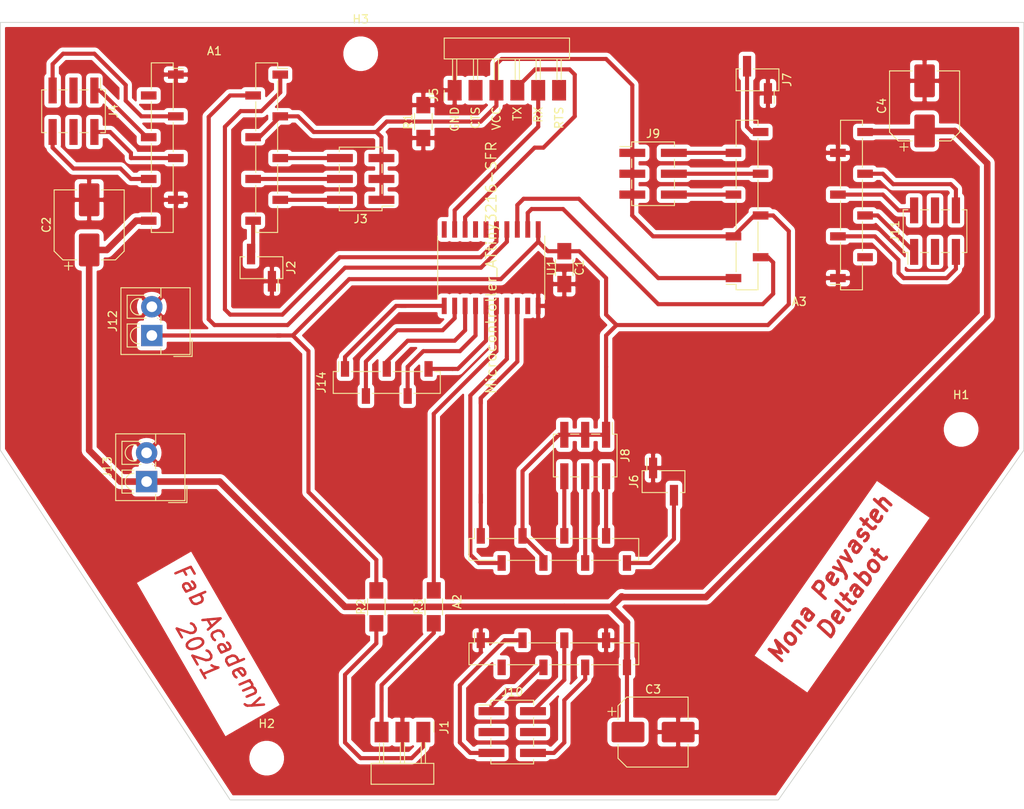
<source format=kicad_pcb>
(kicad_pcb (version 20171130) (host pcbnew "(5.1.9)-1")

  (general
    (thickness 1.6)
    (drawings 3)
    (tracks 259)
    (zones 0)
    (modules 28)
    (nets 43)
  )

  (page A4)
  (layers
    (0 F.Cu signal)
    (31 B.Cu signal)
    (32 B.Adhes user)
    (33 F.Adhes user)
    (34 B.Paste user)
    (35 F.Paste user)
    (36 B.SilkS user)
    (37 F.SilkS user)
    (38 B.Mask user)
    (39 F.Mask user)
    (40 Dwgs.User user)
    (41 Cmts.User user)
    (42 Eco1.User user)
    (43 Eco2.User user)
    (44 Edge.Cuts user)
    (45 Margin user)
    (46 B.CrtYd user)
    (47 F.CrtYd user)
    (48 B.Fab user)
    (49 F.Fab user)
  )

  (setup
    (last_trace_width 0.25)
    (user_trace_width 0.5)
    (user_trace_width 0.8)
    (trace_clearance 0.2)
    (zone_clearance 0.508)
    (zone_45_only no)
    (trace_min 0.2)
    (via_size 0.8)
    (via_drill 0.4)
    (via_min_size 0.4)
    (via_min_drill 0.3)
    (uvia_size 0.3)
    (uvia_drill 0.1)
    (uvias_allowed no)
    (uvia_min_size 0.2)
    (uvia_min_drill 0.1)
    (edge_width 0.1)
    (segment_width 0.2)
    (pcb_text_width 0.3)
    (pcb_text_size 1.5 1.5)
    (mod_edge_width 0.15)
    (mod_text_size 1 1)
    (mod_text_width 0.15)
    (pad_size 1.524 1.524)
    (pad_drill 0.762)
    (pad_to_mask_clearance 0)
    (aux_axis_origin 0 0)
    (visible_elements 7FFFFFFF)
    (pcbplotparams
      (layerselection 0x01000_7fffffff)
      (usegerberextensions false)
      (usegerberattributes true)
      (usegerberadvancedattributes true)
      (creategerberjobfile true)
      (excludeedgelayer true)
      (linewidth 0.100000)
      (plotframeref false)
      (viasonmask false)
      (mode 1)
      (useauxorigin false)
      (hpglpennumber 1)
      (hpglpenspeed 20)
      (hpglpendiameter 15.000000)
      (psnegative false)
      (psa4output false)
      (plotreference true)
      (plotvalue true)
      (plotinvisibletext false)
      (padsonsilk false)
      (subtractmaskfromsilk false)
      (outputformat 1)
      (mirror false)
      (drillshape 0)
      (scaleselection 1)
      (outputdirectory "Milling/"))
  )

  (net 0 "")
  (net 1 +5V)
  (net 2 "Net-(A1-Pad9)")
  (net 3 /STEP_DRV_1)
  (net 4 "Net-(A1-Pad12)")
  (net 5 "Net-(A1-Pad11)")
  (net 6 /DIR_DRV_1)
  (net 7 "Net-(A1-Pad10)")
  (net 8 GND)
  (net 9 "Net-(A1-Pad5)")
  (net 10 "Net-(A1-Pad3)")
  (net 11 +12V)
  (net 12 "Net-(A1-Pad6)")
  (net 13 "Net-(A1-Pad4)")
  (net 14 "Net-(A2-Pad9)")
  (net 15 /STEP_DRV_2)
  (net 16 "Net-(A2-Pad12)")
  (net 17 "Net-(A2-Pad11)")
  (net 18 /DIR_DRV_2)
  (net 19 "Net-(A2-Pad10)")
  (net 20 "Net-(A2-Pad5)")
  (net 21 "Net-(A2-Pad3)")
  (net 22 "Net-(A2-Pad6)")
  (net 23 "Net-(A2-Pad4)")
  (net 24 "Net-(A3-Pad9)")
  (net 25 /STEP_DRV_3)
  (net 26 "Net-(A3-Pad12)")
  (net 27 "Net-(A3-Pad11)")
  (net 28 /DIR_DRV_3)
  (net 29 "Net-(A3-Pad10)")
  (net 30 "Net-(A3-Pad5)")
  (net 31 "Net-(A3-Pad3)")
  (net 32 "Net-(A3-Pad6)")
  (net 33 "Net-(A3-Pad4)")
  (net 34 "Net-(J1-Pad3)")
  (net 35 "Net-(J5-Pad5)")
  (net 36 "Net-(J5-Pad4)")
  (net 37 "Net-(J14-Pad5)")
  (net 38 "Net-(J14-Pad3)")
  (net 39 "Net-(J14-Pad1)")
  (net 40 "Net-(J14-Pad4)")
  (net 41 "Net-(J14-Pad2)")
  (net 42 "Net-(R3-Pad2)")

  (net_class Default "This is the default net class."
    (clearance 0.2)
    (trace_width 0.25)
    (via_dia 0.8)
    (via_drill 0.4)
    (uvia_dia 0.3)
    (uvia_drill 0.1)
    (add_net +12V)
    (add_net +5V)
    (add_net /DIR_DRV_1)
    (add_net /DIR_DRV_2)
    (add_net /DIR_DRV_3)
    (add_net /STEP_DRV_1)
    (add_net /STEP_DRV_2)
    (add_net /STEP_DRV_3)
    (add_net GND)
    (add_net "Net-(A1-Pad10)")
    (add_net "Net-(A1-Pad11)")
    (add_net "Net-(A1-Pad12)")
    (add_net "Net-(A1-Pad3)")
    (add_net "Net-(A1-Pad4)")
    (add_net "Net-(A1-Pad5)")
    (add_net "Net-(A1-Pad6)")
    (add_net "Net-(A1-Pad9)")
    (add_net "Net-(A2-Pad10)")
    (add_net "Net-(A2-Pad11)")
    (add_net "Net-(A2-Pad12)")
    (add_net "Net-(A2-Pad3)")
    (add_net "Net-(A2-Pad4)")
    (add_net "Net-(A2-Pad5)")
    (add_net "Net-(A2-Pad6)")
    (add_net "Net-(A2-Pad9)")
    (add_net "Net-(A3-Pad10)")
    (add_net "Net-(A3-Pad11)")
    (add_net "Net-(A3-Pad12)")
    (add_net "Net-(A3-Pad3)")
    (add_net "Net-(A3-Pad4)")
    (add_net "Net-(A3-Pad5)")
    (add_net "Net-(A3-Pad6)")
    (add_net "Net-(A3-Pad9)")
    (add_net "Net-(J1-Pad3)")
    (add_net "Net-(J14-Pad1)")
    (add_net "Net-(J14-Pad2)")
    (add_net "Net-(J14-Pad3)")
    (add_net "Net-(J14-Pad4)")
    (add_net "Net-(J14-Pad5)")
    (add_net "Net-(J5-Pad4)")
    (add_net "Net-(J5-Pad5)")
    (add_net "Net-(R3-Pad2)")
  )

  (module MountingHole:MountingHole_3.2mm_M3 (layer F.Cu) (tedit 56D1B4CB) (tstamp 60C2FDF8)
    (at 78.74 41.275)
    (descr "Mounting Hole 3.2mm, no annular, M3")
    (tags "mounting hole 3.2mm no annular m3")
    (path /61044AEB)
    (attr virtual)
    (fp_text reference H3 (at 0 -4.2) (layer F.SilkS)
      (effects (font (size 1 1) (thickness 0.15)))
    )
    (fp_text value MountingHole (at 0 4.2) (layer F.Fab)
      (effects (font (size 1 1) (thickness 0.15)))
    )
    (fp_circle (center 0 0) (end 3.45 0) (layer F.CrtYd) (width 0.05))
    (fp_circle (center 0 0) (end 3.2 0) (layer Cmts.User) (width 0.15))
    (fp_text user %R (at 0.3 0) (layer F.Fab)
      (effects (font (size 1 1) (thickness 0.15)))
    )
    (pad 1 np_thru_hole circle (at 0 0) (size 3.2 3.2) (drill 3.2) (layers *.Cu *.Mask))
  )

  (module MountingHole:MountingHole_3.2mm_M3 (layer F.Cu) (tedit 56D1B4CB) (tstamp 60C2FDF0)
    (at 67.31 127)
    (descr "Mounting Hole 3.2mm, no annular, M3")
    (tags "mounting hole 3.2mm no annular m3")
    (path /6103AA69)
    (attr virtual)
    (fp_text reference H2 (at 0 -4.2) (layer F.SilkS)
      (effects (font (size 1 1) (thickness 0.15)))
    )
    (fp_text value MountingHole (at 0 4.2) (layer F.Fab)
      (effects (font (size 1 1) (thickness 0.15)))
    )
    (fp_circle (center 0 0) (end 3.45 0) (layer F.CrtYd) (width 0.05))
    (fp_circle (center 0 0) (end 3.2 0) (layer Cmts.User) (width 0.15))
    (fp_text user %R (at 0.3 0) (layer F.Fab)
      (effects (font (size 1 1) (thickness 0.15)))
    )
    (pad 1 np_thru_hole circle (at 0 0) (size 3.2 3.2) (drill 3.2) (layers *.Cu *.Mask))
  )

  (module MountingHole:MountingHole_3.2mm_M3 (layer F.Cu) (tedit 56D1B4CB) (tstamp 60C2FDE8)
    (at 151.765 86.995)
    (descr "Mounting Hole 3.2mm, no annular, M3")
    (tags "mounting hole 3.2mm no annular m3")
    (path /6102D6D9)
    (attr virtual)
    (fp_text reference H1 (at 0 -4.2) (layer F.SilkS)
      (effects (font (size 1 1) (thickness 0.15)))
    )
    (fp_text value MountingHole (at 0 4.2) (layer F.Fab)
      (effects (font (size 1 1) (thickness 0.15)))
    )
    (fp_circle (center 0 0) (end 3.45 0) (layer F.CrtYd) (width 0.05))
    (fp_circle (center 0 0) (end 3.2 0) (layer Cmts.User) (width 0.15))
    (fp_text user %R (at 0.3 0) (layer F.Fab)
      (effects (font (size 1 1) (thickness 0.15)))
    )
    (pad 1 np_thru_hole circle (at 0 0) (size 3.2 3.2) (drill 3.2) (layers *.Cu *.Mask))
  )

  (module fab:R_1206 (layer F.Cu) (tedit 60020482) (tstamp 60C2E672)
    (at 87.63 108.585 90)
    (descr "Resistor SMD 1206, hand soldering")
    (tags "resistor 1206")
    (path /60FBFAD2)
    (attr smd)
    (fp_text reference R3 (at 0 -1.85 90) (layer F.SilkS)
      (effects (font (size 1 1) (thickness 0.15)))
    )
    (fp_text value 0 (at 0 1.9 90) (layer F.Fab)
      (effects (font (size 1 1) (thickness 0.15)))
    )
    (fp_line (start 3.25 1.1) (end -3.25 1.1) (layer F.CrtYd) (width 0.05))
    (fp_line (start 3.25 1.1) (end 3.25 -1.11) (layer F.CrtYd) (width 0.05))
    (fp_line (start -3.25 -1.11) (end -3.25 1.1) (layer F.CrtYd) (width 0.05))
    (fp_line (start -3.25 -1.11) (end 3.25 -1.11) (layer F.CrtYd) (width 0.05))
    (fp_line (start -1 -1.07) (end 1 -1.07) (layer F.SilkS) (width 0.12))
    (fp_line (start 1 1.07) (end -1 1.07) (layer F.SilkS) (width 0.12))
    (fp_line (start -1.6 -0.8) (end 1.6 -0.8) (layer F.Fab) (width 0.1))
    (fp_line (start 1.6 -0.8) (end 1.6 0.8) (layer F.Fab) (width 0.1))
    (fp_line (start 1.6 0.8) (end -1.6 0.8) (layer F.Fab) (width 0.1))
    (fp_line (start -1.6 0.8) (end -1.6 -0.8) (layer F.Fab) (width 0.1))
    (fp_text user %R (at 0 0 90) (layer F.Fab)
      (effects (font (size 0.7 0.7) (thickness 0.105)))
    )
    (pad 1 smd rect (at -2 0 90) (size 2 1.7) (layers F.Cu F.Paste F.Mask)
      (net 34 "Net-(J1-Pad3)"))
    (pad 2 smd rect (at 2 0 90) (size 2 1.7) (layers F.Cu F.Paste F.Mask)
      (net 42 "Net-(R3-Pad2)"))
    (model ${FAB}/fab.3dshapes/R_1206.step
      (at (xyz 0 0 0))
      (scale (xyz 1 1 1))
      (rotate (xyz 0 0 0))
    )
  )

  (module fab:R_1206 (layer F.Cu) (tedit 60020482) (tstamp 60C2E661)
    (at 80.645 108.585 90)
    (descr "Resistor SMD 1206, hand soldering")
    (tags "resistor 1206")
    (path /60FC8F77)
    (attr smd)
    (fp_text reference R2 (at 0 -1.85 90) (layer F.SilkS)
      (effects (font (size 1 1) (thickness 0.15)))
    )
    (fp_text value 0 (at 0 1.9 90) (layer F.Fab)
      (effects (font (size 1 1) (thickness 0.15)))
    )
    (fp_line (start 3.25 1.1) (end -3.25 1.1) (layer F.CrtYd) (width 0.05))
    (fp_line (start 3.25 1.1) (end 3.25 -1.11) (layer F.CrtYd) (width 0.05))
    (fp_line (start -3.25 -1.11) (end -3.25 1.1) (layer F.CrtYd) (width 0.05))
    (fp_line (start -3.25 -1.11) (end 3.25 -1.11) (layer F.CrtYd) (width 0.05))
    (fp_line (start -1 -1.07) (end 1 -1.07) (layer F.SilkS) (width 0.12))
    (fp_line (start 1 1.07) (end -1 1.07) (layer F.SilkS) (width 0.12))
    (fp_line (start -1.6 -0.8) (end 1.6 -0.8) (layer F.Fab) (width 0.1))
    (fp_line (start 1.6 -0.8) (end 1.6 0.8) (layer F.Fab) (width 0.1))
    (fp_line (start 1.6 0.8) (end -1.6 0.8) (layer F.Fab) (width 0.1))
    (fp_line (start -1.6 0.8) (end -1.6 -0.8) (layer F.Fab) (width 0.1))
    (fp_text user %R (at 0 0 90) (layer F.Fab)
      (effects (font (size 0.7 0.7) (thickness 0.105)))
    )
    (pad 1 smd rect (at -2 0 90) (size 2 1.7) (layers F.Cu F.Paste F.Mask)
      (net 1 +5V))
    (pad 2 smd rect (at 2 0 90) (size 2 1.7) (layers F.Cu F.Paste F.Mask)
      (net 1 +5V))
    (model ${FAB}/fab.3dshapes/R_1206.step
      (at (xyz 0 0 0))
      (scale (xyz 1 1 1))
      (rotate (xyz 0 0 0))
    )
  )

  (module new_footprint:Header_SMD_02x08_P2.54mm_Row_pitch_12.7mm (layer F.Cu) (tedit 606B0CBB) (tstamp 60BF7D58)
    (at 102.235 114.3 90)
    (descr "surface-mounted straight socket strip, 2x08, 2.54mm pitch, dual row, row pitch 12.7mm, Pololu DRV8825 module compatible")
    (tags "Surface mounted socket SMD 2x08 2.54mm dual row pin1 right pololu drv8825")
    (path /60B82CAB)
    (attr smd)
    (fp_text reference A2 (at 6.35 -11.76 90) (layer F.SilkS)
      (effects (font (size 1 1) (thickness 0.15)))
    )
    (fp_text value Pololu_Breakout_DRV8825 (at 6.35 11.76 90) (layer F.Fab)
      (effects (font (size 1 1) (thickness 0.15)))
    )
    (fp_line (start 11.37 9.65) (end 11.37 10.32) (layer F.SilkS) (width 0.12))
    (fp_line (start 13.335 -10.26) (end 13.97 -9.625) (layer F.Fab) (width 0.1))
    (fp_line (start 10.43 -6.65) (end 11.43 -6.65) (layer F.Fab) (width 0.1))
    (fp_line (start 14.97 1.57) (end 13.97 1.57) (layer F.Fab) (width 0.1))
    (fp_line (start 14.97 6.65) (end 13.97 6.65) (layer F.Fab) (width 0.1))
    (fp_line (start 10.43 -0.97) (end 10.43 -1.57) (layer F.Fab) (width 0.1))
    (fp_line (start 14.97 -3.51) (end 13.97 -3.51) (layer F.Fab) (width 0.1))
    (fp_line (start 14.97 0.97) (end 14.97 1.57) (layer F.Fab) (width 0.1))
    (fp_line (start 10.43 9.19) (end 10.43 8.59) (layer F.Fab) (width 0.1))
    (fp_line (start 14.03 2.03) (end 14.03 5.59) (layer F.SilkS) (width 0.12))
    (fp_line (start 11.37 10.32) (end 14.03 10.32) (layer F.SilkS) (width 0.12))
    (fp_line (start 11.43 9.19) (end 10.43 9.19) (layer F.Fab) (width 0.1))
    (fp_line (start 11.37 -0.51) (end 11.37 3.05) (layer F.SilkS) (width 0.12))
    (fp_line (start 11.43 -0.97) (end 10.43 -0.97) (layer F.Fab) (width 0.1))
    (fp_line (start 14.03 -9.65) (end 15.24 -9.65) (layer F.SilkS) (width 0.12))
    (fp_line (start 14.97 -8.59) (end 13.97 -8.59) (layer F.Fab) (width 0.1))
    (fp_line (start 10.43 -6.05) (end 10.43 -6.65) (layer F.Fab) (width 0.1))
    (fp_line (start 10.43 3.51) (end 11.43 3.51) (layer F.Fab) (width 0.1))
    (fp_line (start 14.97 6.05) (end 14.97 6.65) (layer F.Fab) (width 0.1))
    (fp_line (start 10.43 8.59) (end 11.43 8.59) (layer F.Fab) (width 0.1))
    (fp_line (start 10.43 4.11) (end 10.43 3.51) (layer F.Fab) (width 0.1))
    (fp_line (start 11.43 -10.26) (end 13.335 -10.26) (layer F.Fab) (width 0.1))
    (fp_line (start 14.97 -9.19) (end 14.97 -8.59) (layer F.Fab) (width 0.1))
    (fp_line (start 13.97 0.97) (end 14.97 0.97) (layer F.Fab) (width 0.1))
    (fp_line (start 11.43 -6.05) (end 10.43 -6.05) (layer F.Fab) (width 0.1))
    (fp_line (start 14.97 -4.11) (end 14.97 -3.51) (layer F.Fab) (width 0.1))
    (fp_line (start 10.43 -1.57) (end 11.43 -1.57) (layer F.Fab) (width 0.1))
    (fp_line (start 13.97 -4.11) (end 14.97 -4.11) (layer F.Fab) (width 0.1))
    (fp_line (start 13.97 -9.625) (end 13.97 10.26) (layer F.Fab) (width 0.1))
    (fp_line (start 11.37 -10.32) (end 14.03 -10.32) (layer F.SilkS) (width 0.12))
    (fp_line (start 14.03 -3.05) (end 14.03 0.51) (layer F.SilkS) (width 0.12))
    (fp_line (start 11.37 -10.32) (end 11.37 -7.11) (layer F.SilkS) (width 0.12))
    (fp_line (start 11.37 4.57) (end 11.37 8.13) (layer F.SilkS) (width 0.12))
    (fp_line (start 13.97 10.26) (end 11.43 10.26) (layer F.Fab) (width 0.1))
    (fp_line (start 11.43 10.26) (end 11.43 -10.26) (layer F.Fab) (width 0.1))
    (fp_line (start 11.43 4.11) (end 10.43 4.11) (layer F.Fab) (width 0.1))
    (fp_line (start 14.03 -8.13) (end 14.03 -4.57) (layer F.SilkS) (width 0.12))
    (fp_line (start 14.03 -10.32) (end 14.03 -9.65) (layer F.SilkS) (width 0.12))
    (fp_line (start 13.97 -9.19) (end 14.97 -9.19) (layer F.Fab) (width 0.1))
    (fp_line (start 13.97 6.05) (end 14.97 6.05) (layer F.Fab) (width 0.1))
    (fp_line (start 11.37 -5.59) (end 11.37 -2.03) (layer F.SilkS) (width 0.12))
    (fp_line (start 14.03 7.11) (end 14.03 10.32) (layer F.SilkS) (width 0.12))
    (fp_line (start 15.8 -10.8) (end 15.8 10.75) (layer F.CrtYd) (width 0.05))
    (fp_line (start -1.33 -10.32) (end 1.33 -10.32) (layer F.SilkS) (width 0.12))
    (fp_line (start 1.33 -10.32) (end 1.33 -9.65) (layer F.SilkS) (width 0.12))
    (fp_line (start 1.33 -8.13) (end 1.33 -4.57) (layer F.SilkS) (width 0.12))
    (fp_line (start 1.33 -3.05) (end 1.33 0.51) (layer F.SilkS) (width 0.12))
    (fp_line (start 1.33 2.03) (end 1.33 5.59) (layer F.SilkS) (width 0.12))
    (fp_line (start 1.33 7.11) (end 1.33 10.32) (layer F.SilkS) (width 0.12))
    (fp_line (start -1.33 10.32) (end 1.33 10.32) (layer F.SilkS) (width 0.12))
    (fp_line (start -1.33 -10.32) (end -1.33 -7.11) (layer F.SilkS) (width 0.12))
    (fp_line (start -1.33 -5.59) (end -1.33 -2.03) (layer F.SilkS) (width 0.12))
    (fp_line (start -1.33 -0.51) (end -1.33 3.05) (layer F.SilkS) (width 0.12))
    (fp_line (start -1.33 4.57) (end -1.33 8.13) (layer F.SilkS) (width 0.12))
    (fp_line (start -1.33 9.65) (end -1.33 10.32) (layer F.SilkS) (width 0.12))
    (fp_line (start 1.33 -9.65) (end 2.54 -9.65) (layer F.SilkS) (width 0.12))
    (fp_line (start -1.27 -10.26) (end 0.635 -10.26) (layer F.Fab) (width 0.1))
    (fp_line (start 0.635 -10.26) (end 1.27 -9.625) (layer F.Fab) (width 0.1))
    (fp_line (start 1.27 -9.625) (end 1.27 10.26) (layer F.Fab) (width 0.1))
    (fp_line (start 1.27 10.26) (end -1.27 10.26) (layer F.Fab) (width 0.1))
    (fp_line (start -1.27 10.26) (end -1.27 -10.26) (layer F.Fab) (width 0.1))
    (fp_line (start 1.27 -9.19) (end 2.27 -9.19) (layer F.Fab) (width 0.1))
    (fp_line (start 2.27 -9.19) (end 2.27 -8.59) (layer F.Fab) (width 0.1))
    (fp_line (start 2.27 -8.59) (end 1.27 -8.59) (layer F.Fab) (width 0.1))
    (fp_line (start -2.27 -6.65) (end -1.27 -6.65) (layer F.Fab) (width 0.1))
    (fp_line (start -1.27 -6.05) (end -2.27 -6.05) (layer F.Fab) (width 0.1))
    (fp_line (start -2.27 -6.05) (end -2.27 -6.65) (layer F.Fab) (width 0.1))
    (fp_line (start 1.27 -4.11) (end 2.27 -4.11) (layer F.Fab) (width 0.1))
    (fp_line (start 2.27 -4.11) (end 2.27 -3.51) (layer F.Fab) (width 0.1))
    (fp_line (start 2.27 -3.51) (end 1.27 -3.51) (layer F.Fab) (width 0.1))
    (fp_line (start -2.27 -1.57) (end -1.27 -1.57) (layer F.Fab) (width 0.1))
    (fp_line (start -1.27 -0.97) (end -2.27 -0.97) (layer F.Fab) (width 0.1))
    (fp_line (start -2.27 -0.97) (end -2.27 -1.57) (layer F.Fab) (width 0.1))
    (fp_line (start 1.27 0.97) (end 2.27 0.97) (layer F.Fab) (width 0.1))
    (fp_line (start 2.27 0.97) (end 2.27 1.57) (layer F.Fab) (width 0.1))
    (fp_line (start 2.27 1.57) (end 1.27 1.57) (layer F.Fab) (width 0.1))
    (fp_line (start -2.27 3.51) (end -1.27 3.51) (layer F.Fab) (width 0.1))
    (fp_line (start -1.27 4.11) (end -2.27 4.11) (layer F.Fab) (width 0.1))
    (fp_line (start -2.27 4.11) (end -2.27 3.51) (layer F.Fab) (width 0.1))
    (fp_line (start 1.27 6.05) (end 2.27 6.05) (layer F.Fab) (width 0.1))
    (fp_line (start 2.27 6.05) (end 2.27 6.65) (layer F.Fab) (width 0.1))
    (fp_line (start 2.27 6.65) (end 1.27 6.65) (layer F.Fab) (width 0.1))
    (fp_line (start -2.27 8.59) (end -1.27 8.59) (layer F.Fab) (width 0.1))
    (fp_line (start -1.27 9.19) (end -2.27 9.19) (layer F.Fab) (width 0.1))
    (fp_line (start -2.27 9.19) (end -2.27 8.59) (layer F.Fab) (width 0.1))
    (fp_line (start -3.1 -10.8) (end 15.8 -10.8) (layer F.CrtYd) (width 0.05))
    (fp_line (start 15.8 10.75) (end -3.1 10.75) (layer F.CrtYd) (width 0.05))
    (fp_line (start -3.1 10.75) (end -3.1 -10.8) (layer F.CrtYd) (width 0.05))
    (fp_text user %R (at 6.35 0) (layer F.Fab)
      (effects (font (size 1 1) (thickness 0.15)))
    )
    (pad 13 smd rect (at 11.05 -1.27 90) (size 1.9 1) (layers F.Cu F.Paste F.Mask)
      (net 1 +5V))
    (pad 9 smd rect (at 11.05 8.89 90) (size 1.9 1) (layers F.Cu F.Paste F.Mask)
      (net 14 "Net-(A2-Pad9)"))
    (pad 15 smd rect (at 11.05 -6.35 90) (size 1.9 1) (layers F.Cu F.Paste F.Mask)
      (net 15 /STEP_DRV_2))
    (pad 12 smd rect (at 14.35 1.27 90) (size 1.9 1) (layers F.Cu F.Paste F.Mask)
      (net 16 "Net-(A2-Pad12)"))
    (pad 11 smd rect (at 11.05 3.81 90) (size 1.9 1) (layers F.Cu F.Paste F.Mask)
      (net 17 "Net-(A2-Pad11)"))
    (pad 16 smd rect (at 14.35 -8.89 90) (size 1.9 1) (layers F.Cu F.Paste F.Mask)
      (net 18 /DIR_DRV_2))
    (pad 14 smd rect (at 14.35 -3.81 90) (size 1.9 1) (layers F.Cu F.Paste F.Mask)
      (net 1 +5V))
    (pad 10 smd rect (at 14.35 6.35 90) (size 1.9 1) (layers F.Cu F.Paste F.Mask)
      (net 19 "Net-(A2-Pad10)"))
    (pad 7 smd rect (at 1.65 6.35 90) (size 1.9 1) (layers F.Cu F.Paste F.Mask)
      (net 8 GND))
    (pad 5 smd rect (at 1.65 1.27 90) (size 1.9 1) (layers F.Cu F.Paste F.Mask)
      (net 20 "Net-(A2-Pad5)"))
    (pad 3 smd rect (at 1.65 -3.81 90) (size 1.9 1) (layers F.Cu F.Paste F.Mask)
      (net 21 "Net-(A2-Pad3)"))
    (pad 1 smd rect (at 1.65 -8.89 90) (size 1.9 1) (layers F.Cu F.Paste F.Mask)
      (net 8 GND))
    (pad 8 smd rect (at -1.65 8.89 90) (size 1.9 1) (layers F.Cu F.Paste F.Mask)
      (net 11 +12V))
    (pad 6 smd rect (at -1.65 3.81 90) (size 1.9 1) (layers F.Cu F.Paste F.Mask)
      (net 22 "Net-(A2-Pad6)"))
    (pad 4 smd rect (at -1.65 -1.27 90) (size 1.9 1) (layers F.Cu F.Paste F.Mask)
      (net 23 "Net-(A2-Pad4)"))
    (pad 2 smd rect (at -1.65 -6.35 90) (size 1.9 1) (layers F.Cu F.Paste F.Mask))
    (model ${KISYS3DMOD}/Connector_PinSocket_2.54mm.3dshapes/PinSocket_1x08_P2.54mm_Vertical_SMD_Pin1Right.wrl
      (at (xyz 0 0 0))
      (scale (xyz 1 1 1))
      (rotate (xyz 0 0 0))
    )
  )

  (module TerminalBlock_4Ucon:TerminalBlock_4Ucon_1x02_P3.50mm_Vertical (layer F.Cu) (tedit 5B294E7F) (tstamp 60BF8057)
    (at 52.705 93.345 90)
    (descr "Terminal Block 4Ucon ItemNo. 10693, vertical (cable from top), 2 pins, pitch 3.5mm, size 8x8.3mm^2, drill diamater 1.3mm, pad diameter 2.6mm, see http://www.4uconnector.com/online/object/4udrawing/10693.pdf, script-generated with , script-generated using https://github.com/pointhi/kicad-footprint-generator/scripts/TerminalBlock_4Ucon")
    (tags "THT Terminal Block 4Ucon ItemNo. 10693 vertical pitch 3.5mm size 8x8.3mm^2 drill 1.3mm pad 2.6mm")
    (path /60BC2090)
    (fp_text reference J13 (at 1.75 -4.76 90) (layer F.SilkS)
      (effects (font (size 1 1) (thickness 0.15)))
    )
    (fp_text value Screw_Terminal_01x02 (at 1.75 5.66 90) (layer F.Fab)
      (effects (font (size 1 1) (thickness 0.15)))
    )
    (fp_line (start 6.25 -4.2) (end -2.75 -4.2) (layer F.CrtYd) (width 0.05))
    (fp_line (start 6.25 5.11) (end 6.25 -4.2) (layer F.CrtYd) (width 0.05))
    (fp_line (start -2.75 5.11) (end 6.25 5.11) (layer F.CrtYd) (width 0.05))
    (fp_line (start -2.75 -4.2) (end -2.75 5.11) (layer F.CrtYd) (width 0.05))
    (fp_line (start -2.55 4.9) (end -0.55 4.9) (layer F.SilkS) (width 0.12))
    (fp_line (start -2.55 2.66) (end -2.55 4.9) (layer F.SilkS) (width 0.12))
    (fp_line (start 4.9 -3) (end 2.1 -3) (layer F.Fab) (width 0.1))
    (fp_line (start 4.9 0.75) (end 4.9 -3) (layer F.Fab) (width 0.1))
    (fp_line (start 2.1 0.75) (end 4.9 0.75) (layer F.Fab) (width 0.1))
    (fp_line (start 2.1 -3) (end 2.1 0.75) (layer F.Fab) (width 0.1))
    (fp_line (start 4.9 0.689) (end 4.9 0.75) (layer F.SilkS) (width 0.12))
    (fp_line (start 4.9 -3) (end 4.9 -0.689) (layer F.SilkS) (width 0.12))
    (fp_line (start 2.1 0.689) (end 2.1 0.75) (layer F.SilkS) (width 0.12))
    (fp_line (start 2.1 -3) (end 2.1 -0.689) (layer F.SilkS) (width 0.12))
    (fp_line (start 4.9 0.75) (end 4.9 0.75) (layer F.SilkS) (width 0.12))
    (fp_line (start 2.1 0.75) (end 2.101 0.75) (layer F.SilkS) (width 0.12))
    (fp_line (start 2.1 -3) (end 4.9 -3) (layer F.SilkS) (width 0.12))
    (fp_line (start 1.4 -3) (end -1.4 -3) (layer F.Fab) (width 0.1))
    (fp_line (start 1.4 0.75) (end 1.4 -3) (layer F.Fab) (width 0.1))
    (fp_line (start -1.4 0.75) (end 1.4 0.75) (layer F.Fab) (width 0.1))
    (fp_line (start -1.4 -3) (end -1.4 0.75) (layer F.Fab) (width 0.1))
    (fp_line (start 1.4 -3) (end 1.4 -1.54) (layer F.SilkS) (width 0.12))
    (fp_line (start -1.4 -3) (end -1.4 -1.54) (layer F.SilkS) (width 0.12))
    (fp_line (start -1.4 -3) (end 1.4 -3) (layer F.SilkS) (width 0.12))
    (fp_line (start 5.81 -3.76) (end 5.81 4.66) (layer F.SilkS) (width 0.12))
    (fp_line (start -2.31 -3.76) (end -2.31 4.66) (layer F.SilkS) (width 0.12))
    (fp_line (start -2.31 4.66) (end 5.81 4.66) (layer F.SilkS) (width 0.12))
    (fp_line (start -2.31 -3.76) (end 5.81 -3.76) (layer F.SilkS) (width 0.12))
    (fp_line (start 4.634 1.101) (end 5.81 1.101) (layer F.SilkS) (width 0.12))
    (fp_line (start 1.54 1.101) (end 2.367 1.101) (layer F.SilkS) (width 0.12))
    (fp_line (start -2.31 1.101) (end -1.54 1.101) (layer F.SilkS) (width 0.12))
    (fp_line (start -2.25 1.1) (end 5.75 1.1) (layer F.Fab) (width 0.1))
    (fp_line (start -2.25 2.6) (end -2.25 -3.7) (layer F.Fab) (width 0.1))
    (fp_line (start -0.25 4.6) (end -2.25 2.6) (layer F.Fab) (width 0.1))
    (fp_line (start 5.75 4.6) (end -0.25 4.6) (layer F.Fab) (width 0.1))
    (fp_line (start 5.75 -3.7) (end 5.75 4.6) (layer F.Fab) (width 0.1))
    (fp_line (start -2.25 -3.7) (end 5.75 -3.7) (layer F.Fab) (width 0.1))
    (fp_circle (center 3.5 -1.6) (end 4.5 -1.6) (layer F.Fab) (width 0.1))
    (fp_circle (center 0 -1.6) (end 1 -1.6) (layer F.Fab) (width 0.1))
    (fp_text user %R (at 1.75 3.45 90) (layer F.Fab)
      (effects (font (size 1 1) (thickness 0.15)))
    )
    (fp_arc (start 3.5 -1.6) (end 4.44 -1.258) (angle -220) (layer F.SilkS) (width 0.12))
    (fp_arc (start 0 -1.6) (end 0.998 -1.531) (angle -188) (layer F.SilkS) (width 0.12))
    (pad 2 thru_hole circle (at 3.5 0 90) (size 2.6 2.6) (drill 1.3) (layers *.Cu *.Mask)
      (net 8 GND))
    (pad 1 thru_hole rect (at 0 0 90) (size 2.6 2.6) (drill 1.3) (layers *.Cu *.Mask)
      (net 11 +12V))
    (model ${KISYS3DMOD}/TerminalBlock_4Ucon.3dshapes/TerminalBlock_4Ucon_1x02_P3.50mm_Vertical.wrl
      (at (xyz 0 0 0))
      (scale (xyz 1 1 1))
      (rotate (xyz 0 0 0))
    )
  )

  (module TerminalBlock_4Ucon:TerminalBlock_4Ucon_1x02_P3.50mm_Vertical (layer F.Cu) (tedit 5B294E7F) (tstamp 60BF803B)
    (at 53.34 75.565 90)
    (descr "Terminal Block 4Ucon ItemNo. 10693, vertical (cable from top), 2 pins, pitch 3.5mm, size 8x8.3mm^2, drill diamater 1.3mm, pad diameter 2.6mm, see http://www.4uconnector.com/online/object/4udrawing/10693.pdf, script-generated with , script-generated using https://github.com/pointhi/kicad-footprint-generator/scripts/TerminalBlock_4Ucon")
    (tags "THT Terminal Block 4Ucon ItemNo. 10693 vertical pitch 3.5mm size 8x8.3mm^2 drill 1.3mm pad 2.6mm")
    (path /60BC2A71)
    (fp_text reference J12 (at 1.75 -4.76 90) (layer F.SilkS)
      (effects (font (size 1 1) (thickness 0.15)))
    )
    (fp_text value Screw_Terminal_01x02 (at 1.75 5.66 90) (layer F.Fab)
      (effects (font (size 1 1) (thickness 0.15)))
    )
    (fp_line (start 6.25 -4.2) (end -2.75 -4.2) (layer F.CrtYd) (width 0.05))
    (fp_line (start 6.25 5.11) (end 6.25 -4.2) (layer F.CrtYd) (width 0.05))
    (fp_line (start -2.75 5.11) (end 6.25 5.11) (layer F.CrtYd) (width 0.05))
    (fp_line (start -2.75 -4.2) (end -2.75 5.11) (layer F.CrtYd) (width 0.05))
    (fp_line (start -2.55 4.9) (end -0.55 4.9) (layer F.SilkS) (width 0.12))
    (fp_line (start -2.55 2.66) (end -2.55 4.9) (layer F.SilkS) (width 0.12))
    (fp_line (start 4.9 -3) (end 2.1 -3) (layer F.Fab) (width 0.1))
    (fp_line (start 4.9 0.75) (end 4.9 -3) (layer F.Fab) (width 0.1))
    (fp_line (start 2.1 0.75) (end 4.9 0.75) (layer F.Fab) (width 0.1))
    (fp_line (start 2.1 -3) (end 2.1 0.75) (layer F.Fab) (width 0.1))
    (fp_line (start 4.9 0.689) (end 4.9 0.75) (layer F.SilkS) (width 0.12))
    (fp_line (start 4.9 -3) (end 4.9 -0.689) (layer F.SilkS) (width 0.12))
    (fp_line (start 2.1 0.689) (end 2.1 0.75) (layer F.SilkS) (width 0.12))
    (fp_line (start 2.1 -3) (end 2.1 -0.689) (layer F.SilkS) (width 0.12))
    (fp_line (start 4.9 0.75) (end 4.9 0.75) (layer F.SilkS) (width 0.12))
    (fp_line (start 2.1 0.75) (end 2.101 0.75) (layer F.SilkS) (width 0.12))
    (fp_line (start 2.1 -3) (end 4.9 -3) (layer F.SilkS) (width 0.12))
    (fp_line (start 1.4 -3) (end -1.4 -3) (layer F.Fab) (width 0.1))
    (fp_line (start 1.4 0.75) (end 1.4 -3) (layer F.Fab) (width 0.1))
    (fp_line (start -1.4 0.75) (end 1.4 0.75) (layer F.Fab) (width 0.1))
    (fp_line (start -1.4 -3) (end -1.4 0.75) (layer F.Fab) (width 0.1))
    (fp_line (start 1.4 -3) (end 1.4 -1.54) (layer F.SilkS) (width 0.12))
    (fp_line (start -1.4 -3) (end -1.4 -1.54) (layer F.SilkS) (width 0.12))
    (fp_line (start -1.4 -3) (end 1.4 -3) (layer F.SilkS) (width 0.12))
    (fp_line (start 5.81 -3.76) (end 5.81 4.66) (layer F.SilkS) (width 0.12))
    (fp_line (start -2.31 -3.76) (end -2.31 4.66) (layer F.SilkS) (width 0.12))
    (fp_line (start -2.31 4.66) (end 5.81 4.66) (layer F.SilkS) (width 0.12))
    (fp_line (start -2.31 -3.76) (end 5.81 -3.76) (layer F.SilkS) (width 0.12))
    (fp_line (start 4.634 1.101) (end 5.81 1.101) (layer F.SilkS) (width 0.12))
    (fp_line (start 1.54 1.101) (end 2.367 1.101) (layer F.SilkS) (width 0.12))
    (fp_line (start -2.31 1.101) (end -1.54 1.101) (layer F.SilkS) (width 0.12))
    (fp_line (start -2.25 1.1) (end 5.75 1.1) (layer F.Fab) (width 0.1))
    (fp_line (start -2.25 2.6) (end -2.25 -3.7) (layer F.Fab) (width 0.1))
    (fp_line (start -0.25 4.6) (end -2.25 2.6) (layer F.Fab) (width 0.1))
    (fp_line (start 5.75 4.6) (end -0.25 4.6) (layer F.Fab) (width 0.1))
    (fp_line (start 5.75 -3.7) (end 5.75 4.6) (layer F.Fab) (width 0.1))
    (fp_line (start -2.25 -3.7) (end 5.75 -3.7) (layer F.Fab) (width 0.1))
    (fp_circle (center 3.5 -1.6) (end 4.5 -1.6) (layer F.Fab) (width 0.1))
    (fp_circle (center 0 -1.6) (end 1 -1.6) (layer F.Fab) (width 0.1))
    (fp_text user %R (at 1.75 3.45 90) (layer F.Fab)
      (effects (font (size 1 1) (thickness 0.15)))
    )
    (fp_arc (start 3.5 -1.6) (end 4.44 -1.258) (angle -220) (layer F.SilkS) (width 0.12))
    (fp_arc (start 0 -1.6) (end 0.998 -1.531) (angle -188) (layer F.SilkS) (width 0.12))
    (pad 2 thru_hole circle (at 3.5 0 90) (size 2.6 2.6) (drill 1.3) (layers *.Cu *.Mask)
      (net 8 GND))
    (pad 1 thru_hole rect (at 0 0 90) (size 2.6 2.6) (drill 1.3) (layers *.Cu *.Mask)
      (net 1 +5V))
    (model ${KISYS3DMOD}/TerminalBlock_4Ucon.3dshapes/TerminalBlock_4Ucon_1x02_P3.50mm_Vertical.wrl
      (at (xyz 0 0 0))
      (scale (xyz 1 1 1))
      (rotate (xyz 0 0 0))
    )
  )

  (module new_footprint:Header_SMD_02x08_P2.54mm_Row_pitch_12.7mm (layer F.Cu) (tedit 606B0CBB) (tstamp 60BF7CEB)
    (at 54.61 52.705)
    (descr "surface-mounted straight socket strip, 2x08, 2.54mm pitch, dual row, row pitch 12.7mm, Pololu DRV8825 module compatible")
    (tags "Surface mounted socket SMD 2x08 2.54mm dual row pin1 right pololu drv8825")
    (path /60BEDAD8)
    (attr smd)
    (fp_text reference A1 (at 6.35 -11.76) (layer F.SilkS)
      (effects (font (size 1 1) (thickness 0.15)))
    )
    (fp_text value Pololu_Breakout_DRV8825 (at 6.35 11.76) (layer F.Fab)
      (effects (font (size 1 1) (thickness 0.15)))
    )
    (fp_line (start 11.37 9.65) (end 11.37 10.32) (layer F.SilkS) (width 0.12))
    (fp_line (start 13.335 -10.26) (end 13.97 -9.625) (layer F.Fab) (width 0.1))
    (fp_line (start 10.43 -6.65) (end 11.43 -6.65) (layer F.Fab) (width 0.1))
    (fp_line (start 14.97 1.57) (end 13.97 1.57) (layer F.Fab) (width 0.1))
    (fp_line (start 14.97 6.65) (end 13.97 6.65) (layer F.Fab) (width 0.1))
    (fp_line (start 10.43 -0.97) (end 10.43 -1.57) (layer F.Fab) (width 0.1))
    (fp_line (start 14.97 -3.51) (end 13.97 -3.51) (layer F.Fab) (width 0.1))
    (fp_line (start 14.97 0.97) (end 14.97 1.57) (layer F.Fab) (width 0.1))
    (fp_line (start 10.43 9.19) (end 10.43 8.59) (layer F.Fab) (width 0.1))
    (fp_line (start 14.03 2.03) (end 14.03 5.59) (layer F.SilkS) (width 0.12))
    (fp_line (start 11.37 10.32) (end 14.03 10.32) (layer F.SilkS) (width 0.12))
    (fp_line (start 11.43 9.19) (end 10.43 9.19) (layer F.Fab) (width 0.1))
    (fp_line (start 11.37 -0.51) (end 11.37 3.05) (layer F.SilkS) (width 0.12))
    (fp_line (start 11.43 -0.97) (end 10.43 -0.97) (layer F.Fab) (width 0.1))
    (fp_line (start 14.03 -9.65) (end 15.24 -9.65) (layer F.SilkS) (width 0.12))
    (fp_line (start 14.97 -8.59) (end 13.97 -8.59) (layer F.Fab) (width 0.1))
    (fp_line (start 10.43 -6.05) (end 10.43 -6.65) (layer F.Fab) (width 0.1))
    (fp_line (start 10.43 3.51) (end 11.43 3.51) (layer F.Fab) (width 0.1))
    (fp_line (start 14.97 6.05) (end 14.97 6.65) (layer F.Fab) (width 0.1))
    (fp_line (start 10.43 8.59) (end 11.43 8.59) (layer F.Fab) (width 0.1))
    (fp_line (start 10.43 4.11) (end 10.43 3.51) (layer F.Fab) (width 0.1))
    (fp_line (start 11.43 -10.26) (end 13.335 -10.26) (layer F.Fab) (width 0.1))
    (fp_line (start 14.97 -9.19) (end 14.97 -8.59) (layer F.Fab) (width 0.1))
    (fp_line (start 13.97 0.97) (end 14.97 0.97) (layer F.Fab) (width 0.1))
    (fp_line (start 11.43 -6.05) (end 10.43 -6.05) (layer F.Fab) (width 0.1))
    (fp_line (start 14.97 -4.11) (end 14.97 -3.51) (layer F.Fab) (width 0.1))
    (fp_line (start 10.43 -1.57) (end 11.43 -1.57) (layer F.Fab) (width 0.1))
    (fp_line (start 13.97 -4.11) (end 14.97 -4.11) (layer F.Fab) (width 0.1))
    (fp_line (start 13.97 -9.625) (end 13.97 10.26) (layer F.Fab) (width 0.1))
    (fp_line (start 11.37 -10.32) (end 14.03 -10.32) (layer F.SilkS) (width 0.12))
    (fp_line (start 14.03 -3.05) (end 14.03 0.51) (layer F.SilkS) (width 0.12))
    (fp_line (start 11.37 -10.32) (end 11.37 -7.11) (layer F.SilkS) (width 0.12))
    (fp_line (start 11.37 4.57) (end 11.37 8.13) (layer F.SilkS) (width 0.12))
    (fp_line (start 13.97 10.26) (end 11.43 10.26) (layer F.Fab) (width 0.1))
    (fp_line (start 11.43 10.26) (end 11.43 -10.26) (layer F.Fab) (width 0.1))
    (fp_line (start 11.43 4.11) (end 10.43 4.11) (layer F.Fab) (width 0.1))
    (fp_line (start 14.03 -8.13) (end 14.03 -4.57) (layer F.SilkS) (width 0.12))
    (fp_line (start 14.03 -10.32) (end 14.03 -9.65) (layer F.SilkS) (width 0.12))
    (fp_line (start 13.97 -9.19) (end 14.97 -9.19) (layer F.Fab) (width 0.1))
    (fp_line (start 13.97 6.05) (end 14.97 6.05) (layer F.Fab) (width 0.1))
    (fp_line (start 11.37 -5.59) (end 11.37 -2.03) (layer F.SilkS) (width 0.12))
    (fp_line (start 14.03 7.11) (end 14.03 10.32) (layer F.SilkS) (width 0.12))
    (fp_line (start 15.8 -10.8) (end 15.8 10.75) (layer F.CrtYd) (width 0.05))
    (fp_line (start -1.33 -10.32) (end 1.33 -10.32) (layer F.SilkS) (width 0.12))
    (fp_line (start 1.33 -10.32) (end 1.33 -9.65) (layer F.SilkS) (width 0.12))
    (fp_line (start 1.33 -8.13) (end 1.33 -4.57) (layer F.SilkS) (width 0.12))
    (fp_line (start 1.33 -3.05) (end 1.33 0.51) (layer F.SilkS) (width 0.12))
    (fp_line (start 1.33 2.03) (end 1.33 5.59) (layer F.SilkS) (width 0.12))
    (fp_line (start 1.33 7.11) (end 1.33 10.32) (layer F.SilkS) (width 0.12))
    (fp_line (start -1.33 10.32) (end 1.33 10.32) (layer F.SilkS) (width 0.12))
    (fp_line (start -1.33 -10.32) (end -1.33 -7.11) (layer F.SilkS) (width 0.12))
    (fp_line (start -1.33 -5.59) (end -1.33 -2.03) (layer F.SilkS) (width 0.12))
    (fp_line (start -1.33 -0.51) (end -1.33 3.05) (layer F.SilkS) (width 0.12))
    (fp_line (start -1.33 4.57) (end -1.33 8.13) (layer F.SilkS) (width 0.12))
    (fp_line (start -1.33 9.65) (end -1.33 10.32) (layer F.SilkS) (width 0.12))
    (fp_line (start 1.33 -9.65) (end 2.54 -9.65) (layer F.SilkS) (width 0.12))
    (fp_line (start -1.27 -10.26) (end 0.635 -10.26) (layer F.Fab) (width 0.1))
    (fp_line (start 0.635 -10.26) (end 1.27 -9.625) (layer F.Fab) (width 0.1))
    (fp_line (start 1.27 -9.625) (end 1.27 10.26) (layer F.Fab) (width 0.1))
    (fp_line (start 1.27 10.26) (end -1.27 10.26) (layer F.Fab) (width 0.1))
    (fp_line (start -1.27 10.26) (end -1.27 -10.26) (layer F.Fab) (width 0.1))
    (fp_line (start 1.27 -9.19) (end 2.27 -9.19) (layer F.Fab) (width 0.1))
    (fp_line (start 2.27 -9.19) (end 2.27 -8.59) (layer F.Fab) (width 0.1))
    (fp_line (start 2.27 -8.59) (end 1.27 -8.59) (layer F.Fab) (width 0.1))
    (fp_line (start -2.27 -6.65) (end -1.27 -6.65) (layer F.Fab) (width 0.1))
    (fp_line (start -1.27 -6.05) (end -2.27 -6.05) (layer F.Fab) (width 0.1))
    (fp_line (start -2.27 -6.05) (end -2.27 -6.65) (layer F.Fab) (width 0.1))
    (fp_line (start 1.27 -4.11) (end 2.27 -4.11) (layer F.Fab) (width 0.1))
    (fp_line (start 2.27 -4.11) (end 2.27 -3.51) (layer F.Fab) (width 0.1))
    (fp_line (start 2.27 -3.51) (end 1.27 -3.51) (layer F.Fab) (width 0.1))
    (fp_line (start -2.27 -1.57) (end -1.27 -1.57) (layer F.Fab) (width 0.1))
    (fp_line (start -1.27 -0.97) (end -2.27 -0.97) (layer F.Fab) (width 0.1))
    (fp_line (start -2.27 -0.97) (end -2.27 -1.57) (layer F.Fab) (width 0.1))
    (fp_line (start 1.27 0.97) (end 2.27 0.97) (layer F.Fab) (width 0.1))
    (fp_line (start 2.27 0.97) (end 2.27 1.57) (layer F.Fab) (width 0.1))
    (fp_line (start 2.27 1.57) (end 1.27 1.57) (layer F.Fab) (width 0.1))
    (fp_line (start -2.27 3.51) (end -1.27 3.51) (layer F.Fab) (width 0.1))
    (fp_line (start -1.27 4.11) (end -2.27 4.11) (layer F.Fab) (width 0.1))
    (fp_line (start -2.27 4.11) (end -2.27 3.51) (layer F.Fab) (width 0.1))
    (fp_line (start 1.27 6.05) (end 2.27 6.05) (layer F.Fab) (width 0.1))
    (fp_line (start 2.27 6.05) (end 2.27 6.65) (layer F.Fab) (width 0.1))
    (fp_line (start 2.27 6.65) (end 1.27 6.65) (layer F.Fab) (width 0.1))
    (fp_line (start -2.27 8.59) (end -1.27 8.59) (layer F.Fab) (width 0.1))
    (fp_line (start -1.27 9.19) (end -2.27 9.19) (layer F.Fab) (width 0.1))
    (fp_line (start -2.27 9.19) (end -2.27 8.59) (layer F.Fab) (width 0.1))
    (fp_line (start -3.1 -10.8) (end 15.8 -10.8) (layer F.CrtYd) (width 0.05))
    (fp_line (start 15.8 10.75) (end -3.1 10.75) (layer F.CrtYd) (width 0.05))
    (fp_line (start -3.1 10.75) (end -3.1 -10.8) (layer F.CrtYd) (width 0.05))
    (fp_text user %R (at 6.35 0 90) (layer F.Fab)
      (effects (font (size 1 1) (thickness 0.15)))
    )
    (pad 13 smd rect (at 11.05 -1.27) (size 1.9 1) (layers F.Cu F.Paste F.Mask)
      (net 1 +5V))
    (pad 9 smd rect (at 11.05 8.89) (size 1.9 1) (layers F.Cu F.Paste F.Mask)
      (net 2 "Net-(A1-Pad9)"))
    (pad 15 smd rect (at 11.05 -6.35) (size 1.9 1) (layers F.Cu F.Paste F.Mask)
      (net 3 /STEP_DRV_1))
    (pad 12 smd rect (at 14.35 1.27) (size 1.9 1) (layers F.Cu F.Paste F.Mask)
      (net 4 "Net-(A1-Pad12)"))
    (pad 11 smd rect (at 11.05 3.81) (size 1.9 1) (layers F.Cu F.Paste F.Mask)
      (net 5 "Net-(A1-Pad11)"))
    (pad 16 smd rect (at 14.35 -8.89) (size 1.9 1) (layers F.Cu F.Paste F.Mask)
      (net 6 /DIR_DRV_1))
    (pad 14 smd rect (at 14.35 -3.81) (size 1.9 1) (layers F.Cu F.Paste F.Mask)
      (net 1 +5V))
    (pad 10 smd rect (at 14.35 6.35) (size 1.9 1) (layers F.Cu F.Paste F.Mask)
      (net 7 "Net-(A1-Pad10)"))
    (pad 7 smd rect (at 1.65 6.35) (size 1.9 1) (layers F.Cu F.Paste F.Mask)
      (net 8 GND))
    (pad 5 smd rect (at 1.65 1.27) (size 1.9 1) (layers F.Cu F.Paste F.Mask)
      (net 9 "Net-(A1-Pad5)"))
    (pad 3 smd rect (at 1.65 -3.81) (size 1.9 1) (layers F.Cu F.Paste F.Mask)
      (net 10 "Net-(A1-Pad3)"))
    (pad 1 smd rect (at 1.65 -8.89) (size 1.9 1) (layers F.Cu F.Paste F.Mask)
      (net 8 GND))
    (pad 8 smd rect (at -1.65 8.89) (size 1.9 1) (layers F.Cu F.Paste F.Mask)
      (net 11 +12V))
    (pad 6 smd rect (at -1.65 3.81) (size 1.9 1) (layers F.Cu F.Paste F.Mask)
      (net 12 "Net-(A1-Pad6)"))
    (pad 4 smd rect (at -1.65 -1.27) (size 1.9 1) (layers F.Cu F.Paste F.Mask)
      (net 13 "Net-(A1-Pad4)"))
    (pad 2 smd rect (at -1.65 -6.35) (size 1.9 1) (layers F.Cu F.Paste F.Mask))
    (model ${KISYS3DMOD}/Connector_PinSocket_2.54mm.3dshapes/PinSocket_1x08_P2.54mm_Vertical_SMD_Pin1Right.wrl
      (at (xyz 0 0 0))
      (scale (xyz 1 1 1))
      (rotate (xyz 0 0 0))
    )
  )

  (module Connector_PinSocket_2.54mm:PinSocket_1x05_P2.54mm_Vertical_SMD_Pin1Right (layer F.Cu) (tedit 5A19A42B) (tstamp 60C00B53)
    (at 81.915 81.28 90)
    (descr "surface-mounted straight socket strip, 1x05, 2.54mm pitch, single row, style 2 (pin 1 right) (https://cdn.harwin.com/pdfs/M20-786.pdf), script generated")
    (tags "Surface mounted socket strip SMD 1x05 2.54mm single row style2 pin1 right")
    (path /60C54475)
    (attr smd)
    (fp_text reference J14 (at 0 -7.95 90) (layer F.SilkS)
      (effects (font (size 1 1) (thickness 0.15)))
    )
    (fp_text value Conn_01x05_Female (at 0 7.95 90) (layer F.Fab)
      (effects (font (size 1 1) (thickness 0.15)))
    )
    (fp_line (start -3.1 6.95) (end -3.1 -6.95) (layer F.CrtYd) (width 0.05))
    (fp_line (start 3.1 6.95) (end -3.1 6.95) (layer F.CrtYd) (width 0.05))
    (fp_line (start 3.1 -6.95) (end 3.1 6.95) (layer F.CrtYd) (width 0.05))
    (fp_line (start -3.1 -6.95) (end 3.1 -6.95) (layer F.CrtYd) (width 0.05))
    (fp_line (start 2.27 5.38) (end 1.27 5.38) (layer F.Fab) (width 0.1))
    (fp_line (start 2.27 4.78) (end 2.27 5.38) (layer F.Fab) (width 0.1))
    (fp_line (start 1.27 4.78) (end 2.27 4.78) (layer F.Fab) (width 0.1))
    (fp_line (start -2.27 2.84) (end -2.27 2.24) (layer F.Fab) (width 0.1))
    (fp_line (start -1.27 2.84) (end -2.27 2.84) (layer F.Fab) (width 0.1))
    (fp_line (start -2.27 2.24) (end -1.27 2.24) (layer F.Fab) (width 0.1))
    (fp_line (start 2.27 0.3) (end 1.27 0.3) (layer F.Fab) (width 0.1))
    (fp_line (start 2.27 -0.3) (end 2.27 0.3) (layer F.Fab) (width 0.1))
    (fp_line (start 1.27 -0.3) (end 2.27 -0.3) (layer F.Fab) (width 0.1))
    (fp_line (start -2.27 -2.24) (end -2.27 -2.84) (layer F.Fab) (width 0.1))
    (fp_line (start -1.27 -2.24) (end -2.27 -2.24) (layer F.Fab) (width 0.1))
    (fp_line (start -2.27 -2.84) (end -1.27 -2.84) (layer F.Fab) (width 0.1))
    (fp_line (start 2.27 -4.78) (end 1.27 -4.78) (layer F.Fab) (width 0.1))
    (fp_line (start 2.27 -5.38) (end 2.27 -4.78) (layer F.Fab) (width 0.1))
    (fp_line (start 1.27 -5.38) (end 2.27 -5.38) (layer F.Fab) (width 0.1))
    (fp_line (start -1.27 6.45) (end -1.27 -6.45) (layer F.Fab) (width 0.1))
    (fp_line (start 1.27 6.45) (end -1.27 6.45) (layer F.Fab) (width 0.1))
    (fp_line (start 1.27 -5.815) (end 1.27 6.45) (layer F.Fab) (width 0.1))
    (fp_line (start 0.635 -6.45) (end 1.27 -5.815) (layer F.Fab) (width 0.1))
    (fp_line (start -1.27 -6.45) (end 0.635 -6.45) (layer F.Fab) (width 0.1))
    (fp_line (start 1.33 -5.84) (end 2.54 -5.84) (layer F.SilkS) (width 0.12))
    (fp_line (start -1.33 3.3) (end -1.33 6.51) (layer F.SilkS) (width 0.12))
    (fp_line (start -1.33 -1.78) (end -1.33 1.78) (layer F.SilkS) (width 0.12))
    (fp_line (start -1.33 -6.51) (end -1.33 -3.3) (layer F.SilkS) (width 0.12))
    (fp_line (start -1.33 6.51) (end 1.33 6.51) (layer F.SilkS) (width 0.12))
    (fp_line (start 1.33 5.84) (end 1.33 6.51) (layer F.SilkS) (width 0.12))
    (fp_line (start 1.33 0.76) (end 1.33 4.32) (layer F.SilkS) (width 0.12))
    (fp_line (start 1.33 -4.32) (end 1.33 -0.76) (layer F.SilkS) (width 0.12))
    (fp_line (start 1.33 -6.51) (end 1.33 -5.84) (layer F.SilkS) (width 0.12))
    (fp_line (start -1.33 -6.51) (end 1.33 -6.51) (layer F.SilkS) (width 0.12))
    (fp_text user %R (at 0 0) (layer F.Fab)
      (effects (font (size 1 1) (thickness 0.15)))
    )
    (pad 5 smd rect (at 1.65 5.08 90) (size 1.9 1) (layers F.Cu F.Paste F.Mask)
      (net 37 "Net-(J14-Pad5)"))
    (pad 3 smd rect (at 1.65 0 90) (size 1.9 1) (layers F.Cu F.Paste F.Mask)
      (net 38 "Net-(J14-Pad3)"))
    (pad 1 smd rect (at 1.65 -5.08 90) (size 1.9 1) (layers F.Cu F.Paste F.Mask)
      (net 39 "Net-(J14-Pad1)"))
    (pad 4 smd rect (at -1.65 2.54 90) (size 1.9 1) (layers F.Cu F.Paste F.Mask)
      (net 40 "Net-(J14-Pad4)"))
    (pad 2 smd rect (at -1.65 -2.54 90) (size 1.9 1) (layers F.Cu F.Paste F.Mask)
      (net 41 "Net-(J14-Pad2)"))
    (model ${KISYS3DMOD}/Connector_PinSocket_2.54mm.3dshapes/PinSocket_1x05_P2.54mm_Vertical_SMD_Pin1Right.wrl
      (at (xyz 0 0 0))
      (scale (xyz 1 1 1))
      (rotate (xyz 0 0 0))
    )
  )

  (module Connector_PinHeader_2.54mm:PinHeader_1x02_P2.54mm_Vertical_SMD_Pin1Right (layer F.Cu) (tedit 59FED5CC) (tstamp 60BFC8C8)
    (at 127 44.45 270)
    (descr "surface-mounted straight pin header, 1x02, 2.54mm pitch, single row, style 2 (pin 1 right)")
    (tags "Surface mounted pin header SMD 1x02 2.54mm single row style2 pin1 right")
    (path /60BC4D29)
    (attr smd)
    (fp_text reference J7 (at 0 -3.6 90) (layer F.SilkS)
      (effects (font (size 1 1) (thickness 0.15)))
    )
    (fp_text value Conn_01x02_Male (at 0 3.6 90) (layer F.Fab)
      (effects (font (size 1 1) (thickness 0.15)))
    )
    (fp_line (start 3.45 -3.05) (end -3.45 -3.05) (layer F.CrtYd) (width 0.05))
    (fp_line (start 3.45 3.05) (end 3.45 -3.05) (layer F.CrtYd) (width 0.05))
    (fp_line (start -3.45 3.05) (end 3.45 3.05) (layer F.CrtYd) (width 0.05))
    (fp_line (start -3.45 -3.05) (end -3.45 3.05) (layer F.CrtYd) (width 0.05))
    (fp_line (start -1.33 2.03) (end -1.33 2.6) (layer F.SilkS) (width 0.12))
    (fp_line (start 1.33 -2.6) (end 1.33 -2.03) (layer F.SilkS) (width 0.12))
    (fp_line (start 1.33 -2.03) (end 2.85 -2.03) (layer F.SilkS) (width 0.12))
    (fp_line (start -1.33 -2.6) (end -1.33 0.51) (layer F.SilkS) (width 0.12))
    (fp_line (start 1.33 -0.51) (end 1.33 2.6) (layer F.SilkS) (width 0.12))
    (fp_line (start -1.33 2.6) (end 1.33 2.6) (layer F.SilkS) (width 0.12))
    (fp_line (start -1.33 -2.6) (end 1.33 -2.6) (layer F.SilkS) (width 0.12))
    (fp_line (start 2.54 -0.95) (end 1.27 -0.95) (layer F.Fab) (width 0.1))
    (fp_line (start 2.54 -1.59) (end 2.54 -0.95) (layer F.Fab) (width 0.1))
    (fp_line (start 1.27 -1.59) (end 2.54 -1.59) (layer F.Fab) (width 0.1))
    (fp_line (start -2.54 1.59) (end -1.27 1.59) (layer F.Fab) (width 0.1))
    (fp_line (start -2.54 0.95) (end -2.54 1.59) (layer F.Fab) (width 0.1))
    (fp_line (start -1.27 0.95) (end -2.54 0.95) (layer F.Fab) (width 0.1))
    (fp_line (start -1.27 -2.54) (end -1.27 2.54) (layer F.Fab) (width 0.1))
    (fp_line (start 1.27 -1.59) (end 0.32 -2.54) (layer F.Fab) (width 0.1))
    (fp_line (start 1.27 2.54) (end 1.27 -1.59) (layer F.Fab) (width 0.1))
    (fp_line (start -1.27 -2.54) (end 0.32 -2.54) (layer F.Fab) (width 0.1))
    (fp_line (start 1.27 2.54) (end -1.27 2.54) (layer F.Fab) (width 0.1))
    (fp_text user %R (at 0 0) (layer F.Fab)
      (effects (font (size 1 1) (thickness 0.15)))
    )
    (pad 1 smd rect (at 1.655 -1.27 270) (size 2.51 1) (layers F.Cu F.Paste F.Mask)
      (net 8 GND))
    (pad 2 smd rect (at -1.655 1.27 270) (size 2.51 1) (layers F.Cu F.Paste F.Mask)
      (net 24 "Net-(A3-Pad9)"))
    (model ${KISYS3DMOD}/Connector_PinHeader_2.54mm.3dshapes/PinHeader_1x02_P2.54mm_Vertical_SMD_Pin1Right.wrl
      (at (xyz 0 0 0))
      (scale (xyz 1 1 1))
      (rotate (xyz 0 0 0))
    )
  )

  (module Connector_PinHeader_2.54mm:PinHeader_1x02_P2.54mm_Vertical_SMD_Pin1Right (layer F.Cu) (tedit 59FED5CC) (tstamp 60BF7F3F)
    (at 115.57 93.345 90)
    (descr "surface-mounted straight pin header, 1x02, 2.54mm pitch, single row, style 2 (pin 1 right)")
    (tags "Surface mounted pin header SMD 1x02 2.54mm single row style2 pin1 right")
    (path /60B77204)
    (attr smd)
    (fp_text reference J6 (at 0 -3.6 90) (layer F.SilkS)
      (effects (font (size 1 1) (thickness 0.15)))
    )
    (fp_text value Conn_01x02_Male (at 0 3.6 90) (layer F.Fab)
      (effects (font (size 1 1) (thickness 0.15)))
    )
    (fp_line (start 3.45 -3.05) (end -3.45 -3.05) (layer F.CrtYd) (width 0.05))
    (fp_line (start 3.45 3.05) (end 3.45 -3.05) (layer F.CrtYd) (width 0.05))
    (fp_line (start -3.45 3.05) (end 3.45 3.05) (layer F.CrtYd) (width 0.05))
    (fp_line (start -3.45 -3.05) (end -3.45 3.05) (layer F.CrtYd) (width 0.05))
    (fp_line (start -1.33 2.03) (end -1.33 2.6) (layer F.SilkS) (width 0.12))
    (fp_line (start 1.33 -2.6) (end 1.33 -2.03) (layer F.SilkS) (width 0.12))
    (fp_line (start 1.33 -2.03) (end 2.85 -2.03) (layer F.SilkS) (width 0.12))
    (fp_line (start -1.33 -2.6) (end -1.33 0.51) (layer F.SilkS) (width 0.12))
    (fp_line (start 1.33 -0.51) (end 1.33 2.6) (layer F.SilkS) (width 0.12))
    (fp_line (start -1.33 2.6) (end 1.33 2.6) (layer F.SilkS) (width 0.12))
    (fp_line (start -1.33 -2.6) (end 1.33 -2.6) (layer F.SilkS) (width 0.12))
    (fp_line (start 2.54 -0.95) (end 1.27 -0.95) (layer F.Fab) (width 0.1))
    (fp_line (start 2.54 -1.59) (end 2.54 -0.95) (layer F.Fab) (width 0.1))
    (fp_line (start 1.27 -1.59) (end 2.54 -1.59) (layer F.Fab) (width 0.1))
    (fp_line (start -2.54 1.59) (end -1.27 1.59) (layer F.Fab) (width 0.1))
    (fp_line (start -2.54 0.95) (end -2.54 1.59) (layer F.Fab) (width 0.1))
    (fp_line (start -1.27 0.95) (end -2.54 0.95) (layer F.Fab) (width 0.1))
    (fp_line (start -1.27 -2.54) (end -1.27 2.54) (layer F.Fab) (width 0.1))
    (fp_line (start 1.27 -1.59) (end 0.32 -2.54) (layer F.Fab) (width 0.1))
    (fp_line (start 1.27 2.54) (end 1.27 -1.59) (layer F.Fab) (width 0.1))
    (fp_line (start -1.27 -2.54) (end 0.32 -2.54) (layer F.Fab) (width 0.1))
    (fp_line (start 1.27 2.54) (end -1.27 2.54) (layer F.Fab) (width 0.1))
    (fp_text user %R (at 0 0) (layer F.Fab)
      (effects (font (size 1 1) (thickness 0.15)))
    )
    (pad 1 smd rect (at 1.655 -1.27 90) (size 2.51 1) (layers F.Cu F.Paste F.Mask)
      (net 8 GND))
    (pad 2 smd rect (at -1.655 1.27 90) (size 2.51 1) (layers F.Cu F.Paste F.Mask)
      (net 14 "Net-(A2-Pad9)"))
    (model ${KISYS3DMOD}/Connector_PinHeader_2.54mm.3dshapes/PinHeader_1x02_P2.54mm_Vertical_SMD_Pin1Right.wrl
      (at (xyz 0 0 0))
      (scale (xyz 1 1 1))
      (rotate (xyz 0 0 0))
    )
  )

  (module Connector_PinHeader_2.54mm:PinHeader_1x02_P2.54mm_Vertical_SMD_Pin1Right (layer F.Cu) (tedit 59FED5CC) (tstamp 60BF7E8B)
    (at 66.675 67.31 270)
    (descr "surface-mounted straight pin header, 1x02, 2.54mm pitch, single row, style 2 (pin 1 right)")
    (tags "Surface mounted pin header SMD 1x02 2.54mm single row style2 pin1 right")
    (path /60BEDAE4)
    (attr smd)
    (fp_text reference J2 (at 0 -3.6 90) (layer F.SilkS)
      (effects (font (size 1 1) (thickness 0.15)))
    )
    (fp_text value Conn_01x02_Male (at 0 3.6 90) (layer F.Fab)
      (effects (font (size 1 1) (thickness 0.15)))
    )
    (fp_line (start 3.45 -3.05) (end -3.45 -3.05) (layer F.CrtYd) (width 0.05))
    (fp_line (start 3.45 3.05) (end 3.45 -3.05) (layer F.CrtYd) (width 0.05))
    (fp_line (start -3.45 3.05) (end 3.45 3.05) (layer F.CrtYd) (width 0.05))
    (fp_line (start -3.45 -3.05) (end -3.45 3.05) (layer F.CrtYd) (width 0.05))
    (fp_line (start -1.33 2.03) (end -1.33 2.6) (layer F.SilkS) (width 0.12))
    (fp_line (start 1.33 -2.6) (end 1.33 -2.03) (layer F.SilkS) (width 0.12))
    (fp_line (start 1.33 -2.03) (end 2.85 -2.03) (layer F.SilkS) (width 0.12))
    (fp_line (start -1.33 -2.6) (end -1.33 0.51) (layer F.SilkS) (width 0.12))
    (fp_line (start 1.33 -0.51) (end 1.33 2.6) (layer F.SilkS) (width 0.12))
    (fp_line (start -1.33 2.6) (end 1.33 2.6) (layer F.SilkS) (width 0.12))
    (fp_line (start -1.33 -2.6) (end 1.33 -2.6) (layer F.SilkS) (width 0.12))
    (fp_line (start 2.54 -0.95) (end 1.27 -0.95) (layer F.Fab) (width 0.1))
    (fp_line (start 2.54 -1.59) (end 2.54 -0.95) (layer F.Fab) (width 0.1))
    (fp_line (start 1.27 -1.59) (end 2.54 -1.59) (layer F.Fab) (width 0.1))
    (fp_line (start -2.54 1.59) (end -1.27 1.59) (layer F.Fab) (width 0.1))
    (fp_line (start -2.54 0.95) (end -2.54 1.59) (layer F.Fab) (width 0.1))
    (fp_line (start -1.27 0.95) (end -2.54 0.95) (layer F.Fab) (width 0.1))
    (fp_line (start -1.27 -2.54) (end -1.27 2.54) (layer F.Fab) (width 0.1))
    (fp_line (start 1.27 -1.59) (end 0.32 -2.54) (layer F.Fab) (width 0.1))
    (fp_line (start 1.27 2.54) (end 1.27 -1.59) (layer F.Fab) (width 0.1))
    (fp_line (start -1.27 -2.54) (end 0.32 -2.54) (layer F.Fab) (width 0.1))
    (fp_line (start 1.27 2.54) (end -1.27 2.54) (layer F.Fab) (width 0.1))
    (fp_text user %R (at 0 0) (layer F.Fab)
      (effects (font (size 1 1) (thickness 0.15)))
    )
    (pad 1 smd rect (at 1.655 -1.27 270) (size 2.51 1) (layers F.Cu F.Paste F.Mask)
      (net 8 GND))
    (pad 2 smd rect (at -1.655 1.27 270) (size 2.51 1) (layers F.Cu F.Paste F.Mask)
      (net 2 "Net-(A1-Pad9)"))
    (model ${KISYS3DMOD}/Connector_PinHeader_2.54mm.3dshapes/PinHeader_1x02_P2.54mm_Vertical_SMD_Pin1Right.wrl
      (at (xyz 0 0 0))
      (scale (xyz 1 1 1))
      (rotate (xyz 0 0 0))
    )
  )

  (module fab:SOIC-20_7.5x12.8mm_P1.27mm (layer F.Cu) (tedit 600301A3) (tstamp 60BFD6AF)
    (at 94.615 67.31 270)
    (descr "SOIC, 20 Pin, fab version")
    (tags "SOIC fab")
    (path /60B9C495)
    (attr smd)
    (fp_text reference U1 (at 0 -7.35 90) (layer F.SilkS)
      (effects (font (size 1 1) (thickness 0.15)))
    )
    (fp_text value Microcontroller_ATtiny3216-SFR (at 0 0 90) (layer F.SilkS)
      (effects (font (size 1.27 1.27) (thickness 0.15)))
    )
    (fp_line (start -3.75 -5.4) (end -2.75 -6.4) (layer F.Fab) (width 0.1))
    (fp_line (start -3.75 6.4) (end -3.75 -5.4) (layer F.Fab) (width 0.1))
    (fp_line (start 3.75 6.4) (end -3.75 6.4) (layer F.Fab) (width 0.1))
    (fp_line (start 3.75 -6.4) (end 3.75 6.4) (layer F.Fab) (width 0.1))
    (fp_line (start -2.75 -6.4) (end 3.75 -6.4) (layer F.Fab) (width 0.1))
    (fp_line (start 0 -6.51) (end -3.86 -6.51) (layer F.SilkS) (width 0.12))
    (fp_line (start 0 -6.51) (end 3.86 -6.51) (layer F.SilkS) (width 0.12))
    (fp_line (start 0 6.51) (end -3.86 6.51) (layer F.SilkS) (width 0.12))
    (fp_line (start 0 6.51) (end 3.86 6.51) (layer F.SilkS) (width 0.12))
    (fp_line (start -5.95 -6.75) (end 6 -6.75) (layer B.CrtYd) (width 0.05))
    (fp_line (start 6 -6.75) (end 6 6.75) (layer B.CrtYd) (width 0.05))
    (fp_line (start 6 6.75) (end -5.95 6.75) (layer B.CrtYd) (width 0.05))
    (fp_line (start -5.95 6.75) (end -5.95 -6.75) (layer B.CrtYd) (width 0.05))
    (fp_text user %R (at 0 0 90) (layer B.CrtYd)
      (effects (font (size 1 1) (thickness 0.15)))
    )
    (pad 20 smd rect (at 4.65 -5.715 270) (size 2 0.6) (layers F.Cu F.Paste F.Mask)
      (net 8 GND))
    (pad 19 smd rect (at 4.65 -4.445 270) (size 2 0.6) (layers F.Cu F.Paste F.Mask))
    (pad 18 smd rect (at 4.65 -3.175 270) (size 2 0.6) (layers F.Cu F.Paste F.Mask)
      (net 18 /DIR_DRV_2))
    (pad 17 smd rect (at 4.65 -1.905 270) (size 2 0.6) (layers F.Cu F.Paste F.Mask)
      (net 15 /STEP_DRV_2))
    (pad 16 smd rect (at 4.65 -0.635 270) (size 2 0.6) (layers F.Cu F.Paste F.Mask)
      (net 42 "Net-(R3-Pad2)"))
    (pad 15 smd rect (at 4.65 0.635 270) (size 2 0.6) (layers F.Cu F.Paste F.Mask)
      (net 37 "Net-(J14-Pad5)"))
    (pad 14 smd rect (at 4.65 1.905 270) (size 2 0.6) (layers F.Cu F.Paste F.Mask)
      (net 40 "Net-(J14-Pad4)"))
    (pad 13 smd rect (at 4.65 3.175 270) (size 2 0.6) (layers F.Cu F.Paste F.Mask)
      (net 38 "Net-(J14-Pad3)"))
    (pad 12 smd rect (at 4.65 4.445 270) (size 2 0.6) (layers F.Cu F.Paste F.Mask)
      (net 41 "Net-(J14-Pad2)"))
    (pad 11 smd rect (at 4.65 5.715 270) (size 2 0.6) (layers F.Cu F.Paste F.Mask)
      (net 39 "Net-(J14-Pad1)"))
    (pad 10 smd rect (at -4.65 5.715 270) (size 2 0.6) (layers F.Cu F.Paste F.Mask))
    (pad 9 smd rect (at -4.65 4.445 270) (size 2 0.6) (layers F.Cu F.Paste F.Mask)
      (net 35 "Net-(J5-Pad5)"))
    (pad 8 smd rect (at -4.65 3.175 270) (size 2 0.6) (layers F.Cu F.Paste F.Mask)
      (net 36 "Net-(J5-Pad4)"))
    (pad 7 smd rect (at -4.65 1.905 270) (size 2 0.6) (layers F.Cu F.Paste F.Mask))
    (pad 6 smd rect (at -4.65 0.635 270) (size 2 0.6) (layers F.Cu F.Paste F.Mask))
    (pad 5 smd rect (at -4.65 -0.635 270) (size 2 0.6) (layers F.Cu F.Paste F.Mask)
      (net 6 /DIR_DRV_1))
    (pad 4 smd rect (at -4.65 -1.905 270) (size 2 0.6) (layers F.Cu F.Paste F.Mask)
      (net 3 /STEP_DRV_1))
    (pad 3 smd rect (at -4.65 -3.175 270) (size 2 0.6) (layers F.Cu F.Paste F.Mask)
      (net 28 /DIR_DRV_3))
    (pad 2 smd rect (at -4.65 -4.445 270) (size 2 0.6) (layers F.Cu F.Paste F.Mask)
      (net 25 /STEP_DRV_3))
    (pad 1 smd rect (at -4.65 -5.715 270) (size 2 0.6) (layers F.Cu F.Paste F.Mask)
      (net 1 +5V))
    (model ${FAB}/fab.3dshapes/SOIC-20_7.5x12.8mm_P1.27mm.step
      (at (xyz 0 0 0))
      (scale (xyz 1 1 1))
      (rotate (xyz 0 0 0))
    )
  )

  (module fab:R_1206 (layer F.Cu) (tedit 60020482) (tstamp 60BF8068)
    (at 86.36 49.53 90)
    (descr "Resistor SMD 1206, hand soldering")
    (tags "resistor 1206")
    (path /60BFFFC7)
    (attr smd)
    (fp_text reference R1 (at 0 -1.85 90) (layer F.SilkS)
      (effects (font (size 1 1) (thickness 0.15)))
    )
    (fp_text value 0 (at 0 1.9 90) (layer F.Fab)
      (effects (font (size 1 1) (thickness 0.15)))
    )
    (fp_line (start -1.6 0.8) (end -1.6 -0.8) (layer F.Fab) (width 0.1))
    (fp_line (start 1.6 0.8) (end -1.6 0.8) (layer F.Fab) (width 0.1))
    (fp_line (start 1.6 -0.8) (end 1.6 0.8) (layer F.Fab) (width 0.1))
    (fp_line (start -1.6 -0.8) (end 1.6 -0.8) (layer F.Fab) (width 0.1))
    (fp_line (start 1 1.07) (end -1 1.07) (layer F.SilkS) (width 0.12))
    (fp_line (start -1 -1.07) (end 1 -1.07) (layer F.SilkS) (width 0.12))
    (fp_line (start -3.25 -1.11) (end 3.25 -1.11) (layer F.CrtYd) (width 0.05))
    (fp_line (start -3.25 -1.11) (end -3.25 1.1) (layer F.CrtYd) (width 0.05))
    (fp_line (start 3.25 1.1) (end 3.25 -1.11) (layer F.CrtYd) (width 0.05))
    (fp_line (start 3.25 1.1) (end -3.25 1.1) (layer F.CrtYd) (width 0.05))
    (fp_text user %R (at 0 0 90) (layer F.Fab)
      (effects (font (size 0.7 0.7) (thickness 0.105)))
    )
    (pad 2 smd rect (at 2 0 90) (size 2 1.7) (layers F.Cu F.Paste F.Mask)
      (net 8 GND))
    (pad 1 smd rect (at -2 0 90) (size 2 1.7) (layers F.Cu F.Paste F.Mask)
      (net 8 GND))
    (model ${FAB}/fab.3dshapes/R_1206.step
      (at (xyz 0 0 0))
      (scale (xyz 1 1 1))
      (rotate (xyz 0 0 0))
    )
  )

  (module Connector_PinHeader_2.54mm:PinHeader_2x03_P2.54mm_Vertical_SMD (layer F.Cu) (tedit 59FED5CC) (tstamp 60BFC9A5)
    (at 148.59 62.865 90)
    (descr "surface-mounted straight pin header, 2x03, 2.54mm pitch, double rows")
    (tags "Surface mounted pin header SMD 2x03 2.54mm double row")
    (path /60BC4D2F)
    (attr smd)
    (fp_text reference J11 (at 0 -4.87 90) (layer F.SilkS)
      (effects (font (size 1 1) (thickness 0.15)))
    )
    (fp_text value Conn_02x03_Odd_Even (at 0 4.87 90) (layer F.Fab)
      (effects (font (size 1 1) (thickness 0.15)))
    )
    (fp_line (start 5.9 -4.35) (end -5.9 -4.35) (layer F.CrtYd) (width 0.05))
    (fp_line (start 5.9 4.35) (end 5.9 -4.35) (layer F.CrtYd) (width 0.05))
    (fp_line (start -5.9 4.35) (end 5.9 4.35) (layer F.CrtYd) (width 0.05))
    (fp_line (start -5.9 -4.35) (end -5.9 4.35) (layer F.CrtYd) (width 0.05))
    (fp_line (start 2.6 0.76) (end 2.6 1.78) (layer F.SilkS) (width 0.12))
    (fp_line (start -2.6 0.76) (end -2.6 1.78) (layer F.SilkS) (width 0.12))
    (fp_line (start 2.6 -1.78) (end 2.6 -0.76) (layer F.SilkS) (width 0.12))
    (fp_line (start -2.6 -1.78) (end -2.6 -0.76) (layer F.SilkS) (width 0.12))
    (fp_line (start 2.6 3.3) (end 2.6 3.87) (layer F.SilkS) (width 0.12))
    (fp_line (start -2.6 3.3) (end -2.6 3.87) (layer F.SilkS) (width 0.12))
    (fp_line (start 2.6 -3.87) (end 2.6 -3.3) (layer F.SilkS) (width 0.12))
    (fp_line (start -2.6 -3.87) (end -2.6 -3.3) (layer F.SilkS) (width 0.12))
    (fp_line (start -4.04 -3.3) (end -2.6 -3.3) (layer F.SilkS) (width 0.12))
    (fp_line (start -2.6 3.87) (end 2.6 3.87) (layer F.SilkS) (width 0.12))
    (fp_line (start -2.6 -3.87) (end 2.6 -3.87) (layer F.SilkS) (width 0.12))
    (fp_line (start 3.6 2.86) (end 2.54 2.86) (layer F.Fab) (width 0.1))
    (fp_line (start 3.6 2.22) (end 3.6 2.86) (layer F.Fab) (width 0.1))
    (fp_line (start 2.54 2.22) (end 3.6 2.22) (layer F.Fab) (width 0.1))
    (fp_line (start -3.6 2.86) (end -2.54 2.86) (layer F.Fab) (width 0.1))
    (fp_line (start -3.6 2.22) (end -3.6 2.86) (layer F.Fab) (width 0.1))
    (fp_line (start -2.54 2.22) (end -3.6 2.22) (layer F.Fab) (width 0.1))
    (fp_line (start 3.6 0.32) (end 2.54 0.32) (layer F.Fab) (width 0.1))
    (fp_line (start 3.6 -0.32) (end 3.6 0.32) (layer F.Fab) (width 0.1))
    (fp_line (start 2.54 -0.32) (end 3.6 -0.32) (layer F.Fab) (width 0.1))
    (fp_line (start -3.6 0.32) (end -2.54 0.32) (layer F.Fab) (width 0.1))
    (fp_line (start -3.6 -0.32) (end -3.6 0.32) (layer F.Fab) (width 0.1))
    (fp_line (start -2.54 -0.32) (end -3.6 -0.32) (layer F.Fab) (width 0.1))
    (fp_line (start 3.6 -2.22) (end 2.54 -2.22) (layer F.Fab) (width 0.1))
    (fp_line (start 3.6 -2.86) (end 3.6 -2.22) (layer F.Fab) (width 0.1))
    (fp_line (start 2.54 -2.86) (end 3.6 -2.86) (layer F.Fab) (width 0.1))
    (fp_line (start -3.6 -2.22) (end -2.54 -2.22) (layer F.Fab) (width 0.1))
    (fp_line (start -3.6 -2.86) (end -3.6 -2.22) (layer F.Fab) (width 0.1))
    (fp_line (start -2.54 -2.86) (end -3.6 -2.86) (layer F.Fab) (width 0.1))
    (fp_line (start 2.54 -3.81) (end 2.54 3.81) (layer F.Fab) (width 0.1))
    (fp_line (start -2.54 -2.86) (end -1.59 -3.81) (layer F.Fab) (width 0.1))
    (fp_line (start -2.54 3.81) (end -2.54 -2.86) (layer F.Fab) (width 0.1))
    (fp_line (start -1.59 -3.81) (end 2.54 -3.81) (layer F.Fab) (width 0.1))
    (fp_line (start 2.54 3.81) (end -2.54 3.81) (layer F.Fab) (width 0.1))
    (fp_text user %R (at 0 0) (layer F.Fab)
      (effects (font (size 1 1) (thickness 0.15)))
    )
    (pad 6 smd rect (at 2.525 2.54 90) (size 3.15 1) (layers F.Cu F.Paste F.Mask)
      (net 32 "Net-(A3-Pad6)"))
    (pad 5 smd rect (at -2.525 2.54 90) (size 3.15 1) (layers F.Cu F.Paste F.Mask)
      (net 31 "Net-(A3-Pad3)"))
    (pad 4 smd rect (at 2.525 0 90) (size 3.15 1) (layers F.Cu F.Paste F.Mask))
    (pad 3 smd rect (at -2.525 0 90) (size 3.15 1) (layers F.Cu F.Paste F.Mask))
    (pad 2 smd rect (at 2.525 -2.54 90) (size 3.15 1) (layers F.Cu F.Paste F.Mask)
      (net 30 "Net-(A3-Pad5)"))
    (pad 1 smd rect (at -2.525 -2.54 90) (size 3.15 1) (layers F.Cu F.Paste F.Mask)
      (net 33 "Net-(A3-Pad4)"))
    (model ${KISYS3DMOD}/Connector_PinHeader_2.54mm.3dshapes/PinHeader_2x03_P2.54mm_Vertical_SMD.wrl
      (at (xyz 0 0 0))
      (scale (xyz 1 1 1))
      (rotate (xyz 0 0 0))
    )
  )

  (module Connector_PinHeader_2.54mm:PinHeader_2x03_P2.54mm_Vertical_SMD (layer F.Cu) (tedit 59FED5CC) (tstamp 60BF7FEE)
    (at 97.17 123.825)
    (descr "surface-mounted straight pin header, 2x03, 2.54mm pitch, double rows")
    (tags "Surface mounted pin header SMD 2x03 2.54mm double row")
    (path /60B76CBB)
    (attr smd)
    (fp_text reference J10 (at 0 -4.87) (layer F.SilkS)
      (effects (font (size 1 1) (thickness 0.15)))
    )
    (fp_text value Conn_02x03_Odd_Even (at 0 4.87) (layer F.Fab)
      (effects (font (size 1 1) (thickness 0.15)))
    )
    (fp_line (start 5.9 -4.35) (end -5.9 -4.35) (layer F.CrtYd) (width 0.05))
    (fp_line (start 5.9 4.35) (end 5.9 -4.35) (layer F.CrtYd) (width 0.05))
    (fp_line (start -5.9 4.35) (end 5.9 4.35) (layer F.CrtYd) (width 0.05))
    (fp_line (start -5.9 -4.35) (end -5.9 4.35) (layer F.CrtYd) (width 0.05))
    (fp_line (start 2.6 0.76) (end 2.6 1.78) (layer F.SilkS) (width 0.12))
    (fp_line (start -2.6 0.76) (end -2.6 1.78) (layer F.SilkS) (width 0.12))
    (fp_line (start 2.6 -1.78) (end 2.6 -0.76) (layer F.SilkS) (width 0.12))
    (fp_line (start -2.6 -1.78) (end -2.6 -0.76) (layer F.SilkS) (width 0.12))
    (fp_line (start 2.6 3.3) (end 2.6 3.87) (layer F.SilkS) (width 0.12))
    (fp_line (start -2.6 3.3) (end -2.6 3.87) (layer F.SilkS) (width 0.12))
    (fp_line (start 2.6 -3.87) (end 2.6 -3.3) (layer F.SilkS) (width 0.12))
    (fp_line (start -2.6 -3.87) (end -2.6 -3.3) (layer F.SilkS) (width 0.12))
    (fp_line (start -4.04 -3.3) (end -2.6 -3.3) (layer F.SilkS) (width 0.12))
    (fp_line (start -2.6 3.87) (end 2.6 3.87) (layer F.SilkS) (width 0.12))
    (fp_line (start -2.6 -3.87) (end 2.6 -3.87) (layer F.SilkS) (width 0.12))
    (fp_line (start 3.6 2.86) (end 2.54 2.86) (layer F.Fab) (width 0.1))
    (fp_line (start 3.6 2.22) (end 3.6 2.86) (layer F.Fab) (width 0.1))
    (fp_line (start 2.54 2.22) (end 3.6 2.22) (layer F.Fab) (width 0.1))
    (fp_line (start -3.6 2.86) (end -2.54 2.86) (layer F.Fab) (width 0.1))
    (fp_line (start -3.6 2.22) (end -3.6 2.86) (layer F.Fab) (width 0.1))
    (fp_line (start -2.54 2.22) (end -3.6 2.22) (layer F.Fab) (width 0.1))
    (fp_line (start 3.6 0.32) (end 2.54 0.32) (layer F.Fab) (width 0.1))
    (fp_line (start 3.6 -0.32) (end 3.6 0.32) (layer F.Fab) (width 0.1))
    (fp_line (start 2.54 -0.32) (end 3.6 -0.32) (layer F.Fab) (width 0.1))
    (fp_line (start -3.6 0.32) (end -2.54 0.32) (layer F.Fab) (width 0.1))
    (fp_line (start -3.6 -0.32) (end -3.6 0.32) (layer F.Fab) (width 0.1))
    (fp_line (start -2.54 -0.32) (end -3.6 -0.32) (layer F.Fab) (width 0.1))
    (fp_line (start 3.6 -2.22) (end 2.54 -2.22) (layer F.Fab) (width 0.1))
    (fp_line (start 3.6 -2.86) (end 3.6 -2.22) (layer F.Fab) (width 0.1))
    (fp_line (start 2.54 -2.86) (end 3.6 -2.86) (layer F.Fab) (width 0.1))
    (fp_line (start -3.6 -2.22) (end -2.54 -2.22) (layer F.Fab) (width 0.1))
    (fp_line (start -3.6 -2.86) (end -3.6 -2.22) (layer F.Fab) (width 0.1))
    (fp_line (start -2.54 -2.86) (end -3.6 -2.86) (layer F.Fab) (width 0.1))
    (fp_line (start 2.54 -3.81) (end 2.54 3.81) (layer F.Fab) (width 0.1))
    (fp_line (start -2.54 -2.86) (end -1.59 -3.81) (layer F.Fab) (width 0.1))
    (fp_line (start -2.54 3.81) (end -2.54 -2.86) (layer F.Fab) (width 0.1))
    (fp_line (start -1.59 -3.81) (end 2.54 -3.81) (layer F.Fab) (width 0.1))
    (fp_line (start 2.54 3.81) (end -2.54 3.81) (layer F.Fab) (width 0.1))
    (fp_text user %R (at 0 0 90) (layer F.Fab)
      (effects (font (size 1 1) (thickness 0.15)))
    )
    (pad 6 smd rect (at 2.525 2.54) (size 3.15 1) (layers F.Cu F.Paste F.Mask)
      (net 22 "Net-(A2-Pad6)"))
    (pad 5 smd rect (at -2.525 2.54) (size 3.15 1) (layers F.Cu F.Paste F.Mask)
      (net 21 "Net-(A2-Pad3)"))
    (pad 4 smd rect (at 2.525 0) (size 3.15 1) (layers F.Cu F.Paste F.Mask))
    (pad 3 smd rect (at -2.525 0) (size 3.15 1) (layers F.Cu F.Paste F.Mask))
    (pad 2 smd rect (at 2.525 -2.54) (size 3.15 1) (layers F.Cu F.Paste F.Mask)
      (net 20 "Net-(A2-Pad5)"))
    (pad 1 smd rect (at -2.525 -2.54) (size 3.15 1) (layers F.Cu F.Paste F.Mask)
      (net 23 "Net-(A2-Pad4)"))
    (model ${KISYS3DMOD}/Connector_PinHeader_2.54mm.3dshapes/PinHeader_2x03_P2.54mm_Vertical_SMD.wrl
      (at (xyz 0 0 0))
      (scale (xyz 1 1 1))
      (rotate (xyz 0 0 0))
    )
  )

  (module Connector_PinHeader_2.54mm:PinHeader_2x03_P2.54mm_Vertical_SMD (layer F.Cu) (tedit 59FED5CC) (tstamp 60BFCA35)
    (at 114.3 55.88)
    (descr "surface-mounted straight pin header, 2x03, 2.54mm pitch, double rows")
    (tags "Surface mounted pin header SMD 2x03 2.54mm double row")
    (path /60BC4D23)
    (attr smd)
    (fp_text reference J9 (at 0 -4.87) (layer F.SilkS)
      (effects (font (size 1 1) (thickness 0.15)))
    )
    (fp_text value Conn_02x03_Odd_Even (at 0 4.87) (layer F.Fab)
      (effects (font (size 1 1) (thickness 0.15)))
    )
    (fp_line (start 5.9 -4.35) (end -5.9 -4.35) (layer F.CrtYd) (width 0.05))
    (fp_line (start 5.9 4.35) (end 5.9 -4.35) (layer F.CrtYd) (width 0.05))
    (fp_line (start -5.9 4.35) (end 5.9 4.35) (layer F.CrtYd) (width 0.05))
    (fp_line (start -5.9 -4.35) (end -5.9 4.35) (layer F.CrtYd) (width 0.05))
    (fp_line (start 2.6 0.76) (end 2.6 1.78) (layer F.SilkS) (width 0.12))
    (fp_line (start -2.6 0.76) (end -2.6 1.78) (layer F.SilkS) (width 0.12))
    (fp_line (start 2.6 -1.78) (end 2.6 -0.76) (layer F.SilkS) (width 0.12))
    (fp_line (start -2.6 -1.78) (end -2.6 -0.76) (layer F.SilkS) (width 0.12))
    (fp_line (start 2.6 3.3) (end 2.6 3.87) (layer F.SilkS) (width 0.12))
    (fp_line (start -2.6 3.3) (end -2.6 3.87) (layer F.SilkS) (width 0.12))
    (fp_line (start 2.6 -3.87) (end 2.6 -3.3) (layer F.SilkS) (width 0.12))
    (fp_line (start -2.6 -3.87) (end -2.6 -3.3) (layer F.SilkS) (width 0.12))
    (fp_line (start -4.04 -3.3) (end -2.6 -3.3) (layer F.SilkS) (width 0.12))
    (fp_line (start -2.6 3.87) (end 2.6 3.87) (layer F.SilkS) (width 0.12))
    (fp_line (start -2.6 -3.87) (end 2.6 -3.87) (layer F.SilkS) (width 0.12))
    (fp_line (start 3.6 2.86) (end 2.54 2.86) (layer F.Fab) (width 0.1))
    (fp_line (start 3.6 2.22) (end 3.6 2.86) (layer F.Fab) (width 0.1))
    (fp_line (start 2.54 2.22) (end 3.6 2.22) (layer F.Fab) (width 0.1))
    (fp_line (start -3.6 2.86) (end -2.54 2.86) (layer F.Fab) (width 0.1))
    (fp_line (start -3.6 2.22) (end -3.6 2.86) (layer F.Fab) (width 0.1))
    (fp_line (start -2.54 2.22) (end -3.6 2.22) (layer F.Fab) (width 0.1))
    (fp_line (start 3.6 0.32) (end 2.54 0.32) (layer F.Fab) (width 0.1))
    (fp_line (start 3.6 -0.32) (end 3.6 0.32) (layer F.Fab) (width 0.1))
    (fp_line (start 2.54 -0.32) (end 3.6 -0.32) (layer F.Fab) (width 0.1))
    (fp_line (start -3.6 0.32) (end -2.54 0.32) (layer F.Fab) (width 0.1))
    (fp_line (start -3.6 -0.32) (end -3.6 0.32) (layer F.Fab) (width 0.1))
    (fp_line (start -2.54 -0.32) (end -3.6 -0.32) (layer F.Fab) (width 0.1))
    (fp_line (start 3.6 -2.22) (end 2.54 -2.22) (layer F.Fab) (width 0.1))
    (fp_line (start 3.6 -2.86) (end 3.6 -2.22) (layer F.Fab) (width 0.1))
    (fp_line (start 2.54 -2.86) (end 3.6 -2.86) (layer F.Fab) (width 0.1))
    (fp_line (start -3.6 -2.22) (end -2.54 -2.22) (layer F.Fab) (width 0.1))
    (fp_line (start -3.6 -2.86) (end -3.6 -2.22) (layer F.Fab) (width 0.1))
    (fp_line (start -2.54 -2.86) (end -3.6 -2.86) (layer F.Fab) (width 0.1))
    (fp_line (start 2.54 -3.81) (end 2.54 3.81) (layer F.Fab) (width 0.1))
    (fp_line (start -2.54 -2.86) (end -1.59 -3.81) (layer F.Fab) (width 0.1))
    (fp_line (start -2.54 3.81) (end -2.54 -2.86) (layer F.Fab) (width 0.1))
    (fp_line (start -1.59 -3.81) (end 2.54 -3.81) (layer F.Fab) (width 0.1))
    (fp_line (start 2.54 3.81) (end -2.54 3.81) (layer F.Fab) (width 0.1))
    (fp_text user %R (at 0 0 90) (layer F.Fab)
      (effects (font (size 1 1) (thickness 0.15)))
    )
    (pad 6 smd rect (at 2.525 2.54) (size 3.15 1) (layers F.Cu F.Paste F.Mask)
      (net 26 "Net-(A3-Pad12)"))
    (pad 5 smd rect (at -2.525 2.54) (size 3.15 1) (layers F.Cu F.Paste F.Mask)
      (net 1 +5V))
    (pad 4 smd rect (at 2.525 0) (size 3.15 1) (layers F.Cu F.Paste F.Mask)
      (net 27 "Net-(A3-Pad11)"))
    (pad 3 smd rect (at -2.525 0) (size 3.15 1) (layers F.Cu F.Paste F.Mask)
      (net 1 +5V))
    (pad 2 smd rect (at 2.525 -2.54) (size 3.15 1) (layers F.Cu F.Paste F.Mask)
      (net 29 "Net-(A3-Pad10)"))
    (pad 1 smd rect (at -2.525 -2.54) (size 3.15 1) (layers F.Cu F.Paste F.Mask)
      (net 1 +5V))
    (model ${KISYS3DMOD}/Connector_PinHeader_2.54mm.3dshapes/PinHeader_2x03_P2.54mm_Vertical_SMD.wrl
      (at (xyz 0 0 0))
      (scale (xyz 1 1 1))
      (rotate (xyz 0 0 0))
    )
  )

  (module Connector_PinHeader_2.54mm:PinHeader_2x03_P2.54mm_Vertical_SMD (layer F.Cu) (tedit 59FED5CC) (tstamp 60BF7F8C)
    (at 106.045 90.17 270)
    (descr "surface-mounted straight pin header, 2x03, 2.54mm pitch, double rows")
    (tags "Surface mounted pin header SMD 2x03 2.54mm double row")
    (path /60B75A17)
    (attr smd)
    (fp_text reference J8 (at 0 -4.87 90) (layer F.SilkS)
      (effects (font (size 1 1) (thickness 0.15)))
    )
    (fp_text value Conn_02x03_Odd_Even (at 0 4.87 90) (layer F.Fab)
      (effects (font (size 1 1) (thickness 0.15)))
    )
    (fp_line (start 5.9 -4.35) (end -5.9 -4.35) (layer F.CrtYd) (width 0.05))
    (fp_line (start 5.9 4.35) (end 5.9 -4.35) (layer F.CrtYd) (width 0.05))
    (fp_line (start -5.9 4.35) (end 5.9 4.35) (layer F.CrtYd) (width 0.05))
    (fp_line (start -5.9 -4.35) (end -5.9 4.35) (layer F.CrtYd) (width 0.05))
    (fp_line (start 2.6 0.76) (end 2.6 1.78) (layer F.SilkS) (width 0.12))
    (fp_line (start -2.6 0.76) (end -2.6 1.78) (layer F.SilkS) (width 0.12))
    (fp_line (start 2.6 -1.78) (end 2.6 -0.76) (layer F.SilkS) (width 0.12))
    (fp_line (start -2.6 -1.78) (end -2.6 -0.76) (layer F.SilkS) (width 0.12))
    (fp_line (start 2.6 3.3) (end 2.6 3.87) (layer F.SilkS) (width 0.12))
    (fp_line (start -2.6 3.3) (end -2.6 3.87) (layer F.SilkS) (width 0.12))
    (fp_line (start 2.6 -3.87) (end 2.6 -3.3) (layer F.SilkS) (width 0.12))
    (fp_line (start -2.6 -3.87) (end -2.6 -3.3) (layer F.SilkS) (width 0.12))
    (fp_line (start -4.04 -3.3) (end -2.6 -3.3) (layer F.SilkS) (width 0.12))
    (fp_line (start -2.6 3.87) (end 2.6 3.87) (layer F.SilkS) (width 0.12))
    (fp_line (start -2.6 -3.87) (end 2.6 -3.87) (layer F.SilkS) (width 0.12))
    (fp_line (start 3.6 2.86) (end 2.54 2.86) (layer F.Fab) (width 0.1))
    (fp_line (start 3.6 2.22) (end 3.6 2.86) (layer F.Fab) (width 0.1))
    (fp_line (start 2.54 2.22) (end 3.6 2.22) (layer F.Fab) (width 0.1))
    (fp_line (start -3.6 2.86) (end -2.54 2.86) (layer F.Fab) (width 0.1))
    (fp_line (start -3.6 2.22) (end -3.6 2.86) (layer F.Fab) (width 0.1))
    (fp_line (start -2.54 2.22) (end -3.6 2.22) (layer F.Fab) (width 0.1))
    (fp_line (start 3.6 0.32) (end 2.54 0.32) (layer F.Fab) (width 0.1))
    (fp_line (start 3.6 -0.32) (end 3.6 0.32) (layer F.Fab) (width 0.1))
    (fp_line (start 2.54 -0.32) (end 3.6 -0.32) (layer F.Fab) (width 0.1))
    (fp_line (start -3.6 0.32) (end -2.54 0.32) (layer F.Fab) (width 0.1))
    (fp_line (start -3.6 -0.32) (end -3.6 0.32) (layer F.Fab) (width 0.1))
    (fp_line (start -2.54 -0.32) (end -3.6 -0.32) (layer F.Fab) (width 0.1))
    (fp_line (start 3.6 -2.22) (end 2.54 -2.22) (layer F.Fab) (width 0.1))
    (fp_line (start 3.6 -2.86) (end 3.6 -2.22) (layer F.Fab) (width 0.1))
    (fp_line (start 2.54 -2.86) (end 3.6 -2.86) (layer F.Fab) (width 0.1))
    (fp_line (start -3.6 -2.22) (end -2.54 -2.22) (layer F.Fab) (width 0.1))
    (fp_line (start -3.6 -2.86) (end -3.6 -2.22) (layer F.Fab) (width 0.1))
    (fp_line (start -2.54 -2.86) (end -3.6 -2.86) (layer F.Fab) (width 0.1))
    (fp_line (start 2.54 -3.81) (end 2.54 3.81) (layer F.Fab) (width 0.1))
    (fp_line (start -2.54 -2.86) (end -1.59 -3.81) (layer F.Fab) (width 0.1))
    (fp_line (start -2.54 3.81) (end -2.54 -2.86) (layer F.Fab) (width 0.1))
    (fp_line (start -1.59 -3.81) (end 2.54 -3.81) (layer F.Fab) (width 0.1))
    (fp_line (start 2.54 3.81) (end -2.54 3.81) (layer F.Fab) (width 0.1))
    (fp_text user %R (at 0 0) (layer F.Fab)
      (effects (font (size 1 1) (thickness 0.15)))
    )
    (pad 6 smd rect (at 2.525 2.54 270) (size 3.15 1) (layers F.Cu F.Paste F.Mask)
      (net 16 "Net-(A2-Pad12)"))
    (pad 5 smd rect (at -2.525 2.54 270) (size 3.15 1) (layers F.Cu F.Paste F.Mask)
      (net 1 +5V))
    (pad 4 smd rect (at 2.525 0 270) (size 3.15 1) (layers F.Cu F.Paste F.Mask)
      (net 17 "Net-(A2-Pad11)"))
    (pad 3 smd rect (at -2.525 0 270) (size 3.15 1) (layers F.Cu F.Paste F.Mask)
      (net 1 +5V))
    (pad 2 smd rect (at 2.525 -2.54 270) (size 3.15 1) (layers F.Cu F.Paste F.Mask)
      (net 19 "Net-(A2-Pad10)"))
    (pad 1 smd rect (at -2.525 -2.54 270) (size 3.15 1) (layers F.Cu F.Paste F.Mask)
      (net 1 +5V))
    (model ${KISYS3DMOD}/Connector_PinHeader_2.54mm.3dshapes/PinHeader_2x03_P2.54mm_Vertical_SMD.wrl
      (at (xyz 0 0 0))
      (scale (xyz 1 1 1))
      (rotate (xyz 0 0 0))
    )
  )

  (module fab:Header_SMD_FTDI_01x06_P2.54mm_Horizontal_Male (layer F.Cu) (tedit 5FFD952E) (tstamp 60BFD7BE)
    (at 90.17 45.72 90)
    (descr https://s3.amazonaws.com/catalogspreads-pdf/PAGE112-113%20.100%20MALE%20HDR.pdf)
    (tags "horizontal pin header SMD 2.54mm")
    (path /60BAF906)
    (attr smd)
    (fp_text reference J5 (at -1.524 -2.54 270) (layer F.SilkS)
      (effects (font (size 1 1) (thickness 0.15)) (justify left))
    )
    (fp_text value Conn_FTDI_01x06_Male (at 2.286 15.621 90) (layer F.Fab)
      (effects (font (size 1 1) (thickness 0.15)))
    )
    (fp_line (start 6.4 -1.8) (end -1.8 -1.8) (layer F.CrtYd) (width 0.05))
    (fp_line (start 6.4 14.5) (end 6.4 -1.8) (layer F.CrtYd) (width 0.05))
    (fp_line (start -1.8 14.5) (end 6.4 14.5) (layer F.CrtYd) (width 0.05))
    (fp_line (start -1.8 -1.8) (end -1.8 14.5) (layer F.CrtYd) (width 0.05))
    (fp_line (start -1.27 -1.27) (end 0 -1.27) (layer F.SilkS) (width 0.12))
    (fp_line (start 3.8 13.97) (end 3.8 -1.27) (layer F.Fab) (width 0.1))
    (fp_line (start 3.8 -1.27) (end 6.34 -1.27) (layer F.Fab) (width 0.1))
    (fp_line (start 3.8 13.97) (end 6.35 13.97) (layer F.Fab) (width 0.1))
    (fp_line (start 6.34 -1.27) (end 6.35 13.97) (layer F.Fab) (width 0.1))
    (fp_line (start 3.81 0) (end -0.635 0) (layer F.Fab) (width 0.1))
    (fp_line (start 3.81 2.54) (end -0.635 2.54) (layer F.Fab) (width 0.1))
    (fp_line (start 3.81 5.08) (end -0.635 5.08) (layer F.Fab) (width 0.1))
    (fp_line (start 3.81 7.62) (end -0.635 7.62) (layer F.Fab) (width 0.1))
    (fp_line (start 3.81 10.16) (end -0.635 10.16) (layer F.Fab) (width 0.1))
    (fp_line (start 3.81 12.7) (end -0.635 12.7) (layer F.Fab) (width 0.1))
    (fp_line (start 3.81 -1.27) (end 6.35 -1.27) (layer F.SilkS) (width 0.12))
    (fp_line (start 6.35 -1.27) (end 6.35 13.97) (layer F.SilkS) (width 0.12))
    (fp_line (start 6.35 13.97) (end 3.81 13.97) (layer F.SilkS) (width 0.12))
    (fp_line (start 3.81 13.97) (end 3.81 -1.27) (layer F.SilkS) (width 0.12))
    (fp_line (start 3.81 -0.254) (end 1.27 -0.254) (layer F.SilkS) (width 0.12))
    (fp_line (start 3.81 0.254) (end 1.27 0.254) (layer F.SilkS) (width 0.12))
    (fp_line (start 3.81 2.286) (end 1.27 2.286) (layer F.SilkS) (width 0.12))
    (fp_line (start 3.81 2.794) (end 1.27 2.794) (layer F.SilkS) (width 0.12))
    (fp_line (start 3.81 4.826) (end 1.27 4.826) (layer F.SilkS) (width 0.12))
    (fp_line (start 3.81 5.334) (end 1.27 5.334) (layer F.SilkS) (width 0.12))
    (fp_line (start 3.81 7.366) (end 1.27 7.366) (layer F.SilkS) (width 0.12))
    (fp_line (start 3.81 7.874) (end 1.27 7.874) (layer F.SilkS) (width 0.12))
    (fp_line (start 3.81 9.906) (end 1.27 9.906) (layer F.SilkS) (width 0.12))
    (fp_line (start 3.81 10.414) (end 1.27 10.414) (layer F.SilkS) (width 0.12))
    (fp_line (start 3.81 12.446) (end 1.27 12.446) (layer F.SilkS) (width 0.12))
    (fp_line (start 3.81 12.954) (end 1.27 12.954) (layer F.SilkS) (width 0.12))
    (fp_line (start -0.635 -0.254) (end -0.635 0.254) (layer F.Fab) (width 0.1))
    (fp_line (start -0.635 2.286) (end -0.635 2.794) (layer F.Fab) (width 0.1))
    (fp_line (start -0.635 4.826) (end -0.635 5.334) (layer F.Fab) (width 0.1))
    (fp_line (start -0.635 7.366) (end -0.635 7.874) (layer F.Fab) (width 0.1))
    (fp_line (start -0.635 9.906) (end -0.635 10.414) (layer F.Fab) (width 0.1))
    (fp_line (start -0.635 12.446) (end -0.635 12.954) (layer F.Fab) (width 0.1))
    (fp_text user RTS (at -1.905 12.7 90) (layer F.SilkS)
      (effects (font (size 1 1) (thickness 0.15)) (justify right))
    )
    (fp_text user RX (at -1.905 10.16 90) (layer F.SilkS)
      (effects (font (size 1 1) (thickness 0.15)) (justify right))
    )
    (fp_text user TX (at -1.905 7.62 90) (layer F.SilkS)
      (effects (font (size 1 1) (thickness 0.15)) (justify right))
    )
    (fp_text user VCC (at -1.905 5.08 90) (layer F.SilkS)
      (effects (font (size 1 1) (thickness 0.15)) (justify right))
    )
    (fp_text user CTS (at -1.905 2.54 90) (layer F.SilkS)
      (effects (font (size 1 1) (thickness 0.15)) (justify right))
    )
    (fp_text user GND (at -1.905 0 90) (layer F.SilkS)
      (effects (font (size 1 1) (thickness 0.15)) (justify right))
    )
    (fp_text user %R (at 2.6 6.1) (layer F.Fab)
      (effects (font (size 1 1) (thickness 0.15)))
    )
    (pad 6 smd rect (at 0 12.7 90) (size 2.5 1.7) (layers F.Cu F.Paste F.Mask))
    (pad 5 smd rect (at 0 10.16 90) (size 2.5 1.7) (layers F.Cu F.Paste F.Mask)
      (net 35 "Net-(J5-Pad5)"))
    (pad 4 smd rect (at 0 7.62 90) (size 2.5 1.7) (layers F.Cu F.Paste F.Mask)
      (net 36 "Net-(J5-Pad4)"))
    (pad 3 smd rect (at 0 5.08 90) (size 2.5 1.7) (layers F.Cu F.Paste F.Mask)
      (net 1 +5V))
    (pad 2 smd rect (at 0 2.54 90) (size 2.5 1.7) (layers F.Cu F.Paste F.Mask))
    (pad 1 smd rect (at 0 0 90) (size 2.5 1.7) (layers F.Cu F.Paste F.Mask)
      (net 8 GND))
    (model ${FAB}/fab.3dshapes/Header_SMD_01x06_P2.54mm_Horizontal_Male.step
      (at (xyz 0 0 0))
      (scale (xyz 1 1 1))
      (rotate (xyz 0 0 0))
    )
  )

  (module Connector_PinHeader_2.54mm:PinHeader_2x03_P2.54mm_Vertical_SMD (layer F.Cu) (tedit 59FED5CC) (tstamp 60BF7EED)
    (at 43.815 48.275 270)
    (descr "surface-mounted straight pin header, 2x03, 2.54mm pitch, double rows")
    (tags "Surface mounted pin header SMD 2x03 2.54mm double row")
    (path /60BEDADE)
    (attr smd)
    (fp_text reference J4 (at 0 -4.87 90) (layer F.SilkS)
      (effects (font (size 1 1) (thickness 0.15)))
    )
    (fp_text value Conn_02x03_Odd_Even (at 0 4.87 90) (layer F.Fab)
      (effects (font (size 1 1) (thickness 0.15)))
    )
    (fp_line (start 5.9 -4.35) (end -5.9 -4.35) (layer F.CrtYd) (width 0.05))
    (fp_line (start 5.9 4.35) (end 5.9 -4.35) (layer F.CrtYd) (width 0.05))
    (fp_line (start -5.9 4.35) (end 5.9 4.35) (layer F.CrtYd) (width 0.05))
    (fp_line (start -5.9 -4.35) (end -5.9 4.35) (layer F.CrtYd) (width 0.05))
    (fp_line (start 2.6 0.76) (end 2.6 1.78) (layer F.SilkS) (width 0.12))
    (fp_line (start -2.6 0.76) (end -2.6 1.78) (layer F.SilkS) (width 0.12))
    (fp_line (start 2.6 -1.78) (end 2.6 -0.76) (layer F.SilkS) (width 0.12))
    (fp_line (start -2.6 -1.78) (end -2.6 -0.76) (layer F.SilkS) (width 0.12))
    (fp_line (start 2.6 3.3) (end 2.6 3.87) (layer F.SilkS) (width 0.12))
    (fp_line (start -2.6 3.3) (end -2.6 3.87) (layer F.SilkS) (width 0.12))
    (fp_line (start 2.6 -3.87) (end 2.6 -3.3) (layer F.SilkS) (width 0.12))
    (fp_line (start -2.6 -3.87) (end -2.6 -3.3) (layer F.SilkS) (width 0.12))
    (fp_line (start -4.04 -3.3) (end -2.6 -3.3) (layer F.SilkS) (width 0.12))
    (fp_line (start -2.6 3.87) (end 2.6 3.87) (layer F.SilkS) (width 0.12))
    (fp_line (start -2.6 -3.87) (end 2.6 -3.87) (layer F.SilkS) (width 0.12))
    (fp_line (start 3.6 2.86) (end 2.54 2.86) (layer F.Fab) (width 0.1))
    (fp_line (start 3.6 2.22) (end 3.6 2.86) (layer F.Fab) (width 0.1))
    (fp_line (start 2.54 2.22) (end 3.6 2.22) (layer F.Fab) (width 0.1))
    (fp_line (start -3.6 2.86) (end -2.54 2.86) (layer F.Fab) (width 0.1))
    (fp_line (start -3.6 2.22) (end -3.6 2.86) (layer F.Fab) (width 0.1))
    (fp_line (start -2.54 2.22) (end -3.6 2.22) (layer F.Fab) (width 0.1))
    (fp_line (start 3.6 0.32) (end 2.54 0.32) (layer F.Fab) (width 0.1))
    (fp_line (start 3.6 -0.32) (end 3.6 0.32) (layer F.Fab) (width 0.1))
    (fp_line (start 2.54 -0.32) (end 3.6 -0.32) (layer F.Fab) (width 0.1))
    (fp_line (start -3.6 0.32) (end -2.54 0.32) (layer F.Fab) (width 0.1))
    (fp_line (start -3.6 -0.32) (end -3.6 0.32) (layer F.Fab) (width 0.1))
    (fp_line (start -2.54 -0.32) (end -3.6 -0.32) (layer F.Fab) (width 0.1))
    (fp_line (start 3.6 -2.22) (end 2.54 -2.22) (layer F.Fab) (width 0.1))
    (fp_line (start 3.6 -2.86) (end 3.6 -2.22) (layer F.Fab) (width 0.1))
    (fp_line (start 2.54 -2.86) (end 3.6 -2.86) (layer F.Fab) (width 0.1))
    (fp_line (start -3.6 -2.22) (end -2.54 -2.22) (layer F.Fab) (width 0.1))
    (fp_line (start -3.6 -2.86) (end -3.6 -2.22) (layer F.Fab) (width 0.1))
    (fp_line (start -2.54 -2.86) (end -3.6 -2.86) (layer F.Fab) (width 0.1))
    (fp_line (start 2.54 -3.81) (end 2.54 3.81) (layer F.Fab) (width 0.1))
    (fp_line (start -2.54 -2.86) (end -1.59 -3.81) (layer F.Fab) (width 0.1))
    (fp_line (start -2.54 3.81) (end -2.54 -2.86) (layer F.Fab) (width 0.1))
    (fp_line (start -1.59 -3.81) (end 2.54 -3.81) (layer F.Fab) (width 0.1))
    (fp_line (start 2.54 3.81) (end -2.54 3.81) (layer F.Fab) (width 0.1))
    (fp_text user %R (at 0 0) (layer F.Fab)
      (effects (font (size 1 1) (thickness 0.15)))
    )
    (pad 6 smd rect (at 2.525 2.54 270) (size 3.15 1) (layers F.Cu F.Paste F.Mask)
      (net 12 "Net-(A1-Pad6)"))
    (pad 5 smd rect (at -2.525 2.54 270) (size 3.15 1) (layers F.Cu F.Paste F.Mask)
      (net 10 "Net-(A1-Pad3)"))
    (pad 4 smd rect (at 2.525 0 270) (size 3.15 1) (layers F.Cu F.Paste F.Mask))
    (pad 3 smd rect (at -2.525 0 270) (size 3.15 1) (layers F.Cu F.Paste F.Mask))
    (pad 2 smd rect (at 2.525 -2.54 270) (size 3.15 1) (layers F.Cu F.Paste F.Mask)
      (net 9 "Net-(A1-Pad5)"))
    (pad 1 smd rect (at -2.525 -2.54 270) (size 3.15 1) (layers F.Cu F.Paste F.Mask)
      (net 13 "Net-(A1-Pad4)"))
    (model ${KISYS3DMOD}/Connector_PinHeader_2.54mm.3dshapes/PinHeader_2x03_P2.54mm_Vertical_SMD.wrl
      (at (xyz 0 0 0))
      (scale (xyz 1 1 1))
      (rotate (xyz 0 0 0))
    )
  )

  (module Connector_PinHeader_2.54mm:PinHeader_2x03_P2.54mm_Vertical_SMD (layer F.Cu) (tedit 59FED5CC) (tstamp 60BF7EBC)
    (at 78.74 56.515 180)
    (descr "surface-mounted straight pin header, 2x03, 2.54mm pitch, double rows")
    (tags "Surface mounted pin header SMD 2x03 2.54mm double row")
    (path /60BEDAEA)
    (attr smd)
    (fp_text reference J3 (at 0 -4.87) (layer F.SilkS)
      (effects (font (size 1 1) (thickness 0.15)))
    )
    (fp_text value Conn_02x03_Odd_Even (at 0 4.87) (layer F.Fab)
      (effects (font (size 1 1) (thickness 0.15)))
    )
    (fp_line (start 5.9 -4.35) (end -5.9 -4.35) (layer F.CrtYd) (width 0.05))
    (fp_line (start 5.9 4.35) (end 5.9 -4.35) (layer F.CrtYd) (width 0.05))
    (fp_line (start -5.9 4.35) (end 5.9 4.35) (layer F.CrtYd) (width 0.05))
    (fp_line (start -5.9 -4.35) (end -5.9 4.35) (layer F.CrtYd) (width 0.05))
    (fp_line (start 2.6 0.76) (end 2.6 1.78) (layer F.SilkS) (width 0.12))
    (fp_line (start -2.6 0.76) (end -2.6 1.78) (layer F.SilkS) (width 0.12))
    (fp_line (start 2.6 -1.78) (end 2.6 -0.76) (layer F.SilkS) (width 0.12))
    (fp_line (start -2.6 -1.78) (end -2.6 -0.76) (layer F.SilkS) (width 0.12))
    (fp_line (start 2.6 3.3) (end 2.6 3.87) (layer F.SilkS) (width 0.12))
    (fp_line (start -2.6 3.3) (end -2.6 3.87) (layer F.SilkS) (width 0.12))
    (fp_line (start 2.6 -3.87) (end 2.6 -3.3) (layer F.SilkS) (width 0.12))
    (fp_line (start -2.6 -3.87) (end -2.6 -3.3) (layer F.SilkS) (width 0.12))
    (fp_line (start -4.04 -3.3) (end -2.6 -3.3) (layer F.SilkS) (width 0.12))
    (fp_line (start -2.6 3.87) (end 2.6 3.87) (layer F.SilkS) (width 0.12))
    (fp_line (start -2.6 -3.87) (end 2.6 -3.87) (layer F.SilkS) (width 0.12))
    (fp_line (start 3.6 2.86) (end 2.54 2.86) (layer F.Fab) (width 0.1))
    (fp_line (start 3.6 2.22) (end 3.6 2.86) (layer F.Fab) (width 0.1))
    (fp_line (start 2.54 2.22) (end 3.6 2.22) (layer F.Fab) (width 0.1))
    (fp_line (start -3.6 2.86) (end -2.54 2.86) (layer F.Fab) (width 0.1))
    (fp_line (start -3.6 2.22) (end -3.6 2.86) (layer F.Fab) (width 0.1))
    (fp_line (start -2.54 2.22) (end -3.6 2.22) (layer F.Fab) (width 0.1))
    (fp_line (start 3.6 0.32) (end 2.54 0.32) (layer F.Fab) (width 0.1))
    (fp_line (start 3.6 -0.32) (end 3.6 0.32) (layer F.Fab) (width 0.1))
    (fp_line (start 2.54 -0.32) (end 3.6 -0.32) (layer F.Fab) (width 0.1))
    (fp_line (start -3.6 0.32) (end -2.54 0.32) (layer F.Fab) (width 0.1))
    (fp_line (start -3.6 -0.32) (end -3.6 0.32) (layer F.Fab) (width 0.1))
    (fp_line (start -2.54 -0.32) (end -3.6 -0.32) (layer F.Fab) (width 0.1))
    (fp_line (start 3.6 -2.22) (end 2.54 -2.22) (layer F.Fab) (width 0.1))
    (fp_line (start 3.6 -2.86) (end 3.6 -2.22) (layer F.Fab) (width 0.1))
    (fp_line (start 2.54 -2.86) (end 3.6 -2.86) (layer F.Fab) (width 0.1))
    (fp_line (start -3.6 -2.22) (end -2.54 -2.22) (layer F.Fab) (width 0.1))
    (fp_line (start -3.6 -2.86) (end -3.6 -2.22) (layer F.Fab) (width 0.1))
    (fp_line (start -2.54 -2.86) (end -3.6 -2.86) (layer F.Fab) (width 0.1))
    (fp_line (start 2.54 -3.81) (end 2.54 3.81) (layer F.Fab) (width 0.1))
    (fp_line (start -2.54 -2.86) (end -1.59 -3.81) (layer F.Fab) (width 0.1))
    (fp_line (start -2.54 3.81) (end -2.54 -2.86) (layer F.Fab) (width 0.1))
    (fp_line (start -1.59 -3.81) (end 2.54 -3.81) (layer F.Fab) (width 0.1))
    (fp_line (start 2.54 3.81) (end -2.54 3.81) (layer F.Fab) (width 0.1))
    (fp_text user %R (at 0 0 90) (layer F.Fab)
      (effects (font (size 1 1) (thickness 0.15)))
    )
    (pad 6 smd rect (at 2.525 2.54 180) (size 3.15 1) (layers F.Cu F.Paste F.Mask)
      (net 4 "Net-(A1-Pad12)"))
    (pad 5 smd rect (at -2.525 2.54 180) (size 3.15 1) (layers F.Cu F.Paste F.Mask)
      (net 1 +5V))
    (pad 4 smd rect (at 2.525 0 180) (size 3.15 1) (layers F.Cu F.Paste F.Mask)
      (net 5 "Net-(A1-Pad11)"))
    (pad 3 smd rect (at -2.525 0 180) (size 3.15 1) (layers F.Cu F.Paste F.Mask)
      (net 1 +5V))
    (pad 2 smd rect (at 2.525 -2.54 180) (size 3.15 1) (layers F.Cu F.Paste F.Mask)
      (net 7 "Net-(A1-Pad10)"))
    (pad 1 smd rect (at -2.525 -2.54 180) (size 3.15 1) (layers F.Cu F.Paste F.Mask)
      (net 1 +5V))
    (model ${KISYS3DMOD}/Connector_PinHeader_2.54mm.3dshapes/PinHeader_2x03_P2.54mm_Vertical_SMD.wrl
      (at (xyz 0 0 0))
      (scale (xyz 1 1 1))
      (rotate (xyz 0 0 0))
    )
  )

  (module fab:Header_SMD_01x03_P2.54mm_Horizontal_Male (layer F.Cu) (tedit 5FFC95A6) (tstamp 60BFD719)
    (at 86.36 123.825 270)
    (descr https://s3.amazonaws.com/catalogspreads-pdf/PAGE112-113%20.100%20MALE%20HDR.pdf)
    (tags "horizontal pin header SMD 2.54mm")
    (path /60DEE6E0)
    (attr smd)
    (fp_text reference J1 (at -1.524 -2.54 270) (layer F.SilkS)
      (effects (font (size 1 1) (thickness 0.15)) (justify right))
    )
    (fp_text value Conn_01x03_Male (at 2.6 8.3 90) (layer F.Fab)
      (effects (font (size 1 1) (thickness 0.15)))
    )
    (fp_line (start -0.635 4.826) (end -0.635 5.334) (layer F.Fab) (width 0.1))
    (fp_line (start -0.635 2.286) (end -0.635 2.794) (layer F.Fab) (width 0.1))
    (fp_line (start -0.635 -0.254) (end -0.635 0.254) (layer F.Fab) (width 0.1))
    (fp_line (start 3.81 5.334) (end 1.27 5.334) (layer F.SilkS) (width 0.12))
    (fp_line (start 3.81 4.826) (end 1.27 4.826) (layer F.SilkS) (width 0.12))
    (fp_line (start 3.81 2.794) (end 1.27 2.794) (layer F.SilkS) (width 0.12))
    (fp_line (start 3.81 2.286) (end 1.27 2.286) (layer F.SilkS) (width 0.12))
    (fp_line (start 3.81 0.254) (end 1.27 0.254) (layer F.SilkS) (width 0.12))
    (fp_line (start 3.81 -0.254) (end 1.27 -0.254) (layer F.SilkS) (width 0.12))
    (fp_line (start 3.81 6.35) (end 3.81 -1.27) (layer F.SilkS) (width 0.12))
    (fp_line (start 6.35 6.35) (end 3.81 6.35) (layer F.SilkS) (width 0.12))
    (fp_line (start 6.35 -1.27) (end 6.35 6.35) (layer F.SilkS) (width 0.12))
    (fp_line (start 3.81 -1.27) (end 6.35 -1.27) (layer F.SilkS) (width 0.12))
    (fp_line (start 3.81 5.08) (end -0.635 5.08) (layer F.Fab) (width 0.1))
    (fp_line (start 3.81 2.54) (end -0.635 2.54) (layer F.Fab) (width 0.1))
    (fp_line (start 3.81 0) (end -0.635 0) (layer F.Fab) (width 0.1))
    (fp_line (start 6.34 -1.27) (end 6.35 6.35) (layer F.Fab) (width 0.1))
    (fp_line (start 3.8 6.35) (end 6.35 6.35) (layer F.Fab) (width 0.1))
    (fp_line (start 3.8 -1.27) (end 6.34 -1.27) (layer F.Fab) (width 0.1))
    (fp_line (start 3.81 6.35) (end 3.8 -1.27) (layer F.Fab) (width 0.1))
    (fp_line (start -1.27 -1.27) (end 0 -1.27) (layer F.SilkS) (width 0.12))
    (fp_line (start -1.8 -1.8) (end -1.8 6.9) (layer F.CrtYd) (width 0.05))
    (fp_line (start -1.8 6.9) (end 6.4 6.9) (layer F.CrtYd) (width 0.05))
    (fp_line (start 6.4 6.9) (end 6.4 -1.8) (layer F.CrtYd) (width 0.05))
    (fp_line (start 6.4 -1.8) (end -1.8 -1.8) (layer F.CrtYd) (width 0.05))
    (fp_text user %R (at 2.110989 2.455112 270) (layer F.Fab)
      (effects (font (size 1 1) (thickness 0.15)))
    )
    (pad 3 smd rect (at 0 5.08 270) (size 2.5 1.7) (layers F.Cu F.Paste F.Mask)
      (net 34 "Net-(J1-Pad3)"))
    (pad 2 smd rect (at 0 2.54 270) (size 2.5 1.7) (layers F.Cu F.Paste F.Mask)
      (net 8 GND))
    (pad 1 smd rect (at 0 0 270) (size 2.5 1.7) (layers F.Cu F.Paste F.Mask)
      (net 1 +5V))
    (model "$(FAB)/fab.3dshapes/Header_SMD_01x03_P2.54mm_Horizontal_Male.step"
      (at (xyz 0 0 0))
      (scale (xyz 1 1 1))
      (rotate (xyz 0 0 0))
    )
  )

  (module Capacitor_SMD:CP_Elec_8x6.2 (layer F.Cu) (tedit 5BCA39D0) (tstamp 60BFC927)
    (at 147.32 47.625 90)
    (descr "SMD capacitor, aluminum electrolytic, Nichicon, 8.0x6.2mm")
    (tags "capacitor electrolytic")
    (path /60BC4D1D)
    (attr smd)
    (fp_text reference C4 (at 0 -5.2 90) (layer F.SilkS)
      (effects (font (size 1 1) (thickness 0.15)))
    )
    (fp_text value "100 µF" (at 0 5.2 90) (layer F.Fab)
      (effects (font (size 1 1) (thickness 0.15)))
    )
    (fp_line (start -5.3 1.5) (end -4.4 1.5) (layer F.CrtYd) (width 0.05))
    (fp_line (start -5.3 -1.5) (end -5.3 1.5) (layer F.CrtYd) (width 0.05))
    (fp_line (start -4.4 -1.5) (end -5.3 -1.5) (layer F.CrtYd) (width 0.05))
    (fp_line (start -4.4 1.5) (end -4.4 3.25) (layer F.CrtYd) (width 0.05))
    (fp_line (start -4.4 -3.25) (end -4.4 -1.5) (layer F.CrtYd) (width 0.05))
    (fp_line (start -4.4 -3.25) (end -3.25 -4.4) (layer F.CrtYd) (width 0.05))
    (fp_line (start -4.4 3.25) (end -3.25 4.4) (layer F.CrtYd) (width 0.05))
    (fp_line (start -3.25 -4.4) (end 4.4 -4.4) (layer F.CrtYd) (width 0.05))
    (fp_line (start -3.25 4.4) (end 4.4 4.4) (layer F.CrtYd) (width 0.05))
    (fp_line (start 4.4 1.5) (end 4.4 4.4) (layer F.CrtYd) (width 0.05))
    (fp_line (start 5.3 1.5) (end 4.4 1.5) (layer F.CrtYd) (width 0.05))
    (fp_line (start 5.3 -1.5) (end 5.3 1.5) (layer F.CrtYd) (width 0.05))
    (fp_line (start 4.4 -1.5) (end 5.3 -1.5) (layer F.CrtYd) (width 0.05))
    (fp_line (start 4.4 -4.4) (end 4.4 -1.5) (layer F.CrtYd) (width 0.05))
    (fp_line (start -5 -3.01) (end -5 -2.01) (layer F.SilkS) (width 0.12))
    (fp_line (start -5.5 -2.51) (end -4.5 -2.51) (layer F.SilkS) (width 0.12))
    (fp_line (start -4.26 3.195563) (end -3.195563 4.26) (layer F.SilkS) (width 0.12))
    (fp_line (start -4.26 -3.195563) (end -3.195563 -4.26) (layer F.SilkS) (width 0.12))
    (fp_line (start -4.26 -3.195563) (end -4.26 -1.51) (layer F.SilkS) (width 0.12))
    (fp_line (start -4.26 3.195563) (end -4.26 1.51) (layer F.SilkS) (width 0.12))
    (fp_line (start -3.195563 4.26) (end 4.26 4.26) (layer F.SilkS) (width 0.12))
    (fp_line (start -3.195563 -4.26) (end 4.26 -4.26) (layer F.SilkS) (width 0.12))
    (fp_line (start 4.26 -4.26) (end 4.26 -1.51) (layer F.SilkS) (width 0.12))
    (fp_line (start 4.26 4.26) (end 4.26 1.51) (layer F.SilkS) (width 0.12))
    (fp_line (start -3.162278 -1.9) (end -3.162278 -1.1) (layer F.Fab) (width 0.1))
    (fp_line (start -3.562278 -1.5) (end -2.762278 -1.5) (layer F.Fab) (width 0.1))
    (fp_line (start -4.15 3.15) (end -3.15 4.15) (layer F.Fab) (width 0.1))
    (fp_line (start -4.15 -3.15) (end -3.15 -4.15) (layer F.Fab) (width 0.1))
    (fp_line (start -4.15 -3.15) (end -4.15 3.15) (layer F.Fab) (width 0.1))
    (fp_line (start -3.15 4.15) (end 4.15 4.15) (layer F.Fab) (width 0.1))
    (fp_line (start -3.15 -4.15) (end 4.15 -4.15) (layer F.Fab) (width 0.1))
    (fp_line (start 4.15 -4.15) (end 4.15 4.15) (layer F.Fab) (width 0.1))
    (fp_circle (center 0 0) (end 4 0) (layer F.Fab) (width 0.1))
    (fp_text user %R (at 0 0 90) (layer F.Fab)
      (effects (font (size 1 1) (thickness 0.15)))
    )
    (pad 2 smd roundrect (at 3.05 0 90) (size 4 2.5) (layers F.Cu F.Paste F.Mask) (roundrect_rratio 0.1)
      (net 8 GND))
    (pad 1 smd roundrect (at -3.05 0 90) (size 4 2.5) (layers F.Cu F.Paste F.Mask) (roundrect_rratio 0.1)
      (net 11 +12V))
    (model ${KISYS3DMOD}/Capacitor_SMD.3dshapes/CP_Elec_8x6.2.wrl
      (at (xyz 0 0 0))
      (scale (xyz 1 1 1))
      (rotate (xyz 0 0 0))
    )
  )

  (module Capacitor_SMD:CP_Elec_8x6.2 (layer F.Cu) (tedit 5BCA39D0) (tstamp 60BFBABE)
    (at 114.3 123.825)
    (descr "SMD capacitor, aluminum electrolytic, Nichicon, 8.0x6.2mm")
    (tags "capacitor electrolytic")
    (path /60B64E76)
    (attr smd)
    (fp_text reference C3 (at 0 -5.2) (layer F.SilkS)
      (effects (font (size 1 1) (thickness 0.15)))
    )
    (fp_text value "100 µF" (at 0 5.2) (layer F.Fab)
      (effects (font (size 1 1) (thickness 0.15)))
    )
    (fp_line (start -5.3 1.5) (end -4.4 1.5) (layer F.CrtYd) (width 0.05))
    (fp_line (start -5.3 -1.5) (end -5.3 1.5) (layer F.CrtYd) (width 0.05))
    (fp_line (start -4.4 -1.5) (end -5.3 -1.5) (layer F.CrtYd) (width 0.05))
    (fp_line (start -4.4 1.5) (end -4.4 3.25) (layer F.CrtYd) (width 0.05))
    (fp_line (start -4.4 -3.25) (end -4.4 -1.5) (layer F.CrtYd) (width 0.05))
    (fp_line (start -4.4 -3.25) (end -3.25 -4.4) (layer F.CrtYd) (width 0.05))
    (fp_line (start -4.4 3.25) (end -3.25 4.4) (layer F.CrtYd) (width 0.05))
    (fp_line (start -3.25 -4.4) (end 4.4 -4.4) (layer F.CrtYd) (width 0.05))
    (fp_line (start -3.25 4.4) (end 4.4 4.4) (layer F.CrtYd) (width 0.05))
    (fp_line (start 4.4 1.5) (end 4.4 4.4) (layer F.CrtYd) (width 0.05))
    (fp_line (start 5.3 1.5) (end 4.4 1.5) (layer F.CrtYd) (width 0.05))
    (fp_line (start 5.3 -1.5) (end 5.3 1.5) (layer F.CrtYd) (width 0.05))
    (fp_line (start 4.4 -1.5) (end 5.3 -1.5) (layer F.CrtYd) (width 0.05))
    (fp_line (start 4.4 -4.4) (end 4.4 -1.5) (layer F.CrtYd) (width 0.05))
    (fp_line (start -5 -3.01) (end -5 -2.01) (layer F.SilkS) (width 0.12))
    (fp_line (start -5.5 -2.51) (end -4.5 -2.51) (layer F.SilkS) (width 0.12))
    (fp_line (start -4.26 3.195563) (end -3.195563 4.26) (layer F.SilkS) (width 0.12))
    (fp_line (start -4.26 -3.195563) (end -3.195563 -4.26) (layer F.SilkS) (width 0.12))
    (fp_line (start -4.26 -3.195563) (end -4.26 -1.51) (layer F.SilkS) (width 0.12))
    (fp_line (start -4.26 3.195563) (end -4.26 1.51) (layer F.SilkS) (width 0.12))
    (fp_line (start -3.195563 4.26) (end 4.26 4.26) (layer F.SilkS) (width 0.12))
    (fp_line (start -3.195563 -4.26) (end 4.26 -4.26) (layer F.SilkS) (width 0.12))
    (fp_line (start 4.26 -4.26) (end 4.26 -1.51) (layer F.SilkS) (width 0.12))
    (fp_line (start 4.26 4.26) (end 4.26 1.51) (layer F.SilkS) (width 0.12))
    (fp_line (start -3.162278 -1.9) (end -3.162278 -1.1) (layer F.Fab) (width 0.1))
    (fp_line (start -3.562278 -1.5) (end -2.762278 -1.5) (layer F.Fab) (width 0.1))
    (fp_line (start -4.15 3.15) (end -3.15 4.15) (layer F.Fab) (width 0.1))
    (fp_line (start -4.15 -3.15) (end -3.15 -4.15) (layer F.Fab) (width 0.1))
    (fp_line (start -4.15 -3.15) (end -4.15 3.15) (layer F.Fab) (width 0.1))
    (fp_line (start -3.15 4.15) (end 4.15 4.15) (layer F.Fab) (width 0.1))
    (fp_line (start -3.15 -4.15) (end 4.15 -4.15) (layer F.Fab) (width 0.1))
    (fp_line (start 4.15 -4.15) (end 4.15 4.15) (layer F.Fab) (width 0.1))
    (fp_circle (center 0 0) (end 4 0) (layer F.Fab) (width 0.1))
    (fp_text user %R (at 0 0) (layer F.Fab)
      (effects (font (size 1 1) (thickness 0.15)))
    )
    (pad 2 smd roundrect (at 3.05 0) (size 4 2.5) (layers F.Cu F.Paste F.Mask) (roundrect_rratio 0.1)
      (net 8 GND))
    (pad 1 smd roundrect (at -3.05 0) (size 4 2.5) (layers F.Cu F.Paste F.Mask) (roundrect_rratio 0.1)
      (net 11 +12V))
    (model ${KISYS3DMOD}/Capacitor_SMD.3dshapes/CP_Elec_8x6.2.wrl
      (at (xyz 0 0 0))
      (scale (xyz 1 1 1))
      (rotate (xyz 0 0 0))
    )
  )

  (module Capacitor_SMD:CP_Elec_8x6.2 (layer F.Cu) (tedit 5BCA39D0) (tstamp 60BF7DFE)
    (at 45.72 62.105 90)
    (descr "SMD capacitor, aluminum electrolytic, Nichicon, 8.0x6.2mm")
    (tags "capacitor electrolytic")
    (path /60BEDAF0)
    (attr smd)
    (fp_text reference C2 (at 0 -5.2 90) (layer F.SilkS)
      (effects (font (size 1 1) (thickness 0.15)))
    )
    (fp_text value "100 µF" (at 0 5.2 90) (layer F.Fab)
      (effects (font (size 1 1) (thickness 0.15)))
    )
    (fp_line (start -5.3 1.5) (end -4.4 1.5) (layer F.CrtYd) (width 0.05))
    (fp_line (start -5.3 -1.5) (end -5.3 1.5) (layer F.CrtYd) (width 0.05))
    (fp_line (start -4.4 -1.5) (end -5.3 -1.5) (layer F.CrtYd) (width 0.05))
    (fp_line (start -4.4 1.5) (end -4.4 3.25) (layer F.CrtYd) (width 0.05))
    (fp_line (start -4.4 -3.25) (end -4.4 -1.5) (layer F.CrtYd) (width 0.05))
    (fp_line (start -4.4 -3.25) (end -3.25 -4.4) (layer F.CrtYd) (width 0.05))
    (fp_line (start -4.4 3.25) (end -3.25 4.4) (layer F.CrtYd) (width 0.05))
    (fp_line (start -3.25 -4.4) (end 4.4 -4.4) (layer F.CrtYd) (width 0.05))
    (fp_line (start -3.25 4.4) (end 4.4 4.4) (layer F.CrtYd) (width 0.05))
    (fp_line (start 4.4 1.5) (end 4.4 4.4) (layer F.CrtYd) (width 0.05))
    (fp_line (start 5.3 1.5) (end 4.4 1.5) (layer F.CrtYd) (width 0.05))
    (fp_line (start 5.3 -1.5) (end 5.3 1.5) (layer F.CrtYd) (width 0.05))
    (fp_line (start 4.4 -1.5) (end 5.3 -1.5) (layer F.CrtYd) (width 0.05))
    (fp_line (start 4.4 -4.4) (end 4.4 -1.5) (layer F.CrtYd) (width 0.05))
    (fp_line (start -5 -3.01) (end -5 -2.01) (layer F.SilkS) (width 0.12))
    (fp_line (start -5.5 -2.51) (end -4.5 -2.51) (layer F.SilkS) (width 0.12))
    (fp_line (start -4.26 3.195563) (end -3.195563 4.26) (layer F.SilkS) (width 0.12))
    (fp_line (start -4.26 -3.195563) (end -3.195563 -4.26) (layer F.SilkS) (width 0.12))
    (fp_line (start -4.26 -3.195563) (end -4.26 -1.51) (layer F.SilkS) (width 0.12))
    (fp_line (start -4.26 3.195563) (end -4.26 1.51) (layer F.SilkS) (width 0.12))
    (fp_line (start -3.195563 4.26) (end 4.26 4.26) (layer F.SilkS) (width 0.12))
    (fp_line (start -3.195563 -4.26) (end 4.26 -4.26) (layer F.SilkS) (width 0.12))
    (fp_line (start 4.26 -4.26) (end 4.26 -1.51) (layer F.SilkS) (width 0.12))
    (fp_line (start 4.26 4.26) (end 4.26 1.51) (layer F.SilkS) (width 0.12))
    (fp_line (start -3.162278 -1.9) (end -3.162278 -1.1) (layer F.Fab) (width 0.1))
    (fp_line (start -3.562278 -1.5) (end -2.762278 -1.5) (layer F.Fab) (width 0.1))
    (fp_line (start -4.15 3.15) (end -3.15 4.15) (layer F.Fab) (width 0.1))
    (fp_line (start -4.15 -3.15) (end -3.15 -4.15) (layer F.Fab) (width 0.1))
    (fp_line (start -4.15 -3.15) (end -4.15 3.15) (layer F.Fab) (width 0.1))
    (fp_line (start -3.15 4.15) (end 4.15 4.15) (layer F.Fab) (width 0.1))
    (fp_line (start -3.15 -4.15) (end 4.15 -4.15) (layer F.Fab) (width 0.1))
    (fp_line (start 4.15 -4.15) (end 4.15 4.15) (layer F.Fab) (width 0.1))
    (fp_circle (center 0 0) (end 4 0) (layer F.Fab) (width 0.1))
    (fp_text user %R (at 0 0 90) (layer F.Fab)
      (effects (font (size 1 1) (thickness 0.15)))
    )
    (pad 2 smd roundrect (at 3.05 0 90) (size 4 2.5) (layers F.Cu F.Paste F.Mask) (roundrect_rratio 0.1)
      (net 8 GND))
    (pad 1 smd roundrect (at -3.05 0 90) (size 4 2.5) (layers F.Cu F.Paste F.Mask) (roundrect_rratio 0.1)
      (net 11 +12V))
    (model ${KISYS3DMOD}/Capacitor_SMD.3dshapes/CP_Elec_8x6.2.wrl
      (at (xyz 0 0 0))
      (scale (xyz 1 1 1))
      (rotate (xyz 0 0 0))
    )
  )

  (module fab:C_1206 (layer F.Cu) (tedit 6002C54C) (tstamp 60BFD769)
    (at 103.505 67.31 270)
    (descr "Capacitor SMD 1206, hand soldering")
    (tags "capacitor 1206")
    (path /60C9D75C)
    (attr smd)
    (fp_text reference C1 (at 0 -1.85 90) (layer F.SilkS)
      (effects (font (size 1 1) (thickness 0.15)))
    )
    (fp_text value "1 µF" (at 0 1.9 90) (layer F.Fab)
      (effects (font (size 1 1) (thickness 0.15)))
    )
    (fp_line (start 3.25 1.1) (end -3.25 1.1) (layer F.CrtYd) (width 0.05))
    (fp_line (start 3.25 1.1) (end 3.25 -1.11) (layer F.CrtYd) (width 0.05))
    (fp_line (start -3.25 -1.11) (end -3.25 1.1) (layer F.CrtYd) (width 0.05))
    (fp_line (start -3.25 -1.11) (end 3.25 -1.11) (layer F.CrtYd) (width 0.05))
    (fp_line (start -1 -1.07) (end 1 -1.07) (layer F.SilkS) (width 0.12))
    (fp_line (start 1 1.07) (end -1 1.07) (layer F.SilkS) (width 0.12))
    (fp_line (start -1.6 -0.8) (end 1.6 -0.8) (layer F.Fab) (width 0.1))
    (fp_line (start 1.6 -0.8) (end 1.6 0.8) (layer F.Fab) (width 0.1))
    (fp_line (start 1.6 0.8) (end -1.6 0.8) (layer F.Fab) (width 0.1))
    (fp_line (start -1.6 0.8) (end -1.6 -0.8) (layer F.Fab) (width 0.1))
    (fp_text user %R (at 0 0 90) (layer F.Fab)
      (effects (font (size 0.7 0.7) (thickness 0.105)))
    )
    (pad 1 smd rect (at -2 0 270) (size 2 1.7) (layers F.Cu F.Paste F.Mask)
      (net 1 +5V))
    (pad 2 smd rect (at 2 0 270) (size 2 1.7) (layers F.Cu F.Paste F.Mask)
      (net 8 GND))
    (model ${FAB}/fab.3dshapes/C_1206.step
      (at (xyz 0 0 0))
      (scale (xyz 1 1 1))
      (rotate (xyz 0 0 0))
    )
  )

  (module new_footprint:Header_SMD_02x08_P2.54mm_Row_pitch_12.7mm (layer F.Cu) (tedit 606B0CBB) (tstamp 60BFCB01)
    (at 138.43 59.69 180)
    (descr "surface-mounted straight socket strip, 2x08, 2.54mm pitch, dual row, row pitch 12.7mm, Pololu DRV8825 module compatible")
    (tags "Surface mounted socket SMD 2x08 2.54mm dual row pin1 right pololu drv8825")
    (path /60BC4D35)
    (attr smd)
    (fp_text reference A3 (at 6.35 -11.76) (layer F.SilkS)
      (effects (font (size 1 1) (thickness 0.15)))
    )
    (fp_text value Pololu_Breakout_DRV8825 (at 6.35 11.76) (layer F.Fab)
      (effects (font (size 1 1) (thickness 0.15)))
    )
    (fp_line (start 11.37 9.65) (end 11.37 10.32) (layer F.SilkS) (width 0.12))
    (fp_line (start 13.335 -10.26) (end 13.97 -9.625) (layer F.Fab) (width 0.1))
    (fp_line (start 10.43 -6.65) (end 11.43 -6.65) (layer F.Fab) (width 0.1))
    (fp_line (start 14.97 1.57) (end 13.97 1.57) (layer F.Fab) (width 0.1))
    (fp_line (start 14.97 6.65) (end 13.97 6.65) (layer F.Fab) (width 0.1))
    (fp_line (start 10.43 -0.97) (end 10.43 -1.57) (layer F.Fab) (width 0.1))
    (fp_line (start 14.97 -3.51) (end 13.97 -3.51) (layer F.Fab) (width 0.1))
    (fp_line (start 14.97 0.97) (end 14.97 1.57) (layer F.Fab) (width 0.1))
    (fp_line (start 10.43 9.19) (end 10.43 8.59) (layer F.Fab) (width 0.1))
    (fp_line (start 14.03 2.03) (end 14.03 5.59) (layer F.SilkS) (width 0.12))
    (fp_line (start 11.37 10.32) (end 14.03 10.32) (layer F.SilkS) (width 0.12))
    (fp_line (start 11.43 9.19) (end 10.43 9.19) (layer F.Fab) (width 0.1))
    (fp_line (start 11.37 -0.51) (end 11.37 3.05) (layer F.SilkS) (width 0.12))
    (fp_line (start 11.43 -0.97) (end 10.43 -0.97) (layer F.Fab) (width 0.1))
    (fp_line (start 14.03 -9.65) (end 15.24 -9.65) (layer F.SilkS) (width 0.12))
    (fp_line (start 14.97 -8.59) (end 13.97 -8.59) (layer F.Fab) (width 0.1))
    (fp_line (start 10.43 -6.05) (end 10.43 -6.65) (layer F.Fab) (width 0.1))
    (fp_line (start 10.43 3.51) (end 11.43 3.51) (layer F.Fab) (width 0.1))
    (fp_line (start 14.97 6.05) (end 14.97 6.65) (layer F.Fab) (width 0.1))
    (fp_line (start 10.43 8.59) (end 11.43 8.59) (layer F.Fab) (width 0.1))
    (fp_line (start 10.43 4.11) (end 10.43 3.51) (layer F.Fab) (width 0.1))
    (fp_line (start 11.43 -10.26) (end 13.335 -10.26) (layer F.Fab) (width 0.1))
    (fp_line (start 14.97 -9.19) (end 14.97 -8.59) (layer F.Fab) (width 0.1))
    (fp_line (start 13.97 0.97) (end 14.97 0.97) (layer F.Fab) (width 0.1))
    (fp_line (start 11.43 -6.05) (end 10.43 -6.05) (layer F.Fab) (width 0.1))
    (fp_line (start 14.97 -4.11) (end 14.97 -3.51) (layer F.Fab) (width 0.1))
    (fp_line (start 10.43 -1.57) (end 11.43 -1.57) (layer F.Fab) (width 0.1))
    (fp_line (start 13.97 -4.11) (end 14.97 -4.11) (layer F.Fab) (width 0.1))
    (fp_line (start 13.97 -9.625) (end 13.97 10.26) (layer F.Fab) (width 0.1))
    (fp_line (start 11.37 -10.32) (end 14.03 -10.32) (layer F.SilkS) (width 0.12))
    (fp_line (start 14.03 -3.05) (end 14.03 0.51) (layer F.SilkS) (width 0.12))
    (fp_line (start 11.37 -10.32) (end 11.37 -7.11) (layer F.SilkS) (width 0.12))
    (fp_line (start 11.37 4.57) (end 11.37 8.13) (layer F.SilkS) (width 0.12))
    (fp_line (start 13.97 10.26) (end 11.43 10.26) (layer F.Fab) (width 0.1))
    (fp_line (start 11.43 10.26) (end 11.43 -10.26) (layer F.Fab) (width 0.1))
    (fp_line (start 11.43 4.11) (end 10.43 4.11) (layer F.Fab) (width 0.1))
    (fp_line (start 14.03 -8.13) (end 14.03 -4.57) (layer F.SilkS) (width 0.12))
    (fp_line (start 14.03 -10.32) (end 14.03 -9.65) (layer F.SilkS) (width 0.12))
    (fp_line (start 13.97 -9.19) (end 14.97 -9.19) (layer F.Fab) (width 0.1))
    (fp_line (start 13.97 6.05) (end 14.97 6.05) (layer F.Fab) (width 0.1))
    (fp_line (start 11.37 -5.59) (end 11.37 -2.03) (layer F.SilkS) (width 0.12))
    (fp_line (start 14.03 7.11) (end 14.03 10.32) (layer F.SilkS) (width 0.12))
    (fp_line (start 15.8 -10.8) (end 15.8 10.75) (layer F.CrtYd) (width 0.05))
    (fp_line (start -1.33 -10.32) (end 1.33 -10.32) (layer F.SilkS) (width 0.12))
    (fp_line (start 1.33 -10.32) (end 1.33 -9.65) (layer F.SilkS) (width 0.12))
    (fp_line (start 1.33 -8.13) (end 1.33 -4.57) (layer F.SilkS) (width 0.12))
    (fp_line (start 1.33 -3.05) (end 1.33 0.51) (layer F.SilkS) (width 0.12))
    (fp_line (start 1.33 2.03) (end 1.33 5.59) (layer F.SilkS) (width 0.12))
    (fp_line (start 1.33 7.11) (end 1.33 10.32) (layer F.SilkS) (width 0.12))
    (fp_line (start -1.33 10.32) (end 1.33 10.32) (layer F.SilkS) (width 0.12))
    (fp_line (start -1.33 -10.32) (end -1.33 -7.11) (layer F.SilkS) (width 0.12))
    (fp_line (start -1.33 -5.59) (end -1.33 -2.03) (layer F.SilkS) (width 0.12))
    (fp_line (start -1.33 -0.51) (end -1.33 3.05) (layer F.SilkS) (width 0.12))
    (fp_line (start -1.33 4.57) (end -1.33 8.13) (layer F.SilkS) (width 0.12))
    (fp_line (start -1.33 9.65) (end -1.33 10.32) (layer F.SilkS) (width 0.12))
    (fp_line (start 1.33 -9.65) (end 2.54 -9.65) (layer F.SilkS) (width 0.12))
    (fp_line (start -1.27 -10.26) (end 0.635 -10.26) (layer F.Fab) (width 0.1))
    (fp_line (start 0.635 -10.26) (end 1.27 -9.625) (layer F.Fab) (width 0.1))
    (fp_line (start 1.27 -9.625) (end 1.27 10.26) (layer F.Fab) (width 0.1))
    (fp_line (start 1.27 10.26) (end -1.27 10.26) (layer F.Fab) (width 0.1))
    (fp_line (start -1.27 10.26) (end -1.27 -10.26) (layer F.Fab) (width 0.1))
    (fp_line (start 1.27 -9.19) (end 2.27 -9.19) (layer F.Fab) (width 0.1))
    (fp_line (start 2.27 -9.19) (end 2.27 -8.59) (layer F.Fab) (width 0.1))
    (fp_line (start 2.27 -8.59) (end 1.27 -8.59) (layer F.Fab) (width 0.1))
    (fp_line (start -2.27 -6.65) (end -1.27 -6.65) (layer F.Fab) (width 0.1))
    (fp_line (start -1.27 -6.05) (end -2.27 -6.05) (layer F.Fab) (width 0.1))
    (fp_line (start -2.27 -6.05) (end -2.27 -6.65) (layer F.Fab) (width 0.1))
    (fp_line (start 1.27 -4.11) (end 2.27 -4.11) (layer F.Fab) (width 0.1))
    (fp_line (start 2.27 -4.11) (end 2.27 -3.51) (layer F.Fab) (width 0.1))
    (fp_line (start 2.27 -3.51) (end 1.27 -3.51) (layer F.Fab) (width 0.1))
    (fp_line (start -2.27 -1.57) (end -1.27 -1.57) (layer F.Fab) (width 0.1))
    (fp_line (start -1.27 -0.97) (end -2.27 -0.97) (layer F.Fab) (width 0.1))
    (fp_line (start -2.27 -0.97) (end -2.27 -1.57) (layer F.Fab) (width 0.1))
    (fp_line (start 1.27 0.97) (end 2.27 0.97) (layer F.Fab) (width 0.1))
    (fp_line (start 2.27 0.97) (end 2.27 1.57) (layer F.Fab) (width 0.1))
    (fp_line (start 2.27 1.57) (end 1.27 1.57) (layer F.Fab) (width 0.1))
    (fp_line (start -2.27 3.51) (end -1.27 3.51) (layer F.Fab) (width 0.1))
    (fp_line (start -1.27 4.11) (end -2.27 4.11) (layer F.Fab) (width 0.1))
    (fp_line (start -2.27 4.11) (end -2.27 3.51) (layer F.Fab) (width 0.1))
    (fp_line (start 1.27 6.05) (end 2.27 6.05) (layer F.Fab) (width 0.1))
    (fp_line (start 2.27 6.05) (end 2.27 6.65) (layer F.Fab) (width 0.1))
    (fp_line (start 2.27 6.65) (end 1.27 6.65) (layer F.Fab) (width 0.1))
    (fp_line (start -2.27 8.59) (end -1.27 8.59) (layer F.Fab) (width 0.1))
    (fp_line (start -1.27 9.19) (end -2.27 9.19) (layer F.Fab) (width 0.1))
    (fp_line (start -2.27 9.19) (end -2.27 8.59) (layer F.Fab) (width 0.1))
    (fp_line (start -3.1 -10.8) (end 15.8 -10.8) (layer F.CrtYd) (width 0.05))
    (fp_line (start 15.8 10.75) (end -3.1 10.75) (layer F.CrtYd) (width 0.05))
    (fp_line (start -3.1 10.75) (end -3.1 -10.8) (layer F.CrtYd) (width 0.05))
    (fp_text user %R (at 6.35 0 90) (layer F.Fab)
      (effects (font (size 1 1) (thickness 0.15)))
    )
    (pad 13 smd rect (at 11.05 -1.27 180) (size 1.9 1) (layers F.Cu F.Paste F.Mask)
      (net 1 +5V))
    (pad 9 smd rect (at 11.05 8.89 180) (size 1.9 1) (layers F.Cu F.Paste F.Mask)
      (net 24 "Net-(A3-Pad9)"))
    (pad 15 smd rect (at 11.05 -6.35 180) (size 1.9 1) (layers F.Cu F.Paste F.Mask)
      (net 25 /STEP_DRV_3))
    (pad 12 smd rect (at 14.35 1.27 180) (size 1.9 1) (layers F.Cu F.Paste F.Mask)
      (net 26 "Net-(A3-Pad12)"))
    (pad 11 smd rect (at 11.05 3.81 180) (size 1.9 1) (layers F.Cu F.Paste F.Mask)
      (net 27 "Net-(A3-Pad11)"))
    (pad 16 smd rect (at 14.35 -8.89 180) (size 1.9 1) (layers F.Cu F.Paste F.Mask)
      (net 28 /DIR_DRV_3))
    (pad 14 smd rect (at 14.35 -3.81 180) (size 1.9 1) (layers F.Cu F.Paste F.Mask)
      (net 1 +5V))
    (pad 10 smd rect (at 14.35 6.35 180) (size 1.9 1) (layers F.Cu F.Paste F.Mask)
      (net 29 "Net-(A3-Pad10)"))
    (pad 7 smd rect (at 1.65 6.35 180) (size 1.9 1) (layers F.Cu F.Paste F.Mask)
      (net 8 GND))
    (pad 5 smd rect (at 1.65 1.27 180) (size 1.9 1) (layers F.Cu F.Paste F.Mask)
      (net 30 "Net-(A3-Pad5)"))
    (pad 3 smd rect (at 1.65 -3.81 180) (size 1.9 1) (layers F.Cu F.Paste F.Mask)
      (net 31 "Net-(A3-Pad3)"))
    (pad 1 smd rect (at 1.65 -8.89 180) (size 1.9 1) (layers F.Cu F.Paste F.Mask)
      (net 8 GND))
    (pad 8 smd rect (at -1.65 8.89 180) (size 1.9 1) (layers F.Cu F.Paste F.Mask)
      (net 11 +12V))
    (pad 6 smd rect (at -1.65 3.81 180) (size 1.9 1) (layers F.Cu F.Paste F.Mask)
      (net 32 "Net-(A3-Pad6)"))
    (pad 4 smd rect (at -1.65 -1.27 180) (size 1.9 1) (layers F.Cu F.Paste F.Mask)
      (net 33 "Net-(A3-Pad4)"))
    (pad 2 smd rect (at -1.65 -6.35 180) (size 1.9 1) (layers F.Cu F.Paste F.Mask))
    (model ${KISYS3DMOD}/Connector_PinSocket_2.54mm.3dshapes/PinSocket_1x08_P2.54mm_Vertical_SMD_Pin1Right.wrl
      (at (xyz 0 0 0))
      (scale (xyz 1 1 1))
      (rotate (xyz 0 0 0))
    )
  )

  (gr_poly (pts (xy 129.54 132.08) (xy 62.865 132.08) (xy 34.925 89.535) (xy 34.925 37.465) (xy 159.385 37.465) (xy 159.385 89.535)) (layer Edge.Cuts) (width 0.1))
  (gr_text "Fab Academy\n2021" (at 60.325 113.03 -60) (layer F.Cu)
    (effects (font (size 2 2) (thickness 0.3) italic))
  )
  (gr_text "Mona Peyvasteh\nDeltabot" (at 137.16 106.045 55) (layer F.Cu)
    (effects (font (size 2 2) (thickness 0.4) italic))
  )

  (segment (start 111.775 53.34) (end 111.775 55.88) (width 0.5) (layer F.Cu) (net 1))
  (segment (start 111.775 55.88) (end 111.775 58.42) (width 0.5) (layer F.Cu) (net 1))
  (segment (start 100.965 102.49) (end 98.425 99.95) (width 0.5) (layer F.Cu) (net 1))
  (segment (start 100.965 103.25) (end 100.965 102.49) (width 0.5) (layer F.Cu) (net 1))
  (segment (start 108.585 87.645) (end 106.045 87.645) (width 0.5) (layer F.Cu) (net 1))
  (segment (start 103.505 87.645) (end 106.045 87.645) (width 0.5) (layer F.Cu) (net 1))
  (segment (start 103.505 87.645) (end 102.855 87.645) (width 0.5) (layer F.Cu) (net 1))
  (segment (start 98.425 92.075) (end 98.425 99.95) (width 0.5) (layer F.Cu) (net 1))
  (segment (start 102.855 87.645) (end 98.425 92.075) (width 0.5) (layer F.Cu) (net 1))
  (segment (start 66.42 51.435) (end 68.96 48.895) (width 0.5) (layer F.Cu) (net 1))
  (segment (start 65.66 51.435) (end 66.42 51.435) (width 0.5) (layer F.Cu) (net 1))
  (segment (start 81.265 59.055) (end 81.265 56.515) (width 0.5) (layer F.Cu) (net 1))
  (segment (start 81.265 56.515) (end 81.265 53.975) (width 0.5) (layer F.Cu) (net 1))
  (segment (start 95.77998 68.71002) (end 100.33 64.16) (width 0.5) (layer F.Cu) (net 1))
  (segment (start 77.33998 68.71002) (end 95.77998 68.71002) (width 0.5) (layer F.Cu) (net 1))
  (segment (start 70.485 75.565) (end 77.33998 68.71002) (width 0.5) (layer F.Cu) (net 1))
  (segment (start 68.58 75.565) (end 70.485 75.565) (width 0.5) (layer F.Cu) (net 1))
  (segment (start 100.33 62.66) (end 100.33 64.16) (width 0.5) (layer F.Cu) (net 1))
  (segment (start 100.33 64.16) (end 100.355 64.16) (width 0.25) (layer F.Cu) (net 1))
  (segment (start 101.505 65.31) (end 103.505 65.31) (width 0.5) (layer F.Cu) (net 1))
  (segment (start 100.355 64.16) (end 101.505 65.31) (width 0.5) (layer F.Cu) (net 1))
  (segment (start 126.62 60.96) (end 124.08 63.5) (width 0.5) (layer F.Cu) (net 1))
  (segment (start 127.38 60.96) (end 126.62 60.96) (width 0.5) (layer F.Cu) (net 1))
  (segment (start 124.08 63.5) (end 114.3 63.5) (width 0.5) (layer F.Cu) (net 1))
  (segment (start 114.3 63.5) (end 111.76 60.96) (width 0.5) (layer F.Cu) (net 1))
  (segment (start 111.76 58.435) (end 111.775 58.42) (width 0.5) (layer F.Cu) (net 1))
  (segment (start 111.76 60.96) (end 111.76 58.435) (width 0.5) (layer F.Cu) (net 1))
  (segment (start 53.975 75.565) (end 53.34 76.2) (width 0.5) (layer F.Cu) (net 1))
  (segment (start 68.974792 75.565) (end 53.975 75.565) (width 0.5) (layer F.Cu) (net 1))
  (segment (start 71.12 48.895) (end 68.96 48.895) (width 0.5) (layer F.Cu) (net 1))
  (segment (start 73.025 50.8) (end 71.12 48.895) (width 0.5) (layer F.Cu) (net 1))
  (segment (start 95.25 45.72) (end 95.25 45.349998) (width 0.5) (layer F.Cu) (net 1))
  (segment (start 81.28 53.96) (end 81.265 53.975) (width 0.5) (layer F.Cu) (net 1))
  (segment (start 73.025 50.8) (end 80.645 50.8) (width 0.5) (layer F.Cu) (net 1))
  (segment (start 80.645 50.8) (end 81.28 51.435) (width 0.5) (layer F.Cu) (net 1))
  (segment (start 81.265 51.45) (end 81.265 53.975) (width 0.5) (layer F.Cu) (net 1))
  (segment (start 81.28 51.435) (end 81.265 51.45) (width 0.5) (layer F.Cu) (net 1))
  (segment (start 80.645 50.8) (end 81.915 49.53) (width 0.5) (layer F.Cu) (net 1))
  (segment (start 108.585 87.645) (end 108.585 79.375) (width 0.5) (layer F.Cu) (net 1))
  (segment (start 95.25 45.72) (end 95.25 47.625) (width 0.5) (layer F.Cu) (net 1))
  (segment (start 93.345 49.53) (end 81.915 49.53) (width 0.5) (layer F.Cu) (net 1))
  (segment (start 95.25 47.625) (end 93.345 49.53) (width 0.5) (layer F.Cu) (net 1))
  (segment (start 111.775 45.1) (end 111.775 53.34) (width 0.5) (layer F.Cu) (net 1))
  (segment (start 108.585 41.91) (end 111.775 45.1) (width 0.5) (layer F.Cu) (net 1))
  (segment (start 95.885 41.91) (end 108.585 41.91) (width 0.5) (layer F.Cu) (net 1))
  (segment (start 95.25 42.545) (end 95.885 41.91) (width 0.5) (layer F.Cu) (net 1))
  (segment (start 95.25 45.72) (end 95.25 42.545) (width 0.5) (layer F.Cu) (net 1))
  (segment (start 128.905 60.96) (end 127.38 60.96) (width 0.5) (layer F.Cu) (net 1))
  (segment (start 130.81 62.865) (end 128.905 60.96) (width 0.5) (layer F.Cu) (net 1))
  (segment (start 130.81 71.755) (end 130.81 62.865) (width 0.5) (layer F.Cu) (net 1))
  (segment (start 128.27 74.295) (end 130.81 71.755) (width 0.5) (layer F.Cu) (net 1))
  (segment (start 109.855 74.295) (end 128.27 74.295) (width 0.5) (layer F.Cu) (net 1))
  (segment (start 108.585 73.025) (end 109.855 74.295) (width 0.5) (layer F.Cu) (net 1))
  (segment (start 108.585 68.58) (end 108.585 73.025) (width 0.5) (layer F.Cu) (net 1))
  (segment (start 105.315 65.31) (end 108.585 68.58) (width 0.5) (layer F.Cu) (net 1))
  (segment (start 103.505 65.31) (end 105.315 65.31) (width 0.5) (layer F.Cu) (net 1))
  (segment (start 109.855 74.295) (end 108.585 75.565) (width 0.5) (layer F.Cu) (net 1))
  (segment (start 108.585 75.565) (end 108.585 79.375) (width 0.5) (layer F.Cu) (net 1))
  (segment (start 80.645 102.87) (end 80.645 106.585) (width 0.5) (layer F.Cu) (net 1))
  (segment (start 72.39 94.615) (end 80.645 102.87) (width 0.5) (layer F.Cu) (net 1))
  (segment (start 72.39 77.47) (end 72.39 94.615) (width 0.5) (layer F.Cu) (net 1))
  (segment (start 70.485 75.565) (end 72.39 77.47) (width 0.5) (layer F.Cu) (net 1))
  (segment (start 80.645 110.585) (end 80.645 113.03) (width 0.5) (layer F.Cu) (net 1))
  (segment (start 80.645 113.03) (end 76.835 116.84) (width 0.5) (layer F.Cu) (net 1))
  (segment (start 76.835 116.84) (end 76.835 125.095) (width 0.5) (layer F.Cu) (net 1))
  (segment (start 76.835 125.095) (end 78.74 127) (width 0.5) (layer F.Cu) (net 1))
  (segment (start 86.36 125.575) (end 86.36 123.825) (width 0.5) (layer F.Cu) (net 1))
  (segment (start 84.935 127) (end 86.36 125.575) (width 0.5) (layer F.Cu) (net 1))
  (segment (start 78.74 127) (end 84.935 127) (width 0.5) (layer F.Cu) (net 1))
  (segment (start 65.405 61.85) (end 65.66 61.595) (width 0.5) (layer F.Cu) (net 2))
  (segment (start 65.66 65.4) (end 65.405 65.655) (width 0.5) (layer F.Cu) (net 2))
  (segment (start 65.66 61.595) (end 65.66 65.4) (width 0.5) (layer F.Cu) (net 2))
  (segment (start 65.66 46.355) (end 64.135 46.355) (width 0.5) (layer F.Cu) (net 3))
  (segment (start 62.865 46.355) (end 65.66 46.355) (width 0.5) (layer F.Cu) (net 3))
  (segment (start 60.259992 73.594992) (end 60.259992 48.960008) (width 0.5) (layer F.Cu) (net 3))
  (segment (start 60.96 74.295) (end 60.259992 73.594992) (width 0.5) (layer F.Cu) (net 3))
  (segment (start 76.835 67.31) (end 69.85 74.295) (width 0.5) (layer F.Cu) (net 3))
  (segment (start 93.37 67.31) (end 76.835 67.31) (width 0.5) (layer F.Cu) (net 3))
  (segment (start 96.52 64.16) (end 93.37 67.31) (width 0.5) (layer F.Cu) (net 3))
  (segment (start 60.259992 48.960008) (end 62.865 46.355) (width 0.5) (layer F.Cu) (net 3))
  (segment (start 69.85 74.295) (end 60.96 74.295) (width 0.5) (layer F.Cu) (net 3))
  (segment (start 96.52 62.66) (end 96.52 64.16) (width 0.5) (layer F.Cu) (net 3))
  (segment (start 76.215 53.975) (end 68.96 53.975) (width 0.5) (layer F.Cu) (net 4))
  (segment (start 76.215 56.515) (end 65.66 56.515) (width 0.5) (layer F.Cu) (net 5))
  (segment (start 66.675 48.26) (end 68.96 45.975) (width 0.5) (layer F.Cu) (net 6))
  (segment (start 68.96 45.975) (end 68.96 43.815) (width 0.5) (layer F.Cu) (net 6))
  (segment (start 64.135 48.26) (end 66.675 48.26) (width 0.5) (layer F.Cu) (net 6))
  (segment (start 62.23 50.165) (end 64.135 48.26) (width 0.5) (layer F.Cu) (net 6))
  (segment (start 62.23 72.39) (end 62.23 50.165) (width 0.5) (layer F.Cu) (net 6))
  (segment (start 69.215 73.025) (end 62.865 73.025) (width 0.5) (layer F.Cu) (net 6))
  (segment (start 76.2 66.04) (end 69.215 73.025) (width 0.5) (layer F.Cu) (net 6))
  (segment (start 93.345001 66.04) (end 76.2 66.04) (width 0.5) (layer F.Cu) (net 6))
  (segment (start 62.865 73.025) (end 62.23 72.39) (width 0.5) (layer F.Cu) (net 6))
  (segment (start 95.25 64.135001) (end 93.345001 66.04) (width 0.5) (layer F.Cu) (net 6))
  (segment (start 95.25 62.66) (end 95.25 64.135001) (width 0.5) (layer F.Cu) (net 6))
  (segment (start 76.215 59.055) (end 68.96 59.055) (width 0.5) (layer F.Cu) (net 7))
  (segment (start 56.4675 59.2625) (end 56.4675 59.6425) (width 0.25) (layer F.Cu) (net 8))
  (segment (start 56.26 59.055) (end 56.4675 59.2625) (width 0.25) (layer F.Cu) (net 8))
  (segment (start 56.26 53.975) (end 50.8 53.975) (width 0.5) (layer F.Cu) (net 9))
  (segment (start 50.8 53.975) (end 50.8 53.34) (width 0.5) (layer F.Cu) (net 9))
  (segment (start 48.26 50.8) (end 46.355 50.8) (width 0.5) (layer F.Cu) (net 9))
  (segment (start 50.8 53.34) (end 48.26 50.8) (width 0.5) (layer F.Cu) (net 9))
  (segment (start 41.275 42.545) (end 41.275 45.75) (width 0.5) (layer F.Cu) (net 10))
  (segment (start 50.165 45.085) (end 46.355 41.275) (width 0.5) (layer F.Cu) (net 10))
  (segment (start 50.165 46.99) (end 50.165 45.085) (width 0.5) (layer F.Cu) (net 10))
  (segment (start 42.545 41.275) (end 41.275 42.545) (width 0.5) (layer F.Cu) (net 10))
  (segment (start 46.355 41.275) (end 42.545 41.275) (width 0.5) (layer F.Cu) (net 10))
  (segment (start 52.07 48.895) (end 50.165 46.99) (width 0.5) (layer F.Cu) (net 10))
  (segment (start 56.26 48.895) (end 52.07 48.895) (width 0.5) (layer F.Cu) (net 10))
  (segment (start 52.96 61.595) (end 51.435 61.595) (width 0.8) (layer F.Cu) (net 11))
  (segment (start 47.875 65.155) (end 45.72 65.155) (width 0.8) (layer F.Cu) (net 11))
  (segment (start 51.435 61.595) (end 47.875 65.155) (width 0.8) (layer F.Cu) (net 11))
  (segment (start 45.72 67.31) (end 45.72 65.155) (width 0.5) (layer F.Cu) (net 11))
  (segment (start 111.303186 115.771814) (end 111.125 115.95) (width 0.25) (layer F.Cu) (net 11))
  (segment (start 52.705 93.345) (end 49.53 93.345) (width 0.8) (layer F.Cu) (net 11))
  (segment (start 45.72 89.535) (end 45.72 65.155) (width 0.8) (layer F.Cu) (net 11))
  (segment (start 49.53 93.345) (end 45.72 89.535) (width 0.8) (layer F.Cu) (net 11))
  (segment (start 76.835 108.585) (end 103.505 108.585) (width 0.8) (layer F.Cu) (net 11))
  (segment (start 61.595 93.345) (end 76.835 108.585) (width 0.8) (layer F.Cu) (net 11))
  (segment (start 52.705 93.345) (end 61.595 93.345) (width 0.8) (layer F.Cu) (net 11))
  (segment (start 103.505 108.585) (end 109.22 108.585) (width 0.8) (layer F.Cu) (net 11))
  (segment (start 111.125 110.49) (end 111.125 115.95) (width 0.8) (layer F.Cu) (net 11))
  (segment (start 109.22 108.585) (end 111.125 110.49) (width 0.8) (layer F.Cu) (net 11))
  (segment (start 111.125 123.7) (end 111.25 123.825) (width 0.5) (layer F.Cu) (net 11))
  (segment (start 111.125 115.95) (end 111.125 123.7) (width 0.5) (layer F.Cu) (net 11))
  (segment (start 147.195 50.8) (end 147.32 50.675) (width 0.8) (layer F.Cu) (net 11))
  (segment (start 140.08 50.8) (end 147.195 50.8) (width 0.8) (layer F.Cu) (net 11))
  (segment (start 110.577344 107.402344) (end 110.49 107.315) (width 0.8) (layer F.Cu) (net 11))
  (segment (start 120.737344 107.402344) (end 110.577344 107.402344) (width 0.8) (layer F.Cu) (net 11))
  (segment (start 154.94 73.199689) (end 120.737344 107.402344) (width 0.8) (layer F.Cu) (net 11))
  (segment (start 154.94 54.61) (end 154.94 73.199689) (width 0.8) (layer F.Cu) (net 11))
  (segment (start 151.005 50.675) (end 154.94 54.61) (width 0.8) (layer F.Cu) (net 11))
  (segment (start 110.49 107.315) (end 109.22 108.585) (width 0.8) (layer F.Cu) (net 11))
  (segment (start 147.32 50.675) (end 151.005 50.675) (width 0.8) (layer F.Cu) (net 11))
  (segment (start 50.8 56.515) (end 52.96 56.515) (width 0.5) (layer F.Cu) (net 12))
  (segment (start 49.53 55.245) (end 50.8 56.515) (width 0.5) (layer F.Cu) (net 12))
  (segment (start 43.815 55.245) (end 49.53 55.245) (width 0.5) (layer F.Cu) (net 12))
  (segment (start 41.275 52.705) (end 43.815 55.245) (width 0.5) (layer F.Cu) (net 12))
  (segment (start 41.275 50.8) (end 41.275 52.705) (width 0.5) (layer F.Cu) (net 12))
  (segment (start 47.02 45.75) (end 46.355 45.75) (width 0.5) (layer F.Cu) (net 13))
  (segment (start 52.705 51.435) (end 47.02 45.75) (width 0.5) (layer F.Cu) (net 13))
  (segment (start 52.96 51.435) (end 52.705 51.435) (width 0.5) (layer F.Cu) (net 13))
  (segment (start 116.84 100.33) (end 116.84 95) (width 0.5) (layer F.Cu) (net 14))
  (segment (start 113.92 103.25) (end 116.84 100.33) (width 0.5) (layer F.Cu) (net 14))
  (segment (start 111.125 103.25) (end 113.92 103.25) (width 0.5) (layer F.Cu) (net 14))
  (segment (start 96.52 71.96) (end 96.52 78.105) (width 0.5) (layer F.Cu) (net 15))
  (segment (start 93.09 103.25) (end 92.075 102.235) (width 0.5) (layer F.Cu) (net 15))
  (segment (start 95.885 103.25) (end 93.09 103.25) (width 0.5) (layer F.Cu) (net 15))
  (segment (start 96.52 78.4225) (end 96.52 78.105) (width 0.5) (layer F.Cu) (net 15))
  (segment (start 92.075 82.8675) (end 96.52 78.4225) (width 0.5) (layer F.Cu) (net 15))
  (segment (start 92.075 102.235) (end 92.075 82.8675) (width 0.5) (layer F.Cu) (net 15))
  (segment (start 103.505 99.95) (end 103.505 92.695) (width 0.5) (layer F.Cu) (net 16))
  (segment (start 106.045 92.695) (end 106.045 103.25) (width 0.5) (layer F.Cu) (net 17))
  (segment (start 93.345 95.885) (end 93.345 83.185) (width 0.5) (layer F.Cu) (net 18))
  (segment (start 93.345 99.95) (end 93.345 95.885) (width 0.5) (layer F.Cu) (net 18))
  (segment (start 93.345 95.885) (end 93.345 94.919998) (width 0.5) (layer F.Cu) (net 18))
  (segment (start 93.345 83.82) (end 93.345 83.185) (width 0.5) (layer F.Cu) (net 18))
  (segment (start 97.79 78.74) (end 97.79 71.96) (width 0.5) (layer F.Cu) (net 18))
  (segment (start 93.345 83.185) (end 97.79 78.74) (width 0.5) (layer F.Cu) (net 18))
  (segment (start 108.585 92.695) (end 108.585 99.95) (width 0.5) (layer F.Cu) (net 19))
  (segment (start 103.505 112.65) (end 103.505 117.475) (width 0.5) (layer F.Cu) (net 20))
  (segment (start 103.505 117.475) (end 99.695 121.285) (width 0.5) (layer F.Cu) (net 20))
  (segment (start 98.425 112.65) (end 96.265 112.65) (width 0.5) (layer F.Cu) (net 21))
  (segment (start 96.265 112.65) (end 90.805 118.11) (width 0.5) (layer F.Cu) (net 21))
  (segment (start 90.805 125.095) (end 92.075 126.365) (width 0.5) (layer F.Cu) (net 21))
  (segment (start 90.805 118.11) (end 90.805 125.095) (width 0.5) (layer F.Cu) (net 21))
  (segment (start 92.075 126.365) (end 94.645 126.365) (width 0.5) (layer F.Cu) (net 21))
  (segment (start 106.045 115.95) (end 106.045 116.205) (width 0.5) (layer F.Cu) (net 22))
  (segment (start 106.045 117.4) (end 103.505 119.94) (width 0.5) (layer F.Cu) (net 22))
  (segment (start 106.045 115.95) (end 106.045 117.4) (width 0.5) (layer F.Cu) (net 22))
  (segment (start 103.505 119.94) (end 103.505 125.095) (width 0.5) (layer F.Cu) (net 22))
  (segment (start 102.235 126.365) (end 99.695 126.365) (width 0.5) (layer F.Cu) (net 22))
  (segment (start 103.505 125.095) (end 102.235 126.365) (width 0.5) (layer F.Cu) (net 22))
  (segment (start 100.965 115.95) (end 100.585 115.95) (width 0.5) (layer F.Cu) (net 23))
  (segment (start 100.585 115.95) (end 97.79 118.745) (width 0.5) (layer F.Cu) (net 23))
  (segment (start 97.79 118.745) (end 96.52 118.745) (width 0.5) (layer F.Cu) (net 23))
  (segment (start 94.645 120.62) (end 94.645 121.285) (width 0.5) (layer F.Cu) (net 23))
  (segment (start 96.52 118.745) (end 94.645 120.62) (width 0.5) (layer F.Cu) (net 23))
  (segment (start 125.73 42.795) (end 125.73 50.165) (width 0.5) (layer F.Cu) (net 24))
  (segment (start 125.73 50.165) (end 126.365 50.8) (width 0.5) (layer F.Cu) (net 24))
  (segment (start 126.365 50.8) (end 127.38 50.8) (width 0.5) (layer F.Cu) (net 24))
  (segment (start 99.06 61.595) (end 99.06 62.66) (width 0.25) (layer F.Cu) (net 25))
  (segment (start 128.27 66.04) (end 127.38 66.04) (width 0.5) (layer F.Cu) (net 25))
  (segment (start 128.905 66.675) (end 128.27 66.04) (width 0.5) (layer F.Cu) (net 25))
  (segment (start 128.905 70.485) (end 128.905 66.675) (width 0.5) (layer F.Cu) (net 25))
  (segment (start 127.635 71.755) (end 128.905 70.485) (width 0.5) (layer F.Cu) (net 25))
  (segment (start 114.935 71.755) (end 127.635 71.755) (width 0.5) (layer F.Cu) (net 25))
  (segment (start 103.354978 60.174978) (end 114.935 71.755) (width 0.5) (layer F.Cu) (net 25))
  (segment (start 99.524068 60.174978) (end 103.354978 60.174978) (width 0.5) (layer F.Cu) (net 25))
  (segment (start 99.06 60.639046) (end 99.524068 60.174978) (width 0.5) (layer F.Cu) (net 25))
  (segment (start 99.06 62.66) (end 99.06 60.639046) (width 0.5) (layer F.Cu) (net 25))
  (segment (start 124.08 58.42) (end 116.825 58.42) (width 0.5) (layer F.Cu) (net 26))
  (segment (start 127.38 55.88) (end 116.825 55.88) (width 0.5) (layer F.Cu) (net 27))
  (segment (start 97.79 59.69) (end 97.79 62.66) (width 0.5) (layer F.Cu) (net 28))
  (segment (start 98.55502 58.92498) (end 97.79 59.69) (width 0.5) (layer F.Cu) (net 28))
  (segment (start 98.55502 58.92498) (end 105.27998 58.92498) (width 0.5) (layer F.Cu) (net 28))
  (segment (start 114.935 68.58) (end 124.08 68.58) (width 0.5) (layer F.Cu) (net 28))
  (segment (start 105.27998 58.92498) (end 114.935 68.58) (width 0.5) (layer F.Cu) (net 28))
  (segment (start 124.08 53.34) (end 116.825 53.34) (width 0.5) (layer F.Cu) (net 29))
  (segment (start 146.05 60.34) (end 144.16 60.34) (width 0.5) (layer F.Cu) (net 30))
  (segment (start 142.24 58.42) (end 136.78 58.42) (width 0.5) (layer F.Cu) (net 30))
  (segment (start 144.16 60.34) (end 142.24 58.42) (width 0.5) (layer F.Cu) (net 30))
  (segment (start 141.274998 63.5) (end 144.145 66.370002) (width 0.5) (layer F.Cu) (net 31))
  (segment (start 136.78 63.5) (end 141.274998 63.5) (width 0.5) (layer F.Cu) (net 31))
  (segment (start 144.145 66.370002) (end 144.145 67.945) (width 0.5) (layer F.Cu) (net 31))
  (segment (start 144.145 67.945) (end 144.78 68.58) (width 0.5) (layer F.Cu) (net 31))
  (segment (start 151.13 67.465) (end 151.13 65.39) (width 0.5) (layer F.Cu) (net 31))
  (segment (start 150.015 68.58) (end 151.13 67.465) (width 0.5) (layer F.Cu) (net 31))
  (segment (start 144.78 68.58) (end 150.015 68.58) (width 0.5) (layer F.Cu) (net 31))
  (segment (start 140.08 55.88) (end 142.24 55.88) (width 0.5) (layer F.Cu) (net 32))
  (segment (start 142.24 55.88) (end 143.51 57.15) (width 0.5) (layer F.Cu) (net 32))
  (segment (start 143.51 57.15) (end 150.495 57.15) (width 0.5) (layer F.Cu) (net 32))
  (segment (start 151.13 57.785) (end 151.13 60.34) (width 0.5) (layer F.Cu) (net 32))
  (segment (start 150.495 57.15) (end 151.13 57.785) (width 0.5) (layer F.Cu) (net 32))
  (segment (start 141.62 60.96) (end 146.05 65.39) (width 0.5) (layer F.Cu) (net 33))
  (segment (start 140.08 60.96) (end 141.62 60.96) (width 0.5) (layer F.Cu) (net 33))
  (segment (start 81.28 120.015) (end 81.28 123.825) (width 0.5) (layer F.Cu) (net 34))
  (segment (start 81.28 118.11) (end 81.28 120.015) (width 0.5) (layer F.Cu) (net 34))
  (segment (start 87.63 111.76) (end 81.28 118.11) (width 0.5) (layer F.Cu) (net 34))
  (segment (start 87.63 110.585) (end 87.63 111.76) (width 0.5) (layer F.Cu) (net 34))
  (segment (start 100.33 45.72) (end 100.33 50.165) (width 0.5) (layer F.Cu) (net 35))
  (segment (start 90.17 60.325) (end 90.17 62.66) (width 0.5) (layer F.Cu) (net 35))
  (segment (start 100.33 50.165) (end 90.17 60.325) (width 0.5) (layer F.Cu) (net 35))
  (segment (start 97.79 45.349998) (end 99.959998 43.18) (width 0.5) (layer F.Cu) (net 36))
  (segment (start 97.79 45.72) (end 97.79 45.349998) (width 0.5) (layer F.Cu) (net 36))
  (segment (start 99.959998 43.18) (end 104.14 43.18) (width 0.5) (layer F.Cu) (net 36))
  (segment (start 104.14 43.18) (end 104.775 43.815) (width 0.5) (layer F.Cu) (net 36))
  (segment (start 104.775 43.815) (end 104.775 48.895) (width 0.5) (layer F.Cu) (net 36))
  (segment (start 91.44 61.16) (end 91.44 62.66) (width 0.5) (layer F.Cu) (net 36))
  (segment (start 99.895 52.705) (end 91.44 61.16) (width 0.5) (layer F.Cu) (net 36))
  (segment (start 100.965 52.705) (end 99.895 52.705) (width 0.5) (layer F.Cu) (net 36))
  (segment (start 104.775 48.895) (end 100.965 52.705) (width 0.5) (layer F.Cu) (net 36))
  (segment (start 86.995 79.63) (end 89.915 79.63) (width 0.5) (layer F.Cu) (net 37))
  (segment (start 93.98 76.2) (end 93.98 71.96) (width 0.5) (layer F.Cu) (net 37))
  (segment (start 90.55 79.63) (end 93.98 76.2) (width 0.5) (layer F.Cu) (net 37))
  (segment (start 89.915 79.63) (end 90.55 79.63) (width 0.5) (layer F.Cu) (net 37))
  (segment (start 81.915 78.74) (end 81.915 79.63) (width 0.5) (layer F.Cu) (net 38))
  (segment (start 84.455 76.2) (end 81.915 78.74) (width 0.5) (layer F.Cu) (net 38))
  (segment (start 90.17 76.2) (end 84.455 76.2) (width 0.5) (layer F.Cu) (net 38))
  (segment (start 91.44 74.93) (end 90.17 76.2) (width 0.5) (layer F.Cu) (net 38))
  (segment (start 91.44 71.96) (end 91.44 74.93) (width 0.5) (layer F.Cu) (net 38))
  (segment (start 76.835 78.18) (end 79.64503 75.36997) (width 0.5) (layer F.Cu) (net 39))
  (segment (start 76.835 79.63) (end 76.835 78.18) (width 0.5) (layer F.Cu) (net 39))
  (segment (start 83.615 71.96) (end 88.9 71.96) (width 0.5) (layer F.Cu) (net 39))
  (segment (start 83.055 71.96) (end 84.25 71.96) (width 0.5) (layer F.Cu) (net 39))
  (segment (start 79.64503 75.36997) (end 83.055 71.96) (width 0.5) (layer F.Cu) (net 39))
  (segment (start 92.71 71.96) (end 92.71 75.565) (width 0.5) (layer F.Cu) (net 40))
  (segment (start 84.455 79.375) (end 84.455 82.295) (width 0.5) (layer F.Cu) (net 40))
  (segment (start 86.36 77.47) (end 84.455 79.375) (width 0.5) (layer F.Cu) (net 40))
  (segment (start 90.805 77.47) (end 86.36 77.47) (width 0.5) (layer F.Cu) (net 40))
  (segment (start 92.71 75.565) (end 90.805 77.47) (width 0.5) (layer F.Cu) (net 40))
  (segment (start 90.17 73.46) (end 90.17 71.96) (width 0.5) (layer F.Cu) (net 41))
  (segment (start 88.7 74.93) (end 90.17 73.46) (width 0.5) (layer F.Cu) (net 41))
  (segment (start 83.185 74.93) (end 88.7 74.93) (width 0.5) (layer F.Cu) (net 41))
  (segment (start 79.375 78.74) (end 83.185 74.93) (width 0.5) (layer F.Cu) (net 41))
  (segment (start 79.375 82.93) (end 79.375 78.74) (width 0.5) (layer F.Cu) (net 41))
  (segment (start 87.63 85.09) (end 87.63 106.585) (width 0.5) (layer F.Cu) (net 42))
  (segment (start 95.25 77.47) (end 87.63 85.09) (width 0.5) (layer F.Cu) (net 42))
  (segment (start 95.25 71.96) (end 95.25 77.47) (width 0.5) (layer F.Cu) (net 42))

  (zone (net 8) (net_name GND) (layer F.Cu) (tstamp 0) (hatch edge 0.508)
    (connect_pads (clearance 0.508))
    (min_thickness 0.254)
    (fill yes (arc_segments 32) (thermal_gap 0.508) (thermal_bridge_width 0.508))
    (polygon
      (pts
        (xy 159.385 89.535) (xy 129.54 132.08) (xy 62.865 132.08) (xy 34.925 89.535) (xy 34.925 37.465)
        (xy 159.385 37.465)
      )
    )
    (filled_polygon
      (pts
        (xy 158.700001 89.318694) (xy 129.183787 131.395) (xy 63.234656 131.395) (xy 60.203826 126.779872) (xy 65.075 126.779872)
        (xy 65.075 127.220128) (xy 65.16089 127.651925) (xy 65.329369 128.058669) (xy 65.573962 128.424729) (xy 65.885271 128.736038)
        (xy 66.251331 128.980631) (xy 66.658075 129.14911) (xy 67.089872 129.235) (xy 67.530128 129.235) (xy 67.961925 129.14911)
        (xy 68.368669 128.980631) (xy 68.734729 128.736038) (xy 69.046038 128.424729) (xy 69.290631 128.058669) (xy 69.45911 127.651925)
        (xy 69.545 127.220128) (xy 69.545 126.779872) (xy 69.45911 126.348075) (xy 69.290631 125.941331) (xy 69.046038 125.575271)
        (xy 68.734729 125.263962) (xy 68.368669 125.019369) (xy 67.961925 124.85089) (xy 67.530128 124.765) (xy 67.089872 124.765)
        (xy 66.658075 124.85089) (xy 66.251331 125.019369) (xy 65.885271 125.263962) (xy 65.573962 125.575271) (xy 65.329369 125.941331)
        (xy 65.16089 126.348075) (xy 65.075 126.779872) (xy 60.203826 126.779872) (xy 46.313554 105.628777) (xy 51.352271 105.628777)
        (xy 62.248283 124.501223) (xy 69.063903 120.566223) (xy 58.167891 101.693777) (xy 51.352271 105.628777) (xy 46.313554 105.628777)
        (xy 35.61 89.330185) (xy 35.61 63.405) (xy 43.831928 63.405) (xy 43.831928 66.905) (xy 43.848992 67.078254)
        (xy 43.899528 67.24485) (xy 43.981595 67.398386) (xy 44.092038 67.532962) (xy 44.226614 67.643405) (xy 44.38015 67.725472)
        (xy 44.546746 67.776008) (xy 44.685001 67.789625) (xy 44.685 89.484172) (xy 44.679994 89.535) (xy 44.685 89.585828)
        (xy 44.685 89.585837) (xy 44.699976 89.737894) (xy 44.759159 89.932992) (xy 44.855266 90.112797) (xy 44.984604 90.270396)
        (xy 45.024097 90.302807) (xy 48.762196 94.040907) (xy 48.794604 94.080396) (xy 48.834092 94.112803) (xy 48.952202 94.209734)
        (xy 49.047346 94.260589) (xy 49.132007 94.305841) (xy 49.327105 94.365024) (xy 49.479162 94.38) (xy 49.479165 94.38)
        (xy 49.53 94.385007) (xy 49.580835 94.38) (xy 50.766928 94.38) (xy 50.766928 94.645) (xy 50.779188 94.769482)
        (xy 50.815498 94.88918) (xy 50.874463 94.999494) (xy 50.953815 95.096185) (xy 51.050506 95.175537) (xy 51.16082 95.234502)
        (xy 51.280518 95.270812) (xy 51.405 95.283072) (xy 54.005 95.283072) (xy 54.129482 95.270812) (xy 54.24918 95.234502)
        (xy 54.359494 95.175537) (xy 54.456185 95.096185) (xy 54.535537 94.999494) (xy 54.594502 94.88918) (xy 54.630812 94.769482)
        (xy 54.643072 94.645) (xy 54.643072 94.38) (xy 61.16629 94.38) (xy 76.067196 109.280907) (xy 76.099604 109.320396)
        (xy 76.139092 109.352803) (xy 76.257202 109.449734) (xy 76.277378 109.460518) (xy 76.437007 109.545841) (xy 76.632105 109.605024)
        (xy 76.784162 109.62) (xy 76.784165 109.62) (xy 76.835 109.625007) (xy 76.885835 109.62) (xy 79.156928 109.62)
        (xy 79.156928 111.585) (xy 79.169188 111.709482) (xy 79.205498 111.82918) (xy 79.264463 111.939494) (xy 79.343815 112.036185)
        (xy 79.440506 112.115537) (xy 79.55082 112.174502) (xy 79.670518 112.210812) (xy 79.760001 112.219625) (xy 79.760001 112.66342)
        (xy 76.239956 116.183466) (xy 76.206183 116.211183) (xy 76.095589 116.345942) (xy 76.013411 116.499688) (xy 75.962805 116.666511)
        (xy 75.95 116.796524) (xy 75.95 116.796531) (xy 75.945719 116.84) (xy 75.95 116.883469) (xy 75.950001 125.051521)
        (xy 75.945719 125.095) (xy 75.962805 125.26849) (xy 76.013412 125.435313) (xy 76.09559 125.589059) (xy 76.178468 125.690046)
        (xy 76.178469 125.690047) (xy 76.206184 125.723817) (xy 76.239951 125.751529) (xy 78.08347 127.595049) (xy 78.111183 127.628817)
        (xy 78.144951 127.65653) (xy 78.144953 127.656532) (xy 78.24594 127.73941) (xy 78.245941 127.739411) (xy 78.399687 127.821589)
        (xy 78.56651 127.872195) (xy 78.696523 127.885) (xy 78.696531 127.885) (xy 78.74 127.889281) (xy 78.783469 127.885)
        (xy 84.891531 127.885) (xy 84.935 127.889281) (xy 84.978469 127.885) (xy 84.978477 127.885) (xy 85.10849 127.872195)
        (xy 85.275313 127.821589) (xy 85.429059 127.739411) (xy 85.563817 127.628817) (xy 85.591534 127.595044) (xy 86.95505 126.231529)
        (xy 86.988817 126.203817) (xy 87.099411 126.069059) (xy 87.181589 125.915313) (xy 87.232195 125.74849) (xy 87.235935 125.710518)
        (xy 87.334482 125.700812) (xy 87.45418 125.664502) (xy 87.564494 125.605537) (xy 87.661185 125.526185) (xy 87.740537 125.429494)
        (xy 87.799502 125.31918) (xy 87.835812 125.199482) (xy 87.848072 125.075) (xy 87.848072 122.575) (xy 87.835812 122.450518)
        (xy 87.799502 122.33082) (xy 87.740537 122.220506) (xy 87.661185 122.123815) (xy 87.564494 122.044463) (xy 87.45418 121.985498)
        (xy 87.334482 121.949188) (xy 87.21 121.936928) (xy 85.51 121.936928) (xy 85.385518 121.949188) (xy 85.26582 121.985498)
        (xy 85.155506 122.044463) (xy 85.09 122.098222) (xy 85.024494 122.044463) (xy 84.91418 121.985498) (xy 84.794482 121.949188)
        (xy 84.67 121.936928) (xy 84.10575 121.94) (xy 83.947 122.09875) (xy 83.947 123.698) (xy 83.967 123.698)
        (xy 83.967 123.952) (xy 83.947 123.952) (xy 83.947 125.55125) (xy 84.10575 125.71) (xy 84.67 125.713072)
        (xy 84.794482 125.700812) (xy 84.91418 125.664502) (xy 85.024494 125.605537) (xy 85.09 125.551778) (xy 85.112873 125.570549)
        (xy 84.568422 126.115) (xy 79.106579 126.115) (xy 77.72 124.728422) (xy 77.72 117.206578) (xy 81.240049 113.68653)
        (xy 81.273817 113.658817) (xy 81.322088 113.6) (xy 81.384411 113.524059) (xy 81.466589 113.370314) (xy 81.517195 113.20349)
        (xy 81.523048 113.144059) (xy 81.53 113.073477) (xy 81.53 113.073469) (xy 81.534281 113.03) (xy 81.53 112.986531)
        (xy 81.53 112.219625) (xy 81.619482 112.210812) (xy 81.73918 112.174502) (xy 81.849494 112.115537) (xy 81.946185 112.036185)
        (xy 82.025537 111.939494) (xy 82.084502 111.82918) (xy 82.120812 111.709482) (xy 82.133072 111.585) (xy 82.133072 109.62)
        (xy 86.141928 109.62) (xy 86.141928 111.585) (xy 86.154188 111.709482) (xy 86.190498 111.82918) (xy 86.23186 111.906561)
        (xy 80.684956 117.453466) (xy 80.651183 117.481183) (xy 80.540589 117.615942) (xy 80.458411 117.769688) (xy 80.431015 117.86)
        (xy 80.411779 117.923412) (xy 80.407805 117.936511) (xy 80.395 118.066524) (xy 80.395 118.066531) (xy 80.390719 118.11)
        (xy 80.395 118.153469) (xy 80.395001 119.971514) (xy 80.395 119.971524) (xy 80.395001 121.940375) (xy 80.305518 121.949188)
        (xy 80.18582 121.985498) (xy 80.075506 122.044463) (xy 79.978815 122.123815) (xy 79.899463 122.220506) (xy 79.840498 122.33082)
        (xy 79.804188 122.450518) (xy 79.791928 122.575) (xy 79.791928 125.075) (xy 79.804188 125.199482) (xy 79.840498 125.31918)
        (xy 79.899463 125.429494) (xy 79.978815 125.526185) (xy 80.075506 125.605537) (xy 80.18582 125.664502) (xy 80.305518 125.700812)
        (xy 80.43 125.713072) (xy 82.13 125.713072) (xy 82.254482 125.700812) (xy 82.37418 125.664502) (xy 82.484494 125.605537)
        (xy 82.55 125.551778) (xy 82.615506 125.605537) (xy 82.72582 125.664502) (xy 82.845518 125.700812) (xy 82.97 125.713072)
        (xy 83.53425 125.71) (xy 83.693 125.55125) (xy 83.693 123.952) (xy 83.673 123.952) (xy 83.673 123.698)
        (xy 83.693 123.698) (xy 83.693 122.09875) (xy 83.53425 121.94) (xy 82.97 121.936928) (xy 82.845518 121.949188)
        (xy 82.72582 121.985498) (xy 82.615506 122.044463) (xy 82.55 122.098222) (xy 82.484494 122.044463) (xy 82.37418 121.985498)
        (xy 82.254482 121.949188) (xy 82.165 121.940375) (xy 82.165 118.476578) (xy 82.531578 118.11) (xy 89.915719 118.11)
        (xy 89.92 118.153469) (xy 89.920001 125.051521) (xy 89.915719 125.095) (xy 89.932805 125.26849) (xy 89.983412 125.435313)
        (xy 90.06559 125.589059) (xy 90.148468 125.690046) (xy 90.148469 125.690047) (xy 90.176184 125.723817) (xy 90.209951 125.751529)
        (xy 91.41847 126.960049) (xy 91.446183 126.993817) (xy 91.479951 127.02153) (xy 91.479953 127.021532) (xy 91.551452 127.08021)
        (xy 91.580941 127.104411) (xy 91.734687 127.186589) (xy 91.90151 127.237195) (xy 92.031523 127.25) (xy 92.031533 127.25)
        (xy 92.074999 127.254281) (xy 92.118465 127.25) (xy 92.564499 127.25) (xy 92.618815 127.316185) (xy 92.715506 127.395537)
        (xy 92.82582 127.454502) (xy 92.945518 127.490812) (xy 93.07 127.503072) (xy 96.22 127.503072) (xy 96.344482 127.490812)
        (xy 96.46418 127.454502) (xy 96.574494 127.395537) (xy 96.671185 127.316185) (xy 96.750537 127.219494) (xy 96.809502 127.10918)
        (xy 96.845812 126.989482) (xy 96.858072 126.865) (xy 96.858072 125.865) (xy 96.845812 125.740518) (xy 96.809502 125.62082)
        (xy 96.750537 125.510506) (xy 96.671185 125.413815) (xy 96.574494 125.334463) (xy 96.46418 125.275498) (xy 96.344482 125.239188)
        (xy 96.22 125.226928) (xy 93.07 125.226928) (xy 92.945518 125.239188) (xy 92.82582 125.275498) (xy 92.715506 125.334463)
        (xy 92.618815 125.413815) (xy 92.564499 125.48) (xy 92.441579 125.48) (xy 91.69 124.728422) (xy 91.69 123.325)
        (xy 92.431928 123.325) (xy 92.431928 124.325) (xy 92.444188 124.449482) (xy 92.480498 124.56918) (xy 92.539463 124.679494)
        (xy 92.618815 124.776185) (xy 92.715506 124.855537) (xy 92.82582 124.914502) (xy 92.945518 124.950812) (xy 93.07 124.963072)
        (xy 96.22 124.963072) (xy 96.344482 124.950812) (xy 96.46418 124.914502) (xy 96.574494 124.855537) (xy 96.671185 124.776185)
        (xy 96.750537 124.679494) (xy 96.809502 124.56918) (xy 96.845812 124.449482) (xy 96.858072 124.325) (xy 96.858072 123.325)
        (xy 97.481928 123.325) (xy 97.481928 124.325) (xy 97.494188 124.449482) (xy 97.530498 124.56918) (xy 97.589463 124.679494)
        (xy 97.668815 124.776185) (xy 97.765506 124.855537) (xy 97.87582 124.914502) (xy 97.995518 124.950812) (xy 98.12 124.963072)
        (xy 101.27 124.963072) (xy 101.394482 124.950812) (xy 101.51418 124.914502) (xy 101.624494 124.855537) (xy 101.721185 124.776185)
        (xy 101.800537 124.679494) (xy 101.859502 124.56918) (xy 101.895812 124.449482) (xy 101.908072 124.325) (xy 101.908072 123.325)
        (xy 101.895812 123.200518) (xy 101.859502 123.08082) (xy 101.800537 122.970506) (xy 101.721185 122.873815) (xy 101.624494 122.794463)
        (xy 101.51418 122.735498) (xy 101.394482 122.699188) (xy 101.27 122.686928) (xy 98.12 122.686928) (xy 97.995518 122.699188)
        (xy 97.87582 122.735498) (xy 97.765506 122.794463) (xy 97.668815 122.873815) (xy 97.589463 122.970506) (xy 97.530498 123.08082)
        (xy 97.494188 123.200518) (xy 97.481928 123.325) (xy 96.858072 123.325) (xy 96.845812 123.200518) (xy 96.809502 123.08082)
        (xy 96.750537 122.970506) (xy 96.671185 122.873815) (xy 96.574494 122.794463) (xy 96.46418 122.735498) (xy 96.344482 122.699188)
        (xy 96.22 122.686928) (xy 93.07 122.686928) (xy 92.945518 122.699188) (xy 92.82582 122.735498) (xy 92.715506 122.794463)
        (xy 92.618815 122.873815) (xy 92.539463 122.970506) (xy 92.480498 123.08082) (xy 92.444188 123.200518) (xy 92.431928 123.325)
        (xy 91.69 123.325) (xy 91.69 120.785) (xy 92.431928 120.785) (xy 92.431928 121.785) (xy 92.444188 121.909482)
        (xy 92.480498 122.02918) (xy 92.539463 122.139494) (xy 92.618815 122.236185) (xy 92.715506 122.315537) (xy 92.82582 122.374502)
        (xy 92.945518 122.410812) (xy 93.07 122.423072) (xy 96.22 122.423072) (xy 96.344482 122.410812) (xy 96.46418 122.374502)
        (xy 96.574494 122.315537) (xy 96.671185 122.236185) (xy 96.750537 122.139494) (xy 96.809502 122.02918) (xy 96.845812 121.909482)
        (xy 96.858072 121.785) (xy 96.858072 120.785) (xy 97.481928 120.785) (xy 97.481928 121.785) (xy 97.494188 121.909482)
        (xy 97.530498 122.02918) (xy 97.589463 122.139494) (xy 97.668815 122.236185) (xy 97.765506 122.315537) (xy 97.87582 122.374502)
        (xy 97.995518 122.410812) (xy 98.12 122.423072) (xy 101.27 122.423072) (xy 101.394482 122.410812) (xy 101.51418 122.374502)
        (xy 101.624494 122.315537) (xy 101.721185 122.236185) (xy 101.800537 122.139494) (xy 101.859502 122.02918) (xy 101.895812 121.909482)
        (xy 101.908072 121.785) (xy 101.908072 120.785) (xy 101.895812 120.660518) (xy 101.859502 120.54082) (xy 101.800723 120.430855)
        (xy 102.742569 119.489009) (xy 102.683411 119.599688) (xy 102.632805 119.766511) (xy 102.62 119.896524) (xy 102.62 119.896531)
        (xy 102.615719 119.94) (xy 102.62 119.983469) (xy 102.620001 124.72842) (xy 101.868422 125.48) (xy 101.775501 125.48)
        (xy 101.721185 125.413815) (xy 101.624494 125.334463) (xy 101.51418 125.275498) (xy 101.394482 125.239188) (xy 101.27 125.226928)
        (xy 98.12 125.226928) (xy 97.995518 125.239188) (xy 97.87582 125.275498) (xy 97.765506 125.334463) (xy 97.668815 125.413815)
        (xy 97.589463 125.510506) (xy 97.530498 125.62082) (xy 97.494188 125.740518) (xy 97.481928 125.865) (xy 97.481928 126.865)
        (xy 97.494188 126.989482) (xy 97.530498 127.10918) (xy 97.589463 127.219494) (xy 97.668815 127.316185) (xy 97.765506 127.395537)
        (xy 97.87582 127.454502) (xy 97.995518 127.490812) (xy 98.12 127.503072) (xy 101.27 127.503072) (xy 101.394482 127.490812)
        (xy 101.51418 127.454502) (xy 101.624494 127.395537) (xy 101.721185 127.316185) (xy 101.775501 127.25) (xy 102.191531 127.25)
        (xy 102.235 127.254281) (xy 102.278469 127.25) (xy 102.278477 127.25) (xy 102.40849 127.237195) (xy 102.575313 127.186589)
        (xy 102.729059 127.104411) (xy 102.863817 126.993817) (xy 102.891534 126.960044) (xy 104.100049 125.75153) (xy 104.133817 125.723817)
        (xy 104.161533 125.690046) (xy 104.24441 125.58906) (xy 104.244411 125.589059) (xy 104.326589 125.435313) (xy 104.377195 125.26849)
        (xy 104.39 125.138477) (xy 104.39 125.138467) (xy 104.394281 125.095001) (xy 104.39 125.051535) (xy 104.39 120.306578)
        (xy 106.640049 118.05653) (xy 106.673817 118.028817) (xy 106.784411 117.894059) (xy 106.866589 117.740313) (xy 106.917195 117.57349)
        (xy 106.93 117.443477) (xy 106.93 117.443467) (xy 106.934068 117.402163) (xy 106.996185 117.351185) (xy 107.075537 117.254494)
        (xy 107.134502 117.14418) (xy 107.170812 117.024482) (xy 107.183072 116.9) (xy 107.183072 115) (xy 107.170812 114.875518)
        (xy 107.134502 114.75582) (xy 107.075537 114.645506) (xy 106.996185 114.548815) (xy 106.899494 114.469463) (xy 106.78918 114.410498)
        (xy 106.669482 114.374188) (xy 106.545 114.361928) (xy 105.545 114.361928) (xy 105.420518 114.374188) (xy 105.30082 114.410498)
        (xy 105.190506 114.469463) (xy 105.093815 114.548815) (xy 105.014463 114.645506) (xy 104.955498 114.75582) (xy 104.919188 114.875518)
        (xy 104.906928 115) (xy 104.906928 116.9) (xy 104.919188 117.024482) (xy 104.955498 117.14418) (xy 104.988152 117.20527)
        (xy 104.267432 117.925989) (xy 104.326589 117.815314) (xy 104.377195 117.64849) (xy 104.39 117.518477) (xy 104.39 117.518469)
        (xy 104.394281 117.475) (xy 104.39 117.431531) (xy 104.39 114.105501) (xy 104.456185 114.051185) (xy 104.535537 113.954494)
        (xy 104.594502 113.84418) (xy 104.630812 113.724482) (xy 104.643072 113.6) (xy 107.446928 113.6) (xy 107.459188 113.724482)
        (xy 107.495498 113.84418) (xy 107.554463 113.954494) (xy 107.633815 114.051185) (xy 107.730506 114.130537) (xy 107.84082 114.189502)
        (xy 107.960518 114.225812) (xy 108.085 114.238072) (xy 108.29925 114.235) (xy 108.458 114.07625) (xy 108.458 112.777)
        (xy 108.712 112.777) (xy 108.712 114.07625) (xy 108.87075 114.235) (xy 109.085 114.238072) (xy 109.209482 114.225812)
        (xy 109.32918 114.189502) (xy 109.439494 114.130537) (xy 109.536185 114.051185) (xy 109.615537 113.954494) (xy 109.674502 113.84418)
        (xy 109.710812 113.724482) (xy 109.723072 113.6) (xy 109.72 112.93575) (xy 109.56125 112.777) (xy 108.712 112.777)
        (xy 108.458 112.777) (xy 107.60875 112.777) (xy 107.45 112.93575) (xy 107.446928 113.6) (xy 104.643072 113.6)
        (xy 104.643072 111.7) (xy 107.446928 111.7) (xy 107.45 112.36425) (xy 107.60875 112.523) (xy 108.458 112.523)
        (xy 108.458 111.22375) (xy 108.712 111.22375) (xy 108.712 112.523) (xy 109.56125 112.523) (xy 109.72 112.36425)
        (xy 109.723072 111.7) (xy 109.710812 111.575518) (xy 109.674502 111.45582) (xy 109.615537 111.345506) (xy 109.536185 111.248815)
        (xy 109.439494 111.169463) (xy 109.32918 111.110498) (xy 109.209482 111.074188) (xy 109.085 111.061928) (xy 108.87075 111.065)
        (xy 108.712 111.22375) (xy 108.458 111.22375) (xy 108.29925 111.065) (xy 108.085 111.061928) (xy 107.960518 111.074188)
        (xy 107.84082 111.110498) (xy 107.730506 111.169463) (xy 107.633815 111.248815) (xy 107.554463 111.345506) (xy 107.495498 111.45582)
        (xy 107.459188 111.575518) (xy 107.446928 111.7) (xy 104.643072 111.7) (xy 104.630812 111.575518) (xy 104.594502 111.45582)
        (xy 104.535537 111.345506) (xy 104.456185 111.248815) (xy 104.359494 111.169463) (xy 104.24918 111.110498) (xy 104.129482 111.074188)
        (xy 104.005 111.061928) (xy 103.005 111.061928) (xy 102.880518 111.074188) (xy 102.76082 111.110498) (xy 102.650506 111.169463)
        (xy 102.553815 111.248815) (xy 102.474463 111.345506) (xy 102.415498 111.45582) (xy 102.379188 111.575518) (xy 102.366928 111.7)
        (xy 102.366928 113.6) (xy 102.379188 113.724482) (xy 102.415498 113.84418) (xy 102.474463 113.954494) (xy 102.553815 114.051185)
        (xy 102.62 114.105502) (xy 102.620001 117.10842) (xy 99.581494 120.146928) (xy 98.12 120.146928) (xy 97.995518 120.159188)
        (xy 97.87582 120.195498) (xy 97.765506 120.254463) (xy 97.668815 120.333815) (xy 97.589463 120.430506) (xy 97.530498 120.54082)
        (xy 97.494188 120.660518) (xy 97.481928 120.785) (xy 96.858072 120.785) (xy 96.845812 120.660518) (xy 96.809502 120.54082)
        (xy 96.750537 120.430506) (xy 96.671185 120.333815) (xy 96.574494 120.254463) (xy 96.46418 120.195498) (xy 96.354386 120.162192)
        (xy 96.886579 119.63) (xy 97.746531 119.63) (xy 97.79 119.634281) (xy 97.833469 119.63) (xy 97.833477 119.63)
        (xy 97.96349 119.617195) (xy 98.130313 119.566589) (xy 98.284059 119.484411) (xy 98.418817 119.373817) (xy 98.446534 119.340044)
        (xy 100.279328 117.50725) (xy 100.340518 117.525812) (xy 100.465 117.538072) (xy 101.465 117.538072) (xy 101.589482 117.525812)
        (xy 101.70918 117.489502) (xy 101.819494 117.430537) (xy 101.916185 117.351185) (xy 101.995537 117.254494) (xy 102.054502 117.14418)
        (xy 102.090812 117.024482) (xy 102.103072 116.9) (xy 102.103072 115) (xy 102.090812 114.875518) (xy 102.054502 114.75582)
        (xy 101.995537 114.645506) (xy 101.916185 114.548815) (xy 101.819494 114.469463) (xy 101.70918 114.410498) (xy 101.589482 114.374188)
        (xy 101.465 114.361928) (xy 100.465 114.361928) (xy 100.340518 114.374188) (xy 100.22082 114.410498) (xy 100.110506 114.469463)
        (xy 100.013815 114.548815) (xy 99.934463 114.645506) (xy 99.875498 114.75582) (xy 99.839188 114.875518) (xy 99.826928 115)
        (xy 99.826928 115.456493) (xy 97.423422 117.86) (xy 96.563465 117.86) (xy 96.519999 117.855719) (xy 96.476533 117.86)
        (xy 96.476523 117.86) (xy 96.34651 117.872805) (xy 96.179687 117.923411) (xy 96.025941 118.005589) (xy 96.025939 118.00559)
        (xy 96.02594 118.00559) (xy 95.924953 118.088468) (xy 95.924951 118.08847) (xy 95.891183 118.116183) (xy 95.86347 118.149951)
        (xy 94.049956 119.963466) (xy 94.016183 119.991183) (xy 93.905589 120.125942) (xy 93.894372 120.146928) (xy 93.07 120.146928)
        (xy 92.945518 120.159188) (xy 92.82582 120.195498) (xy 92.715506 120.254463) (xy 92.618815 120.333815) (xy 92.539463 120.430506)
        (xy 92.480498 120.54082) (xy 92.444188 120.660518) (xy 92.431928 120.785) (xy 91.69 120.785) (xy 91.69 118.476578)
        (xy 94.746928 115.419651) (xy 94.746928 116.9) (xy 94.759188 117.024482) (xy 94.795498 117.14418) (xy 94.854463 117.254494)
        (xy 94.933815 117.351185) (xy 95.030506 117.430537) (xy 95.14082 117.489502) (xy 95.260518 117.525812) (xy 95.385 117.538072)
        (xy 96.385 117.538072) (xy 96.509482 117.525812) (xy 96.62918 117.489502) (xy 96.739494 117.430537) (xy 96.836185 117.351185)
        (xy 96.915537 117.254494) (xy 96.974502 117.14418) (xy 97.010812 117.024482) (xy 97.023072 116.9) (xy 97.023072 115)
        (xy 97.010812 114.875518) (xy 96.974502 114.75582) (xy 96.915537 114.645506) (xy 96.836185 114.548815) (xy 96.739494 114.469463)
        (xy 96.62918 114.410498) (xy 96.509482 114.374188) (xy 96.385 114.361928) (xy 95.804651 114.361928) (xy 96.631579 113.535)
        (xy 97.286928 113.535) (xy 97.286928 113.6) (xy 97.299188 113.724482) (xy 97.335498 113.84418) (xy 97.394463 113.954494)
        (xy 97.473815 114.051185) (xy 97.570506 114.130537) (xy 97.68082 114.189502) (xy 97.800518 114.225812) (xy 97.925 114.238072)
        (xy 98.925 114.238072) (xy 99.049482 114.225812) (xy 99.16918 114.189502) (xy 99.279494 114.130537) (xy 99.376185 114.051185)
        (xy 99.455537 113.954494) (xy 99.514502 113.84418) (xy 99.550812 113.724482) (xy 99.563072 113.6) (xy 99.563072 111.7)
        (xy 99.550812 111.575518) (xy 99.514502 111.45582) (xy 99.455537 111.345506) (xy 99.376185 111.248815) (xy 99.279494 111.169463)
        (xy 99.16918 111.110498) (xy 99.049482 111.074188) (xy 98.925 111.061928) (xy 97.925 111.061928) (xy 97.800518 111.074188)
        (xy 97.68082 111.110498) (xy 97.570506 111.169463) (xy 97.473815 111.248815) (xy 97.394463 111.345506) (xy 97.335498 111.45582)
        (xy 97.299188 111.575518) (xy 97.286928 111.7) (xy 97.286928 111.765) (xy 96.308466 111.765) (xy 96.264999 111.760719)
        (xy 96.221533 111.765) (xy 96.221523 111.765) (xy 96.09151 111.777805) (xy 95.924687 111.828411) (xy 95.770941 111.910589)
        (xy 95.770939 111.91059) (xy 95.77094 111.91059) (xy 95.669953 111.993468) (xy 95.669951 111.99347) (xy 95.636183 112.021183)
        (xy 95.60847 112.054951) (xy 94.48114 113.182281) (xy 94.48 112.93575) (xy 94.32125 112.777) (xy 93.472 112.777)
        (xy 93.472 114.07625) (xy 93.529586 114.133836) (xy 90.209956 117.453466) (xy 90.176183 117.481183) (xy 90.065589 117.615942)
        (xy 89.983411 117.769688) (xy 89.956015 117.86) (xy 89.936779 117.923412) (xy 89.932805 117.936511) (xy 89.92 118.066524)
        (xy 89.92 118.066531) (xy 89.915719 118.11) (xy 82.531578 118.11) (xy 87.041578 113.6) (xy 92.206928 113.6)
        (xy 92.219188 113.724482) (xy 92.255498 113.84418) (xy 92.314463 113.954494) (xy 92.393815 114.051185) (xy 92.490506 114.130537)
        (xy 92.60082 114.189502) (xy 92.720518 114.225812) (xy 92.845 114.238072) (xy 93.05925 114.235) (xy 93.218 114.07625)
        (xy 93.218 112.777) (xy 92.36875 112.777) (xy 92.21 112.93575) (xy 92.206928 113.6) (xy 87.041578 113.6)
        (xy 88.225049 112.41653) (xy 88.258817 112.388817) (xy 88.369411 112.254059) (xy 88.385974 112.223072) (xy 88.48 112.223072)
        (xy 88.604482 112.210812) (xy 88.72418 112.174502) (xy 88.834494 112.115537) (xy 88.931185 112.036185) (xy 89.010537 111.939494)
        (xy 89.069502 111.82918) (xy 89.105812 111.709482) (xy 89.106745 111.7) (xy 92.206928 111.7) (xy 92.21 112.36425)
        (xy 92.36875 112.523) (xy 93.218 112.523) (xy 93.218 111.22375) (xy 93.472 111.22375) (xy 93.472 112.523)
        (xy 94.32125 112.523) (xy 94.48 112.36425) (xy 94.483072 111.7) (xy 94.470812 111.575518) (xy 94.434502 111.45582)
        (xy 94.375537 111.345506) (xy 94.296185 111.248815) (xy 94.199494 111.169463) (xy 94.08918 111.110498) (xy 93.969482 111.074188)
        (xy 93.845 111.061928) (xy 93.63075 111.065) (xy 93.472 111.22375) (xy 93.218 111.22375) (xy 93.05925 111.065)
        (xy 92.845 111.061928) (xy 92.720518 111.074188) (xy 92.60082 111.110498) (xy 92.490506 111.169463) (xy 92.393815 111.248815)
        (xy 92.314463 111.345506) (xy 92.255498 111.45582) (xy 92.219188 111.575518) (xy 92.206928 111.7) (xy 89.106745 111.7)
        (xy 89.118072 111.585) (xy 89.118072 109.62) (xy 108.79129 109.62) (xy 110.09 110.918711) (xy 110.090001 114.653854)
        (xy 110.035498 114.75582) (xy 109.999188 114.875518) (xy 109.986928 115) (xy 109.986928 116.9) (xy 109.999188 117.024482)
        (xy 110.035498 117.14418) (xy 110.094463 117.254494) (xy 110.173815 117.351185) (xy 110.24 117.405502) (xy 110.240001 121.936928)
        (xy 109.5 121.936928) (xy 109.326746 121.953992) (xy 109.16015 122.004528) (xy 109.006614 122.086595) (xy 108.872038 122.197038)
        (xy 108.761595 122.331614) (xy 108.679528 122.48515) (xy 108.628992 122.651746) (xy 108.611928 122.825) (xy 108.611928 124.825)
        (xy 108.628992 124.998254) (xy 108.679528 125.16485) (xy 108.761595 125.318386) (xy 108.872038 125.452962) (xy 109.006614 125.563405)
        (xy 109.16015 125.645472) (xy 109.326746 125.696008) (xy 109.5 125.713072) (xy 113 125.713072) (xy 113.173254 125.696008)
        (xy 113.33985 125.645472) (xy 113.493386 125.563405) (xy 113.627962 125.452962) (xy 113.738405 125.318386) (xy 113.820472 125.16485)
        (xy 113.847727 125.075) (xy 114.711928 125.075) (xy 114.724188 125.199482) (xy 114.760498 125.31918) (xy 114.819463 125.429494)
        (xy 114.898815 125.526185) (xy 114.995506 125.605537) (xy 115.10582 125.664502) (xy 115.225518 125.700812) (xy 115.35 125.713072)
        (xy 117.06425 125.71) (xy 117.223 125.55125) (xy 117.223 123.952) (xy 117.477 123.952) (xy 117.477 125.55125)
        (xy 117.63575 125.71) (xy 119.35 125.713072) (xy 119.474482 125.700812) (xy 119.59418 125.664502) (xy 119.704494 125.605537)
        (xy 119.801185 125.526185) (xy 119.880537 125.429494) (xy 119.939502 125.31918) (xy 119.975812 125.199482) (xy 119.988072 125.075)
        (xy 119.985 124.11075) (xy 119.82625 123.952) (xy 117.477 123.952) (xy 117.223 123.952) (xy 114.87375 123.952)
        (xy 114.715 124.11075) (xy 114.711928 125.075) (xy 113.847727 125.075) (xy 113.871008 124.998254) (xy 113.888072 124.825)
        (xy 113.888072 122.825) (xy 113.871008 122.651746) (xy 113.847728 122.575) (xy 114.711928 122.575) (xy 114.715 123.53925)
        (xy 114.87375 123.698) (xy 117.223 123.698) (xy 117.223 122.09875) (xy 117.477 122.09875) (xy 117.477 123.698)
        (xy 119.82625 123.698) (xy 119.985 123.53925) (xy 119.988072 122.575) (xy 119.975812 122.450518) (xy 119.939502 122.33082)
        (xy 119.880537 122.220506) (xy 119.801185 122.123815) (xy 119.704494 122.044463) (xy 119.59418 121.985498) (xy 119.474482 121.949188)
        (xy 119.35 121.936928) (xy 117.63575 121.94) (xy 117.477 122.09875) (xy 117.223 122.09875) (xy 117.06425 121.94)
        (xy 115.35 121.936928) (xy 115.225518 121.949188) (xy 115.10582 121.985498) (xy 114.995506 122.044463) (xy 114.898815 122.123815)
        (xy 114.819463 122.220506) (xy 114.760498 122.33082) (xy 114.724188 122.450518) (xy 114.711928 122.575) (xy 113.847728 122.575)
        (xy 113.820472 122.48515) (xy 113.738405 122.331614) (xy 113.627962 122.197038) (xy 113.493386 122.086595) (xy 113.33985 122.004528)
        (xy 113.173254 121.953992) (xy 113 121.936928) (xy 112.01 121.936928) (xy 112.01 117.405501) (xy 112.076185 117.351185)
        (xy 112.155537 117.254494) (xy 112.214502 117.14418) (xy 112.250812 117.024482) (xy 112.263072 116.9) (xy 112.263072 115)
        (xy 112.250812 114.875518) (xy 112.214502 114.75582) (xy 112.16 114.653856) (xy 112.16 114.549285) (xy 126.474734 114.549285)
        (xy 133.085291 119.178047) (xy 148.107395 97.72426) (xy 141.496838 93.095498) (xy 126.474734 114.549285) (xy 112.16 114.549285)
        (xy 112.16 110.540835) (xy 112.165007 110.49) (xy 112.16 110.439162) (xy 112.145024 110.287105) (xy 112.085841 110.092007)
        (xy 112.013242 109.956183) (xy 111.989734 109.912202) (xy 111.892803 109.794092) (xy 111.860396 109.754604) (xy 111.820908 109.722197)
        (xy 110.68371 108.585) (xy 110.831367 108.437344) (xy 120.686516 108.437344) (xy 120.737344 108.44235) (xy 120.788172 108.437344)
        (xy 120.788182 108.437344) (xy 120.940239 108.422368) (xy 121.135337 108.363185) (xy 121.315141 108.267078) (xy 121.47274 108.13774)
        (xy 121.505151 108.098247) (xy 142.828527 86.774872) (xy 149.53 86.774872) (xy 149.53 87.215128) (xy 149.61589 87.646925)
        (xy 149.784369 88.053669) (xy 150.028962 88.419729) (xy 150.340271 88.731038) (xy 150.706331 88.975631) (xy 151.113075 89.14411)
        (xy 151.544872 89.23) (xy 151.985128 89.23) (xy 152.416925 89.14411) (xy 152.823669 88.975631) (xy 153.189729 88.731038)
        (xy 153.501038 88.419729) (xy 153.745631 88.053669) (xy 153.91411 87.646925) (xy 154 87.215128) (xy 154 86.774872)
        (xy 153.91411 86.343075) (xy 153.745631 85.936331) (xy 153.501038 85.570271) (xy 153.189729 85.258962) (xy 152.823669 85.014369)
        (xy 152.416925 84.84589) (xy 151.985128 84.76) (xy 151.544872 84.76) (xy 151.113075 84.84589) (xy 150.706331 85.014369)
        (xy 150.340271 85.258962) (xy 150.028962 85.570271) (xy 149.784369 85.936331) (xy 149.61589 86.343075) (xy 149.53 86.774872)
        (xy 142.828527 86.774872) (xy 155.635908 73.967492) (xy 155.675396 73.935085) (xy 155.748024 73.846588) (xy 155.804734 73.777487)
        (xy 155.859248 73.675498) (xy 155.900841 73.597682) (xy 155.960024 73.402584) (xy 155.975 73.250527) (xy 155.975 73.250518)
        (xy 155.980006 73.19969) (xy 155.975 73.148862) (xy 155.975 54.660827) (xy 155.980006 54.609999) (xy 155.975 54.559171)
        (xy 155.975 54.559162) (xy 155.960024 54.407105) (xy 155.900841 54.212007) (xy 155.829967 54.07941) (xy 155.804734 54.032202)
        (xy 155.707803 53.914092) (xy 155.675396 53.874604) (xy 155.635908 53.842197) (xy 151.772807 49.979097) (xy 151.740396 49.939604)
        (xy 151.582797 49.810266) (xy 151.402993 49.714159) (xy 151.207895 49.654976) (xy 151.055838 49.64) (xy 151.055828 49.64)
        (xy 151.005 49.634994) (xy 150.954172 49.64) (xy 149.208072 49.64) (xy 149.208072 48.925) (xy 149.191008 48.751746)
        (xy 149.140472 48.58515) (xy 149.058405 48.431614) (xy 148.947962 48.297038) (xy 148.813386 48.186595) (xy 148.65985 48.104528)
        (xy 148.493254 48.053992) (xy 148.32 48.036928) (xy 146.32 48.036928) (xy 146.146746 48.053992) (xy 145.98015 48.104528)
        (xy 145.826614 48.186595) (xy 145.692038 48.297038) (xy 145.581595 48.431614) (xy 145.499528 48.58515) (xy 145.448992 48.751746)
        (xy 145.431928 48.925) (xy 145.431928 49.765) (xy 141.376144 49.765) (xy 141.27418 49.710498) (xy 141.154482 49.674188)
        (xy 141.03 49.661928) (xy 139.13 49.661928) (xy 139.005518 49.674188) (xy 138.88582 49.710498) (xy 138.775506 49.769463)
        (xy 138.678815 49.848815) (xy 138.599463 49.945506) (xy 138.540498 50.05582) (xy 138.504188 50.175518) (xy 138.491928 50.3)
        (xy 138.491928 51.3) (xy 138.504188 51.424482) (xy 138.540498 51.54418) (xy 138.599463 51.654494) (xy 138.678815 51.751185)
        (xy 138.775506 51.830537) (xy 138.88582 51.889502) (xy 139.005518 51.925812) (xy 139.13 51.938072) (xy 141.03 51.938072)
        (xy 141.154482 51.925812) (xy 141.27418 51.889502) (xy 141.376144 51.835) (xy 145.431928 51.835) (xy 145.431928 52.425)
        (xy 145.448992 52.598254) (xy 145.499528 52.76485) (xy 145.581595 52.918386) (xy 145.692038 53.052962) (xy 145.826614 53.163405)
        (xy 145.98015 53.245472) (xy 146.146746 53.296008) (xy 146.32 53.313072) (xy 148.32 53.313072) (xy 148.493254 53.296008)
        (xy 148.65985 53.245472) (xy 148.813386 53.163405) (xy 148.947962 53.052962) (xy 149.058405 52.918386) (xy 149.140472 52.76485)
        (xy 149.191008 52.598254) (xy 149.208072 52.425) (xy 149.208072 51.71) (xy 150.57629 51.71) (xy 153.905 55.038711)
        (xy 153.905001 72.770977) (xy 120.308634 106.367344) (xy 110.912659 106.367344) (xy 110.887993 106.35416) (xy 110.692895 106.294977)
        (xy 110.49 106.274994) (xy 110.489999 106.274994) (xy 110.287104 106.294977) (xy 110.092006 106.35416) (xy 109.912202 106.450266)
        (xy 109.805774 106.53761) (xy 109.754604 106.579604) (xy 109.722197 106.619092) (xy 108.79129 107.55) (xy 89.118072 107.55)
        (xy 89.118072 105.585) (xy 89.105812 105.460518) (xy 89.069502 105.34082) (xy 89.010537 105.230506) (xy 88.931185 105.133815)
        (xy 88.834494 105.054463) (xy 88.72418 104.995498) (xy 88.604482 104.959188) (xy 88.515 104.950375) (xy 88.515 85.456578)
        (xy 91.194638 82.776941) (xy 91.185719 82.8675) (xy 91.190001 82.910979) (xy 91.19 102.191531) (xy 91.185719 102.235)
        (xy 91.19 102.278469) (xy 91.19 102.278476) (xy 91.202805 102.408489) (xy 91.253411 102.575312) (xy 91.335589 102.729058)
        (xy 91.446183 102.863817) (xy 91.479956 102.891534) (xy 92.43347 103.845049) (xy 92.461183 103.878817) (xy 92.494951 103.90653)
        (xy 92.494953 103.906532) (xy 92.59594 103.98941) (xy 92.595941 103.989411) (xy 92.749687 104.071589) (xy 92.91651 104.122195)
        (xy 93.046523 104.135) (xy 93.046531 104.135) (xy 93.09 104.139281) (xy 93.133469 104.135) (xy 94.746928 104.135)
        (xy 94.746928 104.2) (xy 94.759188 104.324482) (xy 94.795498 104.44418) (xy 94.854463 104.554494) (xy 94.933815 104.651185)
        (xy 95.030506 104.730537) (xy 95.14082 104.789502) (xy 95.260518 104.825812) (xy 95.385 104.838072) (xy 96.385 104.838072)
        (xy 96.509482 104.825812) (xy 96.62918 104.789502) (xy 96.739494 104.730537) (xy 96.836185 104.651185) (xy 96.915537 104.554494)
        (xy 96.974502 104.44418) (xy 97.010812 104.324482) (xy 97.023072 104.2) (xy 97.023072 102.3) (xy 97.010812 102.175518)
        (xy 96.974502 102.05582) (xy 96.915537 101.945506) (xy 96.836185 101.848815) (xy 96.739494 101.769463) (xy 96.62918 101.710498)
        (xy 96.509482 101.674188) (xy 96.385 101.661928) (xy 95.385 101.661928) (xy 95.260518 101.674188) (xy 95.14082 101.710498)
        (xy 95.030506 101.769463) (xy 94.933815 101.848815) (xy 94.854463 101.945506) (xy 94.795498 102.05582) (xy 94.759188 102.175518)
        (xy 94.746928 102.3) (xy 94.746928 102.365) (xy 93.456579 102.365) (xy 92.96 101.868422) (xy 92.96 101.538072)
        (xy 93.845 101.538072) (xy 93.969482 101.525812) (xy 94.08918 101.489502) (xy 94.199494 101.430537) (xy 94.296185 101.351185)
        (xy 94.375537 101.254494) (xy 94.434502 101.14418) (xy 94.470812 101.024482) (xy 94.483072 100.9) (xy 94.483072 99)
        (xy 94.470812 98.875518) (xy 94.434502 98.75582) (xy 94.375537 98.645506) (xy 94.296185 98.548815) (xy 94.23 98.494499)
        (xy 94.23 83.551578) (xy 98.38505 79.396528) (xy 98.418817 79.368817) (xy 98.529411 79.234059) (xy 98.611589 79.080313)
        (xy 98.662195 78.91349) (xy 98.675 78.783477) (xy 98.675 78.783467) (xy 98.679281 78.740001) (xy 98.675 78.696535)
        (xy 98.675 73.589701) (xy 98.76 73.598072) (xy 99.36 73.598072) (xy 99.484482 73.585812) (xy 99.60418 73.549502)
        (xy 99.695 73.500957) (xy 99.78582 73.549502) (xy 99.905518 73.585812) (xy 100.03 73.598072) (xy 100.04425 73.595)
        (xy 100.203 73.43625) (xy 100.203 72.087) (xy 100.457 72.087) (xy 100.457 73.43625) (xy 100.61575 73.595)
        (xy 100.63 73.598072) (xy 100.754482 73.585812) (xy 100.87418 73.549502) (xy 100.984494 73.490537) (xy 101.081185 73.411185)
        (xy 101.160537 73.314494) (xy 101.219502 73.20418) (xy 101.255812 73.084482) (xy 101.268072 72.96) (xy 101.265 72.24575)
        (xy 101.10625 72.087) (xy 100.457 72.087) (xy 100.203 72.087) (xy 100.183 72.087) (xy 100.183 71.833)
        (xy 100.203 71.833) (xy 100.203 70.48375) (xy 100.457 70.48375) (xy 100.457 71.833) (xy 101.10625 71.833)
        (xy 101.265 71.67425) (xy 101.268072 70.96) (xy 101.255812 70.835518) (xy 101.219502 70.71582) (xy 101.160537 70.605506)
        (xy 101.081185 70.508815) (xy 100.984494 70.429463) (xy 100.87418 70.370498) (xy 100.754482 70.334188) (xy 100.63 70.321928)
        (xy 100.61575 70.325) (xy 100.457 70.48375) (xy 100.203 70.48375) (xy 100.04425 70.325) (xy 100.03 70.321928)
        (xy 99.905518 70.334188) (xy 99.78582 70.370498) (xy 99.695 70.419043) (xy 99.60418 70.370498) (xy 99.484482 70.334188)
        (xy 99.36 70.321928) (xy 98.76 70.321928) (xy 98.635518 70.334188) (xy 98.51582 70.370498) (xy 98.425 70.419043)
        (xy 98.33418 70.370498) (xy 98.214482 70.334188) (xy 98.09 70.321928) (xy 97.49 70.321928) (xy 97.365518 70.334188)
        (xy 97.24582 70.370498) (xy 97.155 70.419043) (xy 97.06418 70.370498) (xy 96.944482 70.334188) (xy 96.82 70.321928)
        (xy 96.22 70.321928) (xy 96.095518 70.334188) (xy 95.97582 70.370498) (xy 95.885 70.419043) (xy 95.79418 70.370498)
        (xy 95.674482 70.334188) (xy 95.55 70.321928) (xy 94.95 70.321928) (xy 94.825518 70.334188) (xy 94.70582 70.370498)
        (xy 94.615 70.419043) (xy 94.52418 70.370498) (xy 94.404482 70.334188) (xy 94.28 70.321928) (xy 93.68 70.321928)
        (xy 93.555518 70.334188) (xy 93.43582 70.370498) (xy 93.345 70.419043) (xy 93.25418 70.370498) (xy 93.134482 70.334188)
        (xy 93.01 70.321928) (xy 92.41 70.321928) (xy 92.285518 70.334188) (xy 92.16582 70.370498) (xy 92.075 70.419043)
        (xy 91.98418 70.370498) (xy 91.864482 70.334188) (xy 91.74 70.321928) (xy 91.14 70.321928) (xy 91.015518 70.334188)
        (xy 90.89582 70.370498) (xy 90.805 70.419043) (xy 90.71418 70.370498) (xy 90.594482 70.334188) (xy 90.47 70.321928)
        (xy 89.87 70.321928) (xy 89.745518 70.334188) (xy 89.62582 70.370498) (xy 89.535 70.419043) (xy 89.44418 70.370498)
        (xy 89.324482 70.334188) (xy 89.2 70.321928) (xy 88.6 70.321928) (xy 88.475518 70.334188) (xy 88.35582 70.370498)
        (xy 88.245506 70.429463) (xy 88.148815 70.508815) (xy 88.069463 70.605506) (xy 88.010498 70.71582) (xy 87.974188 70.835518)
        (xy 87.961928 70.96) (xy 87.961928 71.075) (xy 83.098469 71.075) (xy 83.055 71.070719) (xy 83.011531 71.075)
        (xy 83.011523 71.075) (xy 82.88151 71.087805) (xy 82.714687 71.138411) (xy 82.560941 71.220589) (xy 82.459953 71.303468)
        (xy 82.459951 71.30347) (xy 82.426183 71.331183) (xy 82.39847 71.364951) (xy 79.049988 74.713434) (xy 79.049983 74.713438)
        (xy 76.239951 77.523471) (xy 76.206184 77.551183) (xy 76.178471 77.584951) (xy 76.178468 77.584954) (xy 76.09559 77.685941)
        (xy 76.013412 77.839687) (xy 75.962805 78.00651) (xy 75.945932 78.177837) (xy 75.883815 78.228815) (xy 75.804463 78.325506)
        (xy 75.745498 78.43582) (xy 75.709188 78.555518) (xy 75.696928 78.68) (xy 75.696928 80.58) (xy 75.709188 80.704482)
        (xy 75.745498 80.82418) (xy 75.804463 80.934494) (xy 75.883815 81.031185) (xy 75.980506 81.110537) (xy 76.09082 81.169502)
        (xy 76.210518 81.205812) (xy 76.335 81.218072) (xy 77.335 81.218072) (xy 77.459482 81.205812) (xy 77.57918 81.169502)
        (xy 77.689494 81.110537) (xy 77.786185 81.031185) (xy 77.865537 80.934494) (xy 77.924502 80.82418) (xy 77.960812 80.704482)
        (xy 77.973072 80.58) (xy 77.973072 78.68) (xy 77.960812 78.555518) (xy 77.924502 78.43582) (xy 77.891848 78.37473)
        (xy 80.301562 75.965017) (xy 80.301566 75.965012) (xy 83.421579 72.845) (xy 87.961928 72.845) (xy 87.961928 72.96)
        (xy 87.974188 73.084482) (xy 88.010498 73.20418) (xy 88.069463 73.314494) (xy 88.148815 73.411185) (xy 88.245506 73.490537)
        (xy 88.35582 73.549502) (xy 88.475518 73.585812) (xy 88.6 73.598072) (xy 88.78035 73.598072) (xy 88.333422 74.045)
        (xy 83.228469 74.045) (xy 83.185 74.040719) (xy 83.141531 74.045) (xy 83.141523 74.045) (xy 83.01151 74.057805)
        (xy 82.844686 74.108411) (xy 82.690941 74.190589) (xy 82.589953 74.273468) (xy 82.589951 74.27347) (xy 82.556183 74.301183)
        (xy 82.52847 74.334951) (xy 78.779951 78.08347) (xy 78.746184 78.111183) (xy 78.718471 78.144951) (xy 78.718468 78.144954)
        (xy 78.63559 78.245941) (xy 78.553412 78.399687) (xy 78.502805 78.56651) (xy 78.485719 78.74) (xy 78.490001 78.783476)
        (xy 78.49 81.474498) (xy 78.423815 81.528815) (xy 78.344463 81.625506) (xy 78.285498 81.73582) (xy 78.249188 81.855518)
        (xy 78.236928 81.98) (xy 78.236928 83.88) (xy 78.249188 84.004482) (xy 78.285498 84.12418) (xy 78.344463 84.234494)
        (xy 78.423815 84.331185) (xy 78.520506 84.410537) (xy 78.63082 84.469502) (xy 78.750518 84.505812) (xy 78.875 84.518072)
        (xy 79.875 84.518072) (xy 79.999482 84.505812) (xy 80.11918 84.469502) (xy 80.229494 84.410537) (xy 80.326185 84.331185)
        (xy 80.405537 84.234494) (xy 80.464502 84.12418) (xy 80.500812 84.004482) (xy 80.513072 83.88) (xy 80.513072 81.98)
        (xy 80.500812 81.855518) (xy 80.464502 81.73582) (xy 80.405537 81.625506) (xy 80.326185 81.528815) (xy 80.26 81.474499)
        (xy 80.26 79.106578) (xy 80.786799 78.57978) (xy 80.776928 78.68) (xy 80.776928 80.58) (xy 80.789188 80.704482)
        (xy 80.825498 80.82418) (xy 80.884463 80.934494) (xy 80.963815 81.031185) (xy 81.060506 81.110537) (xy 81.17082 81.169502)
        (xy 81.290518 81.205812) (xy 81.415 81.218072) (xy 82.415 81.218072) (xy 82.539482 81.205812) (xy 82.65918 81.169502)
        (xy 82.769494 81.110537) (xy 82.866185 81.031185) (xy 82.945537 80.934494) (xy 83.004502 80.82418) (xy 83.040812 80.704482)
        (xy 83.053072 80.58) (xy 83.053072 78.853506) (xy 84.821579 77.085) (xy 85.493421 77.085) (xy 83.859956 78.718466)
        (xy 83.826183 78.746183) (xy 83.715589 78.880942) (xy 83.633411 79.034688) (xy 83.582805 79.201511) (xy 83.57 79.331524)
        (xy 83.57 79.331531) (xy 83.565719 79.375) (xy 83.57 79.418469) (xy 83.570001 81.474498) (xy 83.503815 81.528815)
        (xy 83.424463 81.625506) (xy 83.365498 81.73582) (xy 83.329188 81.855518) (xy 83.316928 81.98) (xy 83.316928 83.88)
        (xy 83.329188 84.004482) (xy 83.365498 84.12418) (xy 83.424463 84.234494) (xy 83.503815 84.331185) (xy 83.600506 84.410537)
        (xy 83.71082 84.469502) (xy 83.830518 84.505812) (xy 83.955 84.518072) (xy 84.955 84.518072) (xy 85.079482 84.505812)
        (xy 85.19918 84.469502) (xy 85.309494 84.410537) (xy 85.406185 84.331185) (xy 85.485537 84.234494) (xy 85.544502 84.12418)
        (xy 85.580812 84.004482) (xy 85.593072 83.88) (xy 85.593072 81.98) (xy 85.580812 81.855518) (xy 85.544502 81.73582)
        (xy 85.485537 81.625506) (xy 85.406185 81.528815) (xy 85.34 81.474499) (xy 85.34 79.741578) (xy 85.856928 79.22465)
        (xy 85.856928 80.58) (xy 85.869188 80.704482) (xy 85.905498 80.82418) (xy 85.964463 80.934494) (xy 86.043815 81.031185)
        (xy 86.140506 81.110537) (xy 86.25082 81.169502) (xy 86.370518 81.205812) (xy 86.495 81.218072) (xy 87.495 81.218072)
        (xy 87.619482 81.205812) (xy 87.73918 81.169502) (xy 87.849494 81.110537) (xy 87.946185 81.031185) (xy 88.025537 80.934494)
        (xy 88.084502 80.82418) (xy 88.120812 80.704482) (xy 88.133072 80.58) (xy 88.133072 80.515) (xy 90.506531 80.515)
        (xy 90.55 80.519281) (xy 90.593469 80.515) (xy 90.593477 80.515) (xy 90.72349 80.502195) (xy 90.890313 80.451589)
        (xy 91.044059 80.369411) (xy 91.178817 80.258817) (xy 91.206534 80.225044) (xy 94.365001 77.066578) (xy 94.365001 77.10342)
        (xy 87.034956 84.433466) (xy 87.001183 84.461183) (xy 86.890589 84.595942) (xy 86.808411 84.749688) (xy 86.757805 84.916511)
        (xy 86.745 85.046524) (xy 86.745 85.046531) (xy 86.740719 85.09) (xy 86.745 85.133469) (xy 86.745001 104.950375)
        (xy 86.655518 104.959188) (xy 86.53582 104.995498) (xy 86.425506 105.054463) (xy 86.328815 105.133815) (xy 86.249463 105.230506)
        (xy 86.190498 105.34082) (xy 86.154188 105.460518) (xy 86.141928 105.585) (xy 86.141928 107.55) (xy 82.133072 107.55)
        (xy 82.133072 105.585) (xy 82.120812 105.460518) (xy 82.084502 105.34082) (xy 82.025537 105.230506) (xy 81.946185 105.133815)
        (xy 81.849494 105.054463) (xy 81.73918 104.995498) (xy 81.619482 104.959188) (xy 81.53 104.950375) (xy 81.53 102.913469)
        (xy 81.534281 102.87) (xy 81.53 102.826531) (xy 81.53 102.826523) (xy 81.517195 102.69651) (xy 81.466589 102.529687)
        (xy 81.384411 102.375941) (xy 81.335636 102.316509) (xy 81.301532 102.274953) (xy 81.30153 102.274951) (xy 81.273817 102.241183)
        (xy 81.240051 102.213472) (xy 73.275 94.248422) (xy 73.275 77.513469) (xy 73.279281 77.47) (xy 73.275 77.426531)
        (xy 73.275 77.426523) (xy 73.262195 77.29651) (xy 73.211589 77.129687) (xy 73.129411 76.975941) (xy 73.099431 76.93941)
        (xy 73.046532 76.874953) (xy 73.04653 76.874951) (xy 73.018817 76.841183) (xy 72.98505 76.813471) (xy 71.736578 75.565)
        (xy 76.991578 70.31) (xy 102.016928 70.31) (xy 102.029188 70.434482) (xy 102.065498 70.55418) (xy 102.124463 70.664494)
        (xy 102.203815 70.761185) (xy 102.300506 70.840537) (xy 102.41082 70.899502) (xy 102.530518 70.935812) (xy 102.655 70.948072)
        (xy 103.21925 70.945) (xy 103.378 70.78625) (xy 103.378 69.437) (xy 103.632 69.437) (xy 103.632 70.78625)
        (xy 103.79075 70.945) (xy 104.355 70.948072) (xy 104.479482 70.935812) (xy 104.59918 70.899502) (xy 104.709494 70.840537)
        (xy 104.806185 70.761185) (xy 104.885537 70.664494) (xy 104.944502 70.55418) (xy 104.980812 70.434482) (xy 104.993072 70.31)
        (xy 104.99 69.59575) (xy 104.83125 69.437) (xy 103.632 69.437) (xy 103.378 69.437) (xy 102.17875 69.437)
        (xy 102.02 69.59575) (xy 102.016928 70.31) (xy 76.991578 70.31) (xy 77.706559 69.59502) (xy 95.736511 69.59502)
        (xy 95.77998 69.599301) (xy 95.823449 69.59502) (xy 95.823457 69.59502) (xy 95.95347 69.582215) (xy 96.120293 69.531609)
        (xy 96.274039 69.449431) (xy 96.408797 69.338837) (xy 96.436514 69.305064) (xy 97.431578 68.31) (xy 102.016928 68.31)
        (xy 102.02 69.02425) (xy 102.17875 69.183) (xy 103.378 69.183) (xy 103.378 67.83375) (xy 103.632 67.83375)
        (xy 103.632 69.183) (xy 104.83125 69.183) (xy 104.99 69.02425) (xy 104.993072 68.31) (xy 104.980812 68.185518)
        (xy 104.944502 68.06582) (xy 104.885537 67.955506) (xy 104.806185 67.858815) (xy 104.709494 67.779463) (xy 104.59918 67.720498)
        (xy 104.479482 67.684188) (xy 104.355 67.671928) (xy 103.79075 67.675) (xy 103.632 67.83375) (xy 103.378 67.83375)
        (xy 103.21925 67.675) (xy 102.655 67.671928) (xy 102.530518 67.684188) (xy 102.41082 67.720498) (xy 102.300506 67.779463)
        (xy 102.203815 67.858815) (xy 102.124463 67.955506) (xy 102.065498 68.06582) (xy 102.029188 68.185518) (xy 102.016928 68.31)
        (xy 97.431578 68.31) (xy 100.3425 65.399079) (xy 100.84847 65.905049) (xy 100.876183 65.938817) (xy 100.909951 65.96653)
        (xy 100.909953 65.966532) (xy 101.010941 66.049411) (xy 101.164686 66.131589) (xy 101.307867 66.175023) (xy 101.33151 66.182195)
        (xy 101.461523 66.195) (xy 101.461531 66.195) (xy 101.505 66.199281) (xy 101.548469 66.195) (xy 102.016928 66.195)
        (xy 102.016928 66.31) (xy 102.029188 66.434482) (xy 102.065498 66.55418) (xy 102.124463 66.664494) (xy 102.203815 66.761185)
        (xy 102.300506 66.840537) (xy 102.41082 66.899502) (xy 102.530518 66.935812) (xy 102.655 66.948072) (xy 104.355 66.948072)
        (xy 104.479482 66.935812) (xy 104.59918 66.899502) (xy 104.709494 66.840537) (xy 104.806185 66.761185) (xy 104.885537 66.664494)
        (xy 104.944502 66.55418) (xy 104.980812 66.434482) (xy 104.993072 66.31) (xy 104.993072 66.23965) (xy 107.7 68.946579)
        (xy 107.700001 72.981521) (xy 107.695719 73.025) (xy 107.712805 73.19849) (xy 107.763412 73.365313) (xy 107.84559 73.519059)
        (xy 107.928468 73.620046) (xy 107.928471 73.620049) (xy 107.956184 73.653817) (xy 107.989951 73.681529) (xy 108.603421 74.295)
        (xy 107.989956 74.908466) (xy 107.956183 74.936183) (xy 107.845589 75.070942) (xy 107.763411 75.224688) (xy 107.736015 75.315)
        (xy 107.716779 75.378412) (xy 107.712805 75.391511) (xy 107.7 75.521524) (xy 107.7 75.521531) (xy 107.695719 75.565)
        (xy 107.7 75.608469) (xy 107.700001 79.331523) (xy 107.7 85.564498) (xy 107.633815 85.618815) (xy 107.554463 85.715506)
        (xy 107.495498 85.82582) (xy 107.459188 85.945518) (xy 107.446928 86.07) (xy 107.446928 86.76) (xy 107.183072 86.76)
        (xy 107.183072 86.07) (xy 107.170812 85.945518) (xy 107.134502 85.82582) (xy 107.075537 85.715506) (xy 106.996185 85.618815)
        (xy 106.899494 85.539463) (xy 106.78918 85.480498) (xy 106.669482 85.444188) (xy 106.545 85.431928) (xy 105.545 85.431928)
        (xy 105.420518 85.444188) (xy 105.30082 85.480498) (xy 105.190506 85.539463) (xy 105.093815 85.618815) (xy 105.014463 85.715506)
        (xy 104.955498 85.82582) (xy 104.919188 85.945518) (xy 104.906928 86.07) (xy 104.906928 86.76) (xy 104.643072 86.76)
        (xy 104.643072 86.07) (xy 104.630812 85.945518) (xy 104.594502 85.82582) (xy 104.535537 85.715506) (xy 104.456185 85.618815)
        (xy 104.359494 85.539463) (xy 104.24918 85.480498) (xy 104.129482 85.444188) (xy 104.005 85.431928) (xy 103.005 85.431928)
        (xy 102.880518 85.444188) (xy 102.76082 85.480498) (xy 102.650506 85.539463) (xy 102.553815 85.618815) (xy 102.474463 85.715506)
        (xy 102.415498 85.82582) (xy 102.379188 85.945518) (xy 102.366928 86.07) (xy 102.366928 86.902389) (xy 102.360941 86.905589)
        (xy 102.360939 86.90559) (xy 102.36094 86.90559) (xy 102.259953 86.988468) (xy 102.259951 86.98847) (xy 102.226183 87.016183)
        (xy 102.19847 87.049951) (xy 97.829956 91.418466) (xy 97.796183 91.446183) (xy 97.685589 91.580942) (xy 97.603411 91.734688)
        (xy 97.552805 91.901511) (xy 97.54 92.031524) (xy 97.54 92.031531) (xy 97.535719 92.075) (xy 97.54 92.118469)
        (xy 97.540001 98.494498) (xy 97.473815 98.548815) (xy 97.394463 98.645506) (xy 97.335498 98.75582) (xy 97.299188 98.875518)
        (xy 97.286928 99) (xy 97.286928 100.9) (xy 97.299188 101.024482) (xy 97.335498 101.14418) (xy 97.394463 101.254494)
        (xy 97.473815 101.351185) (xy 97.570506 101.430537) (xy 97.68082 101.489502) (xy 97.800518 101.525812) (xy 97.925 101.538072)
        (xy 98.761494 101.538072) (xy 99.826928 102.603507) (xy 99.826928 104.2) (xy 99.839188 104.324482) (xy 99.875498 104.44418)
        (xy 99.934463 104.554494) (xy 100.013815 104.651185) (xy 100.110506 104.730537) (xy 100.22082 104.789502) (xy 100.340518 104.825812)
        (xy 100.465 104.838072) (xy 101.465 104.838072) (xy 101.589482 104.825812) (xy 101.70918 104.789502) (xy 101.819494 104.730537)
        (xy 101.916185 104.651185) (xy 101.995537 104.554494) (xy 102.054502 104.44418) (xy 102.090812 104.324482) (xy 102.103072 104.2)
        (xy 102.103072 102.3) (xy 102.090812 102.175518) (xy 102.054502 102.05582) (xy 101.995537 101.945506) (xy 101.916185 101.848815)
        (xy 101.819494 101.769463) (xy 101.70918 101.710498) (xy 101.589482 101.674188) (xy 101.465 101.661928) (xy 101.388507 101.661928)
        (xy 99.563072 99.836494) (xy 99.563072 99) (xy 99.550812 98.875518) (xy 99.514502 98.75582) (xy 99.455537 98.645506)
        (xy 99.376185 98.548815) (xy 99.31 98.494499) (xy 99.31 92.441578) (xy 100.631578 91.12) (xy 102.366928 91.12)
        (xy 102.366928 94.27) (xy 102.379188 94.394482) (xy 102.415498 94.51418) (xy 102.474463 94.624494) (xy 102.553815 94.721185)
        (xy 102.620001 94.775502) (xy 102.62 98.494498) (xy 102.553815 98.548815) (xy 102.474463 98.645506) (xy 102.415498 98.75582)
        (xy 102.379188 98.875518) (xy 102.366928 99) (xy 102.366928 100.9) (xy 102.379188 101.024482) (xy 102.415498 101.14418)
        (xy 102.474463 101.254494) (xy 102.553815 101.351185) (xy 102.650506 101.430537) (xy 102.76082 101.489502) (xy 102.880518 101.525812)
        (xy 103.005 101.538072) (xy 104.005 101.538072) (xy 104.129482 101.525812) (xy 104.24918 101.489502) (xy 104.359494 101.430537)
        (xy 104.456185 101.351185) (xy 104.535537 101.254494) (xy 104.594502 101.14418) (xy 104.630812 101.024482) (xy 104.643072 100.9)
        (xy 104.643072 99) (xy 104.630812 98.875518) (xy 104.594502 98.75582) (xy 104.535537 98.645506) (xy 104.456185 98.548815)
        (xy 104.39 98.494499) (xy 104.39 94.775501) (xy 104.456185 94.721185) (xy 104.535537 94.624494) (xy 104.594502 94.51418)
        (xy 104.630812 94.394482) (xy 104.643072 94.27) (xy 104.643072 91.12) (xy 104.906928 91.12) (xy 104.906928 94.27)
        (xy 104.919188 94.394482) (xy 104.955498 94.51418) (xy 105.014463 94.624494) (xy 105.093815 94.721185) (xy 105.16 94.775502)
        (xy 105.160001 101.794498) (xy 105.093815 101.848815) (xy 105.014463 101.945506) (xy 104.955498 102.05582) (xy 104.919188 102.175518)
        (xy 104.906928 102.3) (xy 104.906928 104.2) (xy 104.919188 104.324482) (xy 104.955498 104.44418) (xy 105.014463 104.554494)
        (xy 105.093815 104.651185) (xy 105.190506 104.730537) (xy 105.30082 104.789502) (xy 105.420518 104.825812) (xy 105.545 104.838072)
        (xy 106.545 104.838072) (xy 106.669482 104.825812) (xy 106.78918 104.789502) (xy 106.899494 104.730537) (xy 106.996185 104.651185)
        (xy 107.075537 104.554494) (xy 107.134502 104.44418) (xy 107.170812 104.324482) (xy 107.183072 104.2) (xy 107.183072 102.3)
        (xy 109.986928 102.3) (xy 109.986928 104.2) (xy 109.999188 104.324482) (xy 110.035498 104.44418) (xy 110.094463 104.554494)
        (xy 110.173815 104.651185) (xy 110.270506 104.730537) (xy 110.38082 104.789502) (xy 110.500518 104.825812) (xy 110.625 104.838072)
        (xy 111.625 104.838072) (xy 111.749482 104.825812) (xy 111.86918 104.789502) (xy 111.979494 104.730537) (xy 112.076185 104.651185)
        (xy 112.155537 104.554494) (xy 112.214502 104.44418) (xy 112.250812 104.324482) (xy 112.263072 104.2) (xy 112.263072 104.135)
        (xy 113.876531 104.135) (xy 113.92 104.139281) (xy 113.963469 104.135) (xy 113.963477 104.135) (xy 114.09349 104.122195)
        (xy 114.260313 104.071589) (xy 114.414059 103.989411) (xy 114.548817 103.878817) (xy 114.576534 103.845044) (xy 117.43505 100.986529)
        (xy 117.468817 100.958817) (xy 117.517088 100.9) (xy 117.579411 100.824059) (xy 117.661589 100.670314) (xy 117.712195 100.50349)
        (xy 117.718048 100.444058) (xy 117.725 100.373477) (xy 117.725 100.373469) (xy 117.729281 100.33) (xy 117.725 100.286531)
        (xy 117.725 96.760501) (xy 117.791185 96.706185) (xy 117.870537 96.609494) (xy 117.929502 96.49918) (xy 117.965812 96.379482)
        (xy 117.978072 96.255) (xy 117.978072 93.745) (xy 117.965812 93.620518) (xy 117.929502 93.50082) (xy 117.870537 93.390506)
        (xy 117.791185 93.293815) (xy 117.694494 93.214463) (xy 117.58418 93.155498) (xy 117.464482 93.119188) (xy 117.34 93.106928)
        (xy 116.34 93.106928) (xy 116.215518 93.119188) (xy 116.09582 93.155498) (xy 115.985506 93.214463) (xy 115.888815 93.293815)
        (xy 115.809463 93.390506) (xy 115.750498 93.50082) (xy 115.714188 93.620518) (xy 115.701928 93.745) (xy 115.701928 96.255)
        (xy 115.714188 96.379482) (xy 115.750498 96.49918) (xy 115.809463 96.609494) (xy 115.888815 96.706185) (xy 115.955001 96.760502)
        (xy 115.955 99.963421) (xy 113.553422 102.365) (xy 112.263072 102.365) (xy 112.263072 102.3) (xy 112.250812 102.175518)
        (xy 112.214502 102.05582) (xy 112.155537 101.945506) (xy 112.076185 101.848815) (xy 111.979494 101.769463) (xy 111.86918 101.710498)
        (xy 111.749482 101.674188) (xy 111.625 101.661928) (xy 110.625 101.661928) (xy 110.500518 101.674188) (xy 110.38082 101.710498)
        (xy 110.270506 101.769463) (xy 110.173815 101.848815) (xy 110.094463 101.945506) (xy 110.035498 102.05582) (xy 109.999188 102.175518)
        (xy 109.986928 102.3) (xy 107.183072 102.3) (xy 107.170812 102.175518) (xy 107.134502 102.05582) (xy 107.075537 101.945506)
        (xy 106.996185 101.848815) (xy 106.93 101.794499) (xy 106.93 94.775501) (xy 106.996185 94.721185) (xy 107.075537 94.624494)
        (xy 107.134502 94.51418) (xy 107.170812 94.394482) (xy 107.183072 94.27) (xy 107.183072 91.12) (xy 107.446928 91.12)
        (xy 107.446928 94.27) (xy 107.459188 94.394482) (xy 107.495498 94.51418) (xy 107.554463 94.624494) (xy 107.633815 94.721185)
        (xy 107.7 94.775502) (xy 107.700001 98.494498) (xy 107.633815 98.548815) (xy 107.554463 98.645506) (xy 107.495498 98.75582)
        (xy 107.459188 98.875518) (xy 107.446928 99) (xy 107.446928 100.9) (xy 107.459188 101.024482) (xy 107.495498 101.14418)
        (xy 107.554463 101.254494) (xy 107.633815 101.351185) (xy 107.730506 101.430537) (xy 107.84082 101.489502) (xy 107.960518 101.525812)
        (xy 108.085 101.538072) (xy 109.085 101.538072) (xy 109.209482 101.525812) (xy 109.32918 101.489502) (xy 109.439494 101.430537)
        (xy 109.536185 101.351185) (xy 109.615537 101.254494) (xy 109.674502 101.14418) (xy 109.710812 101.024482) (xy 109.723072 100.9)
        (xy 109.723072 99) (xy 109.710812 98.875518) (xy 109.674502 98.75582) (xy 109.615537 98.645506) (xy 109.536185 98.548815)
        (xy 109.47 98.494499) (xy 109.47 94.775501) (xy 109.536185 94.721185) (xy 109.615537 94.624494) (xy 109.674502 94.51418)
        (xy 109.710812 94.394482) (xy 109.723072 94.27) (xy 109.723072 92.945) (xy 113.161928 92.945) (xy 113.174188 93.069482)
        (xy 113.210498 93.18918) (xy 113.269463 93.299494) (xy 113.348815 93.396185) (xy 113.445506 93.475537) (xy 113.55582 93.534502)
        (xy 113.675518 93.570812) (xy 113.8 93.583072) (xy 114.01425 93.58) (xy 114.173 93.42125) (xy 114.173 91.817)
        (xy 114.427 91.817) (xy 114.427 93.42125) (xy 114.58575 93.58) (xy 114.8 93.583072) (xy 114.924482 93.570812)
        (xy 115.04418 93.534502) (xy 115.154494 93.475537) (xy 115.251185 93.396185) (xy 115.330537 93.299494) (xy 115.389502 93.18918)
        (xy 115.425812 93.069482) (xy 115.438072 92.945) (xy 115.435 91.97575) (xy 115.27625 91.817) (xy 114.427 91.817)
        (xy 114.173 91.817) (xy 113.32375 91.817) (xy 113.165 91.97575) (xy 113.161928 92.945) (xy 109.723072 92.945)
        (xy 109.723072 91.12) (xy 109.710812 90.995518) (xy 109.674502 90.87582) (xy 109.615537 90.765506) (xy 109.536185 90.668815)
        (xy 109.439494 90.589463) (xy 109.32918 90.530498) (xy 109.209482 90.494188) (xy 109.085 90.481928) (xy 108.085 90.481928)
        (xy 107.960518 90.494188) (xy 107.84082 90.530498) (xy 107.730506 90.589463) (xy 107.633815 90.668815) (xy 107.554463 90.765506)
        (xy 107.495498 90.87582) (xy 107.459188 90.995518) (xy 107.446928 91.12) (xy 107.183072 91.12) (xy 107.170812 90.995518)
        (xy 107.134502 90.87582) (xy 107.075537 90.765506) (xy 106.996185 90.668815) (xy 106.899494 90.589463) (xy 106.78918 90.530498)
        (xy 106.669482 90.494188) (xy 106.545 90.481928) (xy 105.545 90.481928) (xy 105.420518 90.494188) (xy 105.30082 90.530498)
        (xy 105.190506 90.589463) (xy 105.093815 90.668815) (xy 105.014463 90.765506) (xy 104.955498 90.87582) (xy 104.919188 90.995518)
        (xy 104.906928 91.12) (xy 104.643072 91.12) (xy 104.630812 90.995518) (xy 104.594502 90.87582) (xy 104.535537 90.765506)
        (xy 104.456185 90.668815) (xy 104.359494 90.589463) (xy 104.24918 90.530498) (xy 104.129482 90.494188) (xy 104.005 90.481928)
        (xy 103.005 90.481928) (xy 102.880518 90.494188) (xy 102.76082 90.530498) (xy 102.650506 90.589463) (xy 102.553815 90.668815)
        (xy 102.474463 90.765506) (xy 102.415498 90.87582) (xy 102.379188 90.995518) (xy 102.366928 91.12) (xy 100.631578 91.12)
        (xy 101.316578 90.435) (xy 113.161928 90.435) (xy 113.165 91.40425) (xy 113.32375 91.563) (xy 114.173 91.563)
        (xy 114.173 89.95875) (xy 114.427 89.95875) (xy 114.427 91.563) (xy 115.27625 91.563) (xy 115.435 91.40425)
        (xy 115.438072 90.435) (xy 115.425812 90.310518) (xy 115.389502 90.19082) (xy 115.330537 90.080506) (xy 115.251185 89.983815)
        (xy 115.154494 89.904463) (xy 115.04418 89.845498) (xy 114.924482 89.809188) (xy 114.8 89.796928) (xy 114.58575 89.8)
        (xy 114.427 89.95875) (xy 114.173 89.95875) (xy 114.01425 89.8) (xy 113.8 89.796928) (xy 113.675518 89.809188)
        (xy 113.55582 89.845498) (xy 113.445506 89.904463) (xy 113.348815 89.983815) (xy 113.269463 90.080506) (xy 113.210498 90.19082)
        (xy 113.174188 90.310518) (xy 113.161928 90.435) (xy 101.316578 90.435) (xy 102.385684 89.365895) (xy 102.415498 89.46418)
        (xy 102.474463 89.574494) (xy 102.553815 89.671185) (xy 102.650506 89.750537) (xy 102.76082 89.809502) (xy 102.880518 89.845812)
        (xy 103.005 89.858072) (xy 104.005 89.858072) (xy 104.129482 89.845812) (xy 104.24918 89.809502) (xy 104.359494 89.750537)
        (xy 104.456185 89.671185) (xy 104.535537 89.574494) (xy 104.594502 89.46418) (xy 104.630812 89.344482) (xy 104.643072 89.22)
        (xy 104.643072 88.53) (xy 104.906928 88.53) (xy 104.906928 89.22) (xy 104.919188 89.344482) (xy 104.955498 89.46418)
        (xy 105.014463 89.574494) (xy 105.093815 89.671185) (xy 105.190506 89.750537) (xy 105.30082 89.809502) (xy 105.420518 89.845812)
        (xy 105.545 89.858072) (xy 106.545 89.858072) (xy 106.669482 89.845812) (xy 106.78918 89.809502) (xy 106.899494 89.750537)
        (xy 106.996185 89.671185) (xy 107.075537 89.574494) (xy 107.134502 89.46418) (xy 107.170812 89.344482) (xy 107.183072 89.22)
        (xy 107.183072 88.53) (xy 107.446928 88.53) (xy 107.446928 89.22) (xy 107.459188 89.344482) (xy 107.495498 89.46418)
        (xy 107.554463 89.574494) (xy 107.633815 89.671185) (xy 107.730506 89.750537) (xy 107.84082 89.809502) (xy 107.960518 89.845812)
        (xy 108.085 89.858072) (xy 109.085 89.858072) (xy 109.209482 89.845812) (xy 109.32918 89.809502) (xy 109.439494 89.750537)
        (xy 109.536185 89.671185) (xy 109.615537 89.574494) (xy 109.674502 89.46418) (xy 109.710812 89.344482) (xy 109.723072 89.22)
        (xy 109.723072 86.07) (xy 109.710812 85.945518) (xy 109.674502 85.82582) (xy 109.615537 85.715506) (xy 109.536185 85.618815)
        (xy 109.47 85.564499) (xy 109.47 75.931578) (xy 110.221579 75.18) (xy 128.226531 75.18) (xy 128.27 75.184281)
        (xy 128.313469 75.18) (xy 128.313477 75.18) (xy 128.44349 75.167195) (xy 128.610313 75.116589) (xy 128.764059 75.034411)
        (xy 128.898817 74.923817) (xy 128.926534 74.890044) (xy 131.40505 72.411529) (xy 131.438817 72.383817) (xy 131.478918 72.334955)
        (xy 131.54941 72.24906) (xy 131.549411 72.249059) (xy 131.631589 72.095313) (xy 131.682195 71.92849) (xy 131.695 71.798477)
        (xy 131.695 71.798467) (xy 131.699281 71.755001) (xy 131.695 71.711535) (xy 131.695 69.08) (xy 135.191928 69.08)
        (xy 135.204188 69.204482) (xy 135.240498 69.32418) (xy 135.299463 69.434494) (xy 135.378815 69.531185) (xy 135.475506 69.610537)
        (xy 135.58582 69.669502) (xy 135.705518 69.705812) (xy 135.83 69.718072) (xy 136.49425 69.715) (xy 136.653 69.55625)
        (xy 136.653 68.707) (xy 136.907 68.707) (xy 136.907 69.55625) (xy 137.06575 69.715) (xy 137.73 69.718072)
        (xy 137.854482 69.705812) (xy 137.97418 69.669502) (xy 138.084494 69.610537) (xy 138.181185 69.531185) (xy 138.260537 69.434494)
        (xy 138.319502 69.32418) (xy 138.355812 69.204482) (xy 138.368072 69.08) (xy 138.365 68.86575) (xy 138.20625 68.707)
        (xy 136.907 68.707) (xy 136.653 68.707) (xy 135.35375 68.707) (xy 135.195 68.86575) (xy 135.191928 69.08)
        (xy 131.695 69.08) (xy 131.695 68.08) (xy 135.191928 68.08) (xy 135.195 68.29425) (xy 135.35375 68.453)
        (xy 136.653 68.453) (xy 136.653 67.60375) (xy 136.907 67.60375) (xy 136.907 68.453) (xy 138.20625 68.453)
        (xy 138.365 68.29425) (xy 138.368072 68.08) (xy 138.355812 67.955518) (xy 138.319502 67.83582) (xy 138.260537 67.725506)
        (xy 138.181185 67.628815) (xy 138.084494 67.549463) (xy 137.97418 67.490498) (xy 137.854482 67.454188) (xy 137.73 67.441928)
        (xy 137.06575 67.445) (xy 136.907 67.60375) (xy 136.653 67.60375) (xy 136.49425 67.445) (xy 135.83 67.441928)
        (xy 135.705518 67.454188) (xy 135.58582 67.490498) (xy 135.475506 67.549463) (xy 135.378815 67.628815) (xy 135.299463 67.725506)
        (xy 135.240498 67.83582) (xy 135.204188 67.955518) (xy 135.191928 68.08) (xy 131.695 68.08) (xy 131.695 65.54)
        (xy 138.491928 65.54) (xy 138.491928 66.54) (xy 138.504188 66.664482) (xy 138.540498 66.78418) (xy 138.599463 66.894494)
        (xy 138.678815 66.991185) (xy 138.775506 67.0
... [76221 chars truncated]
</source>
